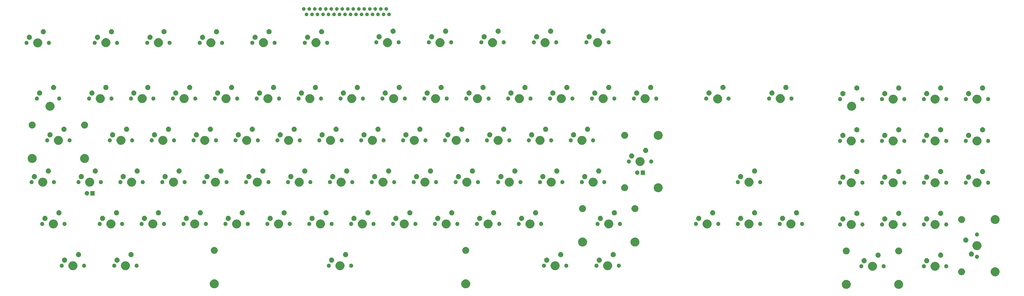
<source format=gbr>
G04 #@! TF.GenerationSoftware,KiCad,Pcbnew,(5.1.0-0)*
G04 #@! TF.CreationDate,2019-03-21T13:00:10+11:00*
G04 #@! TF.ProjectId,A1200KB,41313230-304b-4422-9e6b-696361645f70,rev?*
G04 #@! TF.SameCoordinates,Original*
G04 #@! TF.FileFunction,Soldermask,Bot*
G04 #@! TF.FilePolarity,Negative*
%FSLAX46Y46*%
G04 Gerber Fmt 4.6, Leading zero omitted, Abs format (unit mm)*
G04 Created by KiCad (PCBNEW (5.1.0-0)) date 2019-03-21 13:00:10*
%MOMM*%
%LPD*%
G04 APERTURE LIST*
%ADD10C,0.100000*%
G04 APERTURE END LIST*
D10*
G36*
X422980724Y-145240684D02*
G01*
X423198724Y-145330983D01*
X423352873Y-145394833D01*
X423687798Y-145618623D01*
X423972627Y-145903452D01*
X424196417Y-146238377D01*
X424196417Y-146238378D01*
X424350566Y-146610526D01*
X424429150Y-147005594D01*
X424429150Y-147408406D01*
X424350566Y-147803474D01*
X424301627Y-147921622D01*
X424196417Y-148175623D01*
X423972627Y-148510548D01*
X423687798Y-148795377D01*
X423352873Y-149019167D01*
X423198724Y-149083017D01*
X422980724Y-149173316D01*
X422585656Y-149251900D01*
X422182844Y-149251900D01*
X421787776Y-149173316D01*
X421569776Y-149083017D01*
X421415627Y-149019167D01*
X421080702Y-148795377D01*
X420795873Y-148510548D01*
X420572083Y-148175623D01*
X420466873Y-147921622D01*
X420417934Y-147803474D01*
X420339350Y-147408406D01*
X420339350Y-147005594D01*
X420417934Y-146610526D01*
X420572083Y-146238378D01*
X420572083Y-146238377D01*
X420795873Y-145903452D01*
X421080702Y-145618623D01*
X421415627Y-145394833D01*
X421569776Y-145330983D01*
X421787776Y-145240684D01*
X422182844Y-145162100D01*
X422585656Y-145162100D01*
X422980724Y-145240684D01*
X422980724Y-145240684D01*
G37*
G36*
X399168224Y-145240684D02*
G01*
X399386224Y-145330983D01*
X399540373Y-145394833D01*
X399875298Y-145618623D01*
X400160127Y-145903452D01*
X400383917Y-146238377D01*
X400383917Y-146238378D01*
X400538066Y-146610526D01*
X400616650Y-147005594D01*
X400616650Y-147408406D01*
X400538066Y-147803474D01*
X400489127Y-147921622D01*
X400383917Y-148175623D01*
X400160127Y-148510548D01*
X399875298Y-148795377D01*
X399540373Y-149019167D01*
X399386224Y-149083017D01*
X399168224Y-149173316D01*
X398773156Y-149251900D01*
X398370344Y-149251900D01*
X397975276Y-149173316D01*
X397757276Y-149083017D01*
X397603127Y-149019167D01*
X397268202Y-148795377D01*
X396983373Y-148510548D01*
X396759583Y-148175623D01*
X396654373Y-147921622D01*
X396605434Y-147803474D01*
X396526850Y-147408406D01*
X396526850Y-147005594D01*
X396605434Y-146610526D01*
X396759583Y-146238378D01*
X396759583Y-146238377D01*
X396983373Y-145903452D01*
X397268202Y-145618623D01*
X397603127Y-145394833D01*
X397757276Y-145330983D01*
X397975276Y-145240684D01*
X398370344Y-145162100D01*
X398773156Y-145162100D01*
X399168224Y-145240684D01*
X399168224Y-145240684D01*
G37*
G36*
X226162474Y-144986684D02*
G01*
X226380474Y-145076983D01*
X226534623Y-145140833D01*
X226869548Y-145364623D01*
X227154377Y-145649452D01*
X227378167Y-145984377D01*
X227378167Y-145984378D01*
X227532316Y-146356526D01*
X227610900Y-146751594D01*
X227610900Y-147154406D01*
X227532316Y-147549474D01*
X227442017Y-147767474D01*
X227378167Y-147921623D01*
X227154377Y-148256548D01*
X226869548Y-148541377D01*
X226534623Y-148765167D01*
X226461689Y-148795377D01*
X226162474Y-148919316D01*
X225767406Y-148997900D01*
X225364594Y-148997900D01*
X224969526Y-148919316D01*
X224670311Y-148795377D01*
X224597377Y-148765167D01*
X224262452Y-148541377D01*
X223977623Y-148256548D01*
X223753833Y-147921623D01*
X223689983Y-147767474D01*
X223599684Y-147549474D01*
X223521100Y-147154406D01*
X223521100Y-146751594D01*
X223599684Y-146356526D01*
X223753833Y-145984378D01*
X223753833Y-145984377D01*
X223977623Y-145649452D01*
X224262452Y-145364623D01*
X224597377Y-145140833D01*
X224751526Y-145076983D01*
X224969526Y-144986684D01*
X225364594Y-144908100D01*
X225767406Y-144908100D01*
X226162474Y-144986684D01*
X226162474Y-144986684D01*
G37*
G36*
X111862474Y-144986684D02*
G01*
X112080474Y-145076983D01*
X112234623Y-145140833D01*
X112569548Y-145364623D01*
X112854377Y-145649452D01*
X113078167Y-145984377D01*
X113078167Y-145984378D01*
X113232316Y-146356526D01*
X113310900Y-146751594D01*
X113310900Y-147154406D01*
X113232316Y-147549474D01*
X113142017Y-147767474D01*
X113078167Y-147921623D01*
X112854377Y-148256548D01*
X112569548Y-148541377D01*
X112234623Y-148765167D01*
X112161689Y-148795377D01*
X111862474Y-148919316D01*
X111467406Y-148997900D01*
X111064594Y-148997900D01*
X110669526Y-148919316D01*
X110370311Y-148795377D01*
X110297377Y-148765167D01*
X109962452Y-148541377D01*
X109677623Y-148256548D01*
X109453833Y-147921623D01*
X109389983Y-147767474D01*
X109299684Y-147549474D01*
X109221100Y-147154406D01*
X109221100Y-146751594D01*
X109299684Y-146356526D01*
X109453833Y-145984378D01*
X109453833Y-145984377D01*
X109677623Y-145649452D01*
X109962452Y-145364623D01*
X110297377Y-145140833D01*
X110451526Y-145076983D01*
X110669526Y-144986684D01*
X111064594Y-144908100D01*
X111467406Y-144908100D01*
X111862474Y-144986684D01*
X111862474Y-144986684D01*
G37*
G36*
X466827474Y-139493934D02*
G01*
X466959147Y-139548475D01*
X467199623Y-139648083D01*
X467534548Y-139871873D01*
X467819377Y-140156702D01*
X468043167Y-140491627D01*
X468043167Y-140491628D01*
X468197316Y-140863776D01*
X468275900Y-141258844D01*
X468275900Y-141661656D01*
X468197316Y-142056724D01*
X468135363Y-142206291D01*
X468043167Y-142428873D01*
X467819377Y-142763798D01*
X467534548Y-143048627D01*
X467199623Y-143272417D01*
X467045474Y-143336267D01*
X466827474Y-143426566D01*
X466432406Y-143505150D01*
X466029594Y-143505150D01*
X465634526Y-143426566D01*
X465416526Y-143336267D01*
X465262377Y-143272417D01*
X464927452Y-143048627D01*
X464642623Y-142763798D01*
X464418833Y-142428873D01*
X464326637Y-142206291D01*
X464264684Y-142056724D01*
X464186100Y-141661656D01*
X464186100Y-141258844D01*
X464264684Y-140863776D01*
X464418833Y-140491628D01*
X464418833Y-140491627D01*
X464642623Y-140156702D01*
X464927452Y-139871873D01*
X465262377Y-139648083D01*
X465502853Y-139548475D01*
X465634526Y-139493934D01*
X466029594Y-139415350D01*
X466432406Y-139415350D01*
X466827474Y-139493934D01*
X466827474Y-139493934D01*
G37*
G36*
X451298267Y-139915513D02*
G01*
X451450411Y-139945776D01*
X451569137Y-139994954D01*
X451737041Y-140064502D01*
X451737042Y-140064503D01*
X451995004Y-140236867D01*
X452214383Y-140456246D01*
X452270597Y-140540377D01*
X452386748Y-140714209D01*
X452505474Y-141000840D01*
X452566000Y-141305125D01*
X452566000Y-141615375D01*
X452505474Y-141919660D01*
X452386748Y-142206291D01*
X452386747Y-142206292D01*
X452214383Y-142464254D01*
X451995004Y-142683633D01*
X451875028Y-142763798D01*
X451737041Y-142855998D01*
X451569137Y-142925546D01*
X451450411Y-142974724D01*
X451298267Y-143004987D01*
X451146125Y-143035250D01*
X450835875Y-143035250D01*
X450683733Y-143004987D01*
X450531589Y-142974724D01*
X450412863Y-142925546D01*
X450244959Y-142855998D01*
X450106972Y-142763798D01*
X449986996Y-142683633D01*
X449767617Y-142464254D01*
X449595253Y-142206292D01*
X449595252Y-142206291D01*
X449476526Y-141919660D01*
X449416000Y-141615375D01*
X449416000Y-141305125D01*
X449476526Y-141000840D01*
X449595252Y-140714209D01*
X449711403Y-140540377D01*
X449767617Y-140456246D01*
X449986996Y-140236867D01*
X450244958Y-140064503D01*
X450244959Y-140064502D01*
X450412863Y-139994954D01*
X450531589Y-139945776D01*
X450683733Y-139915513D01*
X450835875Y-139885250D01*
X451146125Y-139885250D01*
X451298267Y-139915513D01*
X451298267Y-139915513D01*
G37*
G36*
X439522474Y-136985684D02*
G01*
X439729553Y-137071459D01*
X439894623Y-137139833D01*
X440229548Y-137363623D01*
X440514377Y-137648452D01*
X440738167Y-137983377D01*
X440770562Y-138061586D01*
X440892316Y-138355526D01*
X440970900Y-138750594D01*
X440970900Y-139153406D01*
X440892316Y-139548474D01*
X440841451Y-139671272D01*
X440738167Y-139920623D01*
X440514377Y-140255548D01*
X440229548Y-140540377D01*
X439894623Y-140764167D01*
X439740474Y-140828017D01*
X439522474Y-140918316D01*
X439127406Y-140996900D01*
X438724594Y-140996900D01*
X438329526Y-140918316D01*
X438111526Y-140828017D01*
X437957377Y-140764167D01*
X437622452Y-140540377D01*
X437337623Y-140255548D01*
X437113833Y-139920623D01*
X437010549Y-139671272D01*
X436959684Y-139548474D01*
X436881100Y-139153406D01*
X436881100Y-138750594D01*
X436959684Y-138355526D01*
X437081438Y-138061586D01*
X437113833Y-137983377D01*
X437337623Y-137648452D01*
X437622452Y-137363623D01*
X437957377Y-137139833D01*
X438122447Y-137071459D01*
X438329526Y-136985684D01*
X438724594Y-136907100D01*
X439127406Y-136907100D01*
X439522474Y-136985684D01*
X439522474Y-136985684D01*
G37*
G36*
X411074474Y-136985684D02*
G01*
X411281553Y-137071459D01*
X411446623Y-137139833D01*
X411781548Y-137363623D01*
X412066377Y-137648452D01*
X412290167Y-137983377D01*
X412322562Y-138061586D01*
X412444316Y-138355526D01*
X412522900Y-138750594D01*
X412522900Y-139153406D01*
X412444316Y-139548474D01*
X412393451Y-139671272D01*
X412290167Y-139920623D01*
X412066377Y-140255548D01*
X411781548Y-140540377D01*
X411446623Y-140764167D01*
X411292474Y-140828017D01*
X411074474Y-140918316D01*
X410679406Y-140996900D01*
X410276594Y-140996900D01*
X409881526Y-140918316D01*
X409663526Y-140828017D01*
X409509377Y-140764167D01*
X409174452Y-140540377D01*
X408889623Y-140255548D01*
X408665833Y-139920623D01*
X408562549Y-139671272D01*
X408511684Y-139548474D01*
X408433100Y-139153406D01*
X408433100Y-138750594D01*
X408511684Y-138355526D01*
X408633438Y-138061586D01*
X408665833Y-137983377D01*
X408889623Y-137648452D01*
X409174452Y-137363623D01*
X409509377Y-137139833D01*
X409674447Y-137071459D01*
X409881526Y-136985684D01*
X410276594Y-136907100D01*
X410679406Y-136907100D01*
X411074474Y-136985684D01*
X411074474Y-136985684D01*
G37*
G36*
X47600474Y-136731684D02*
G01*
X47818474Y-136821983D01*
X47972623Y-136885833D01*
X48307548Y-137109623D01*
X48592377Y-137394452D01*
X48816167Y-137729377D01*
X48848562Y-137807586D01*
X48970316Y-138101526D01*
X49048900Y-138496594D01*
X49048900Y-138899406D01*
X48970316Y-139294474D01*
X48919451Y-139417272D01*
X48816167Y-139666623D01*
X48592377Y-140001548D01*
X48307548Y-140286377D01*
X47972623Y-140510167D01*
X47899689Y-140540377D01*
X47600474Y-140664316D01*
X47205406Y-140742900D01*
X46802594Y-140742900D01*
X46407526Y-140664316D01*
X46108311Y-140540377D01*
X46035377Y-140510167D01*
X45700452Y-140286377D01*
X45415623Y-140001548D01*
X45191833Y-139666623D01*
X45088549Y-139417272D01*
X45037684Y-139294474D01*
X44959100Y-138899406D01*
X44959100Y-138496594D01*
X45037684Y-138101526D01*
X45159438Y-137807586D01*
X45191833Y-137729377D01*
X45415623Y-137394452D01*
X45700452Y-137109623D01*
X46035377Y-136885833D01*
X46189526Y-136821983D01*
X46407526Y-136731684D01*
X46802594Y-136653100D01*
X47205406Y-136653100D01*
X47600474Y-136731684D01*
X47600474Y-136731684D01*
G37*
G36*
X71476474Y-136731684D02*
G01*
X71694474Y-136821983D01*
X71848623Y-136885833D01*
X72183548Y-137109623D01*
X72468377Y-137394452D01*
X72692167Y-137729377D01*
X72724562Y-137807586D01*
X72846316Y-138101526D01*
X72924900Y-138496594D01*
X72924900Y-138899406D01*
X72846316Y-139294474D01*
X72795451Y-139417272D01*
X72692167Y-139666623D01*
X72468377Y-140001548D01*
X72183548Y-140286377D01*
X71848623Y-140510167D01*
X71775689Y-140540377D01*
X71476474Y-140664316D01*
X71081406Y-140742900D01*
X70678594Y-140742900D01*
X70283526Y-140664316D01*
X69984311Y-140540377D01*
X69911377Y-140510167D01*
X69576452Y-140286377D01*
X69291623Y-140001548D01*
X69067833Y-139666623D01*
X68964549Y-139417272D01*
X68913684Y-139294474D01*
X68835100Y-138899406D01*
X68835100Y-138496594D01*
X68913684Y-138101526D01*
X69035438Y-137807586D01*
X69067833Y-137729377D01*
X69291623Y-137394452D01*
X69576452Y-137109623D01*
X69911377Y-136885833D01*
X70065526Y-136821983D01*
X70283526Y-136731684D01*
X70678594Y-136653100D01*
X71081406Y-136653100D01*
X71476474Y-136731684D01*
X71476474Y-136731684D01*
G37*
G36*
X169012474Y-136731684D02*
G01*
X169230474Y-136821983D01*
X169384623Y-136885833D01*
X169719548Y-137109623D01*
X170004377Y-137394452D01*
X170228167Y-137729377D01*
X170260562Y-137807586D01*
X170382316Y-138101526D01*
X170460900Y-138496594D01*
X170460900Y-138899406D01*
X170382316Y-139294474D01*
X170331451Y-139417272D01*
X170228167Y-139666623D01*
X170004377Y-140001548D01*
X169719548Y-140286377D01*
X169384623Y-140510167D01*
X169311689Y-140540377D01*
X169012474Y-140664316D01*
X168617406Y-140742900D01*
X168214594Y-140742900D01*
X167819526Y-140664316D01*
X167520311Y-140540377D01*
X167447377Y-140510167D01*
X167112452Y-140286377D01*
X166827623Y-140001548D01*
X166603833Y-139666623D01*
X166500549Y-139417272D01*
X166449684Y-139294474D01*
X166371100Y-138899406D01*
X166371100Y-138496594D01*
X166449684Y-138101526D01*
X166571438Y-137807586D01*
X166603833Y-137729377D01*
X166827623Y-137394452D01*
X167112452Y-137109623D01*
X167447377Y-136885833D01*
X167601526Y-136821983D01*
X167819526Y-136731684D01*
X168214594Y-136653100D01*
X168617406Y-136653100D01*
X169012474Y-136731684D01*
X169012474Y-136731684D01*
G37*
G36*
X290678474Y-136731684D02*
G01*
X290896474Y-136821983D01*
X291050623Y-136885833D01*
X291385548Y-137109623D01*
X291670377Y-137394452D01*
X291894167Y-137729377D01*
X291926562Y-137807586D01*
X292048316Y-138101526D01*
X292126900Y-138496594D01*
X292126900Y-138899406D01*
X292048316Y-139294474D01*
X291997451Y-139417272D01*
X291894167Y-139666623D01*
X291670377Y-140001548D01*
X291385548Y-140286377D01*
X291050623Y-140510167D01*
X290977689Y-140540377D01*
X290678474Y-140664316D01*
X290283406Y-140742900D01*
X289880594Y-140742900D01*
X289485526Y-140664316D01*
X289186311Y-140540377D01*
X289113377Y-140510167D01*
X288778452Y-140286377D01*
X288493623Y-140001548D01*
X288269833Y-139666623D01*
X288166549Y-139417272D01*
X288115684Y-139294474D01*
X288037100Y-138899406D01*
X288037100Y-138496594D01*
X288115684Y-138101526D01*
X288237438Y-137807586D01*
X288269833Y-137729377D01*
X288493623Y-137394452D01*
X288778452Y-137109623D01*
X289113377Y-136885833D01*
X289267526Y-136821983D01*
X289485526Y-136731684D01*
X289880594Y-136653100D01*
X290283406Y-136653100D01*
X290678474Y-136731684D01*
X290678474Y-136731684D01*
G37*
G36*
X266802474Y-136731684D02*
G01*
X267020474Y-136821983D01*
X267174623Y-136885833D01*
X267509548Y-137109623D01*
X267794377Y-137394452D01*
X268018167Y-137729377D01*
X268050562Y-137807586D01*
X268172316Y-138101526D01*
X268250900Y-138496594D01*
X268250900Y-138899406D01*
X268172316Y-139294474D01*
X268121451Y-139417272D01*
X268018167Y-139666623D01*
X267794377Y-140001548D01*
X267509548Y-140286377D01*
X267174623Y-140510167D01*
X267101689Y-140540377D01*
X266802474Y-140664316D01*
X266407406Y-140742900D01*
X266004594Y-140742900D01*
X265609526Y-140664316D01*
X265310311Y-140540377D01*
X265237377Y-140510167D01*
X264902452Y-140286377D01*
X264617623Y-140001548D01*
X264393833Y-139666623D01*
X264290549Y-139417272D01*
X264239684Y-139294474D01*
X264161100Y-138899406D01*
X264161100Y-138496594D01*
X264239684Y-138101526D01*
X264361438Y-137807586D01*
X264393833Y-137729377D01*
X264617623Y-137394452D01*
X264902452Y-137109623D01*
X265237377Y-136885833D01*
X265391526Y-136821983D01*
X265609526Y-136731684D01*
X266004594Y-136653100D01*
X266407406Y-136653100D01*
X266802474Y-136731684D01*
X266802474Y-136731684D01*
G37*
G36*
X444276104Y-138061585D02*
G01*
X444444626Y-138131389D01*
X444596291Y-138232728D01*
X444725272Y-138361709D01*
X444826611Y-138513374D01*
X444896415Y-138681896D01*
X444932000Y-138860797D01*
X444932000Y-139043203D01*
X444896415Y-139222104D01*
X444826611Y-139390626D01*
X444725272Y-139542291D01*
X444596291Y-139671272D01*
X444444626Y-139772611D01*
X444276104Y-139842415D01*
X444097203Y-139878000D01*
X443914797Y-139878000D01*
X443735896Y-139842415D01*
X443567374Y-139772611D01*
X443415709Y-139671272D01*
X443286728Y-139542291D01*
X443185389Y-139390626D01*
X443115585Y-139222104D01*
X443080000Y-139043203D01*
X443080000Y-138860797D01*
X443115585Y-138681896D01*
X443185389Y-138513374D01*
X443286728Y-138361709D01*
X443415709Y-138232728D01*
X443567374Y-138131389D01*
X443735896Y-138061585D01*
X443914797Y-138026000D01*
X444097203Y-138026000D01*
X444276104Y-138061585D01*
X444276104Y-138061585D01*
G37*
G36*
X405668104Y-138061585D02*
G01*
X405836626Y-138131389D01*
X405988291Y-138232728D01*
X406117272Y-138361709D01*
X406218611Y-138513374D01*
X406288415Y-138681896D01*
X406324000Y-138860797D01*
X406324000Y-139043203D01*
X406288415Y-139222104D01*
X406218611Y-139390626D01*
X406117272Y-139542291D01*
X405988291Y-139671272D01*
X405836626Y-139772611D01*
X405668104Y-139842415D01*
X405489203Y-139878000D01*
X405306797Y-139878000D01*
X405127896Y-139842415D01*
X404959374Y-139772611D01*
X404807709Y-139671272D01*
X404678728Y-139542291D01*
X404577389Y-139390626D01*
X404507585Y-139222104D01*
X404472000Y-139043203D01*
X404472000Y-138860797D01*
X404507585Y-138681896D01*
X404577389Y-138513374D01*
X404678728Y-138361709D01*
X404807709Y-138232728D01*
X404959374Y-138131389D01*
X405127896Y-138061585D01*
X405306797Y-138026000D01*
X405489203Y-138026000D01*
X405668104Y-138061585D01*
X405668104Y-138061585D01*
G37*
G36*
X415828104Y-138061585D02*
G01*
X415996626Y-138131389D01*
X416148291Y-138232728D01*
X416277272Y-138361709D01*
X416378611Y-138513374D01*
X416448415Y-138681896D01*
X416484000Y-138860797D01*
X416484000Y-139043203D01*
X416448415Y-139222104D01*
X416378611Y-139390626D01*
X416277272Y-139542291D01*
X416148291Y-139671272D01*
X415996626Y-139772611D01*
X415828104Y-139842415D01*
X415649203Y-139878000D01*
X415466797Y-139878000D01*
X415287896Y-139842415D01*
X415119374Y-139772611D01*
X414967709Y-139671272D01*
X414838728Y-139542291D01*
X414737389Y-139390626D01*
X414667585Y-139222104D01*
X414632000Y-139043203D01*
X414632000Y-138860797D01*
X414667585Y-138681896D01*
X414737389Y-138513374D01*
X414838728Y-138361709D01*
X414967709Y-138232728D01*
X415119374Y-138131389D01*
X415287896Y-138061585D01*
X415466797Y-138026000D01*
X415649203Y-138026000D01*
X415828104Y-138061585D01*
X415828104Y-138061585D01*
G37*
G36*
X434116104Y-138061585D02*
G01*
X434284626Y-138131389D01*
X434436291Y-138232728D01*
X434565272Y-138361709D01*
X434666611Y-138513374D01*
X434736415Y-138681896D01*
X434772000Y-138860797D01*
X434772000Y-139043203D01*
X434736415Y-139222104D01*
X434666611Y-139390626D01*
X434565272Y-139542291D01*
X434436291Y-139671272D01*
X434284626Y-139772611D01*
X434116104Y-139842415D01*
X433937203Y-139878000D01*
X433754797Y-139878000D01*
X433575896Y-139842415D01*
X433407374Y-139772611D01*
X433255709Y-139671272D01*
X433126728Y-139542291D01*
X433025389Y-139390626D01*
X432955585Y-139222104D01*
X432920000Y-139043203D01*
X432920000Y-138860797D01*
X432955585Y-138681896D01*
X433025389Y-138513374D01*
X433126728Y-138361709D01*
X433255709Y-138232728D01*
X433407374Y-138131389D01*
X433575896Y-138061585D01*
X433754797Y-138026000D01*
X433937203Y-138026000D01*
X434116104Y-138061585D01*
X434116104Y-138061585D01*
G37*
G36*
X52354104Y-137807585D02*
G01*
X52522626Y-137877389D01*
X52674291Y-137978728D01*
X52803272Y-138107709D01*
X52904611Y-138259374D01*
X52974415Y-138427896D01*
X53010000Y-138606797D01*
X53010000Y-138789203D01*
X52974415Y-138968104D01*
X52904611Y-139136626D01*
X52803272Y-139288291D01*
X52674291Y-139417272D01*
X52522626Y-139518611D01*
X52354104Y-139588415D01*
X52175203Y-139624000D01*
X51992797Y-139624000D01*
X51813896Y-139588415D01*
X51645374Y-139518611D01*
X51493709Y-139417272D01*
X51364728Y-139288291D01*
X51263389Y-139136626D01*
X51193585Y-138968104D01*
X51158000Y-138789203D01*
X51158000Y-138606797D01*
X51193585Y-138427896D01*
X51263389Y-138259374D01*
X51364728Y-138107709D01*
X51493709Y-137978728D01*
X51645374Y-137877389D01*
X51813896Y-137807585D01*
X51992797Y-137772000D01*
X52175203Y-137772000D01*
X52354104Y-137807585D01*
X52354104Y-137807585D01*
G37*
G36*
X261396104Y-137807585D02*
G01*
X261564626Y-137877389D01*
X261716291Y-137978728D01*
X261845272Y-138107709D01*
X261946611Y-138259374D01*
X262016415Y-138427896D01*
X262052000Y-138606797D01*
X262052000Y-138789203D01*
X262016415Y-138968104D01*
X261946611Y-139136626D01*
X261845272Y-139288291D01*
X261716291Y-139417272D01*
X261564626Y-139518611D01*
X261396104Y-139588415D01*
X261217203Y-139624000D01*
X261034797Y-139624000D01*
X260855896Y-139588415D01*
X260687374Y-139518611D01*
X260535709Y-139417272D01*
X260406728Y-139288291D01*
X260305389Y-139136626D01*
X260235585Y-138968104D01*
X260200000Y-138789203D01*
X260200000Y-138606797D01*
X260235585Y-138427896D01*
X260305389Y-138259374D01*
X260406728Y-138107709D01*
X260535709Y-137978728D01*
X260687374Y-137877389D01*
X260855896Y-137807585D01*
X261034797Y-137772000D01*
X261217203Y-137772000D01*
X261396104Y-137807585D01*
X261396104Y-137807585D01*
G37*
G36*
X271556104Y-137807585D02*
G01*
X271724626Y-137877389D01*
X271876291Y-137978728D01*
X272005272Y-138107709D01*
X272106611Y-138259374D01*
X272176415Y-138427896D01*
X272212000Y-138606797D01*
X272212000Y-138789203D01*
X272176415Y-138968104D01*
X272106611Y-139136626D01*
X272005272Y-139288291D01*
X271876291Y-139417272D01*
X271724626Y-139518611D01*
X271556104Y-139588415D01*
X271377203Y-139624000D01*
X271194797Y-139624000D01*
X271015896Y-139588415D01*
X270847374Y-139518611D01*
X270695709Y-139417272D01*
X270566728Y-139288291D01*
X270465389Y-139136626D01*
X270395585Y-138968104D01*
X270360000Y-138789203D01*
X270360000Y-138606797D01*
X270395585Y-138427896D01*
X270465389Y-138259374D01*
X270566728Y-138107709D01*
X270695709Y-137978728D01*
X270847374Y-137877389D01*
X271015896Y-137807585D01*
X271194797Y-137772000D01*
X271377203Y-137772000D01*
X271556104Y-137807585D01*
X271556104Y-137807585D01*
G37*
G36*
X66070104Y-137807585D02*
G01*
X66238626Y-137877389D01*
X66390291Y-137978728D01*
X66519272Y-138107709D01*
X66620611Y-138259374D01*
X66690415Y-138427896D01*
X66726000Y-138606797D01*
X66726000Y-138789203D01*
X66690415Y-138968104D01*
X66620611Y-139136626D01*
X66519272Y-139288291D01*
X66390291Y-139417272D01*
X66238626Y-139518611D01*
X66070104Y-139588415D01*
X65891203Y-139624000D01*
X65708797Y-139624000D01*
X65529896Y-139588415D01*
X65361374Y-139518611D01*
X65209709Y-139417272D01*
X65080728Y-139288291D01*
X64979389Y-139136626D01*
X64909585Y-138968104D01*
X64874000Y-138789203D01*
X64874000Y-138606797D01*
X64909585Y-138427896D01*
X64979389Y-138259374D01*
X65080728Y-138107709D01*
X65209709Y-137978728D01*
X65361374Y-137877389D01*
X65529896Y-137807585D01*
X65708797Y-137772000D01*
X65891203Y-137772000D01*
X66070104Y-137807585D01*
X66070104Y-137807585D01*
G37*
G36*
X76230104Y-137807585D02*
G01*
X76398626Y-137877389D01*
X76550291Y-137978728D01*
X76679272Y-138107709D01*
X76780611Y-138259374D01*
X76850415Y-138427896D01*
X76886000Y-138606797D01*
X76886000Y-138789203D01*
X76850415Y-138968104D01*
X76780611Y-139136626D01*
X76679272Y-139288291D01*
X76550291Y-139417272D01*
X76398626Y-139518611D01*
X76230104Y-139588415D01*
X76051203Y-139624000D01*
X75868797Y-139624000D01*
X75689896Y-139588415D01*
X75521374Y-139518611D01*
X75369709Y-139417272D01*
X75240728Y-139288291D01*
X75139389Y-139136626D01*
X75069585Y-138968104D01*
X75034000Y-138789203D01*
X75034000Y-138606797D01*
X75069585Y-138427896D01*
X75139389Y-138259374D01*
X75240728Y-138107709D01*
X75369709Y-137978728D01*
X75521374Y-137877389D01*
X75689896Y-137807585D01*
X75868797Y-137772000D01*
X76051203Y-137772000D01*
X76230104Y-137807585D01*
X76230104Y-137807585D01*
G37*
G36*
X163606104Y-137807585D02*
G01*
X163774626Y-137877389D01*
X163926291Y-137978728D01*
X164055272Y-138107709D01*
X164156611Y-138259374D01*
X164226415Y-138427896D01*
X164262000Y-138606797D01*
X164262000Y-138789203D01*
X164226415Y-138968104D01*
X164156611Y-139136626D01*
X164055272Y-139288291D01*
X163926291Y-139417272D01*
X163774626Y-139518611D01*
X163606104Y-139588415D01*
X163427203Y-139624000D01*
X163244797Y-139624000D01*
X163065896Y-139588415D01*
X162897374Y-139518611D01*
X162745709Y-139417272D01*
X162616728Y-139288291D01*
X162515389Y-139136626D01*
X162445585Y-138968104D01*
X162410000Y-138789203D01*
X162410000Y-138606797D01*
X162445585Y-138427896D01*
X162515389Y-138259374D01*
X162616728Y-138107709D01*
X162745709Y-137978728D01*
X162897374Y-137877389D01*
X163065896Y-137807585D01*
X163244797Y-137772000D01*
X163427203Y-137772000D01*
X163606104Y-137807585D01*
X163606104Y-137807585D01*
G37*
G36*
X42194104Y-137807585D02*
G01*
X42362626Y-137877389D01*
X42514291Y-137978728D01*
X42643272Y-138107709D01*
X42744611Y-138259374D01*
X42814415Y-138427896D01*
X42850000Y-138606797D01*
X42850000Y-138789203D01*
X42814415Y-138968104D01*
X42744611Y-139136626D01*
X42643272Y-139288291D01*
X42514291Y-139417272D01*
X42362626Y-139518611D01*
X42194104Y-139588415D01*
X42015203Y-139624000D01*
X41832797Y-139624000D01*
X41653896Y-139588415D01*
X41485374Y-139518611D01*
X41333709Y-139417272D01*
X41204728Y-139288291D01*
X41103389Y-139136626D01*
X41033585Y-138968104D01*
X40998000Y-138789203D01*
X40998000Y-138606797D01*
X41033585Y-138427896D01*
X41103389Y-138259374D01*
X41204728Y-138107709D01*
X41333709Y-137978728D01*
X41485374Y-137877389D01*
X41653896Y-137807585D01*
X41832797Y-137772000D01*
X42015203Y-137772000D01*
X42194104Y-137807585D01*
X42194104Y-137807585D01*
G37*
G36*
X173766104Y-137807585D02*
G01*
X173934626Y-137877389D01*
X174086291Y-137978728D01*
X174215272Y-138107709D01*
X174316611Y-138259374D01*
X174386415Y-138427896D01*
X174422000Y-138606797D01*
X174422000Y-138789203D01*
X174386415Y-138968104D01*
X174316611Y-139136626D01*
X174215272Y-139288291D01*
X174086291Y-139417272D01*
X173934626Y-139518611D01*
X173766104Y-139588415D01*
X173587203Y-139624000D01*
X173404797Y-139624000D01*
X173225896Y-139588415D01*
X173057374Y-139518611D01*
X172905709Y-139417272D01*
X172776728Y-139288291D01*
X172675389Y-139136626D01*
X172605585Y-138968104D01*
X172570000Y-138789203D01*
X172570000Y-138606797D01*
X172605585Y-138427896D01*
X172675389Y-138259374D01*
X172776728Y-138107709D01*
X172905709Y-137978728D01*
X173057374Y-137877389D01*
X173225896Y-137807585D01*
X173404797Y-137772000D01*
X173587203Y-137772000D01*
X173766104Y-137807585D01*
X173766104Y-137807585D01*
G37*
G36*
X285272104Y-137807585D02*
G01*
X285440626Y-137877389D01*
X285592291Y-137978728D01*
X285721272Y-138107709D01*
X285822611Y-138259374D01*
X285892415Y-138427896D01*
X285928000Y-138606797D01*
X285928000Y-138789203D01*
X285892415Y-138968104D01*
X285822611Y-139136626D01*
X285721272Y-139288291D01*
X285592291Y-139417272D01*
X285440626Y-139518611D01*
X285272104Y-139588415D01*
X285093203Y-139624000D01*
X284910797Y-139624000D01*
X284731896Y-139588415D01*
X284563374Y-139518611D01*
X284411709Y-139417272D01*
X284282728Y-139288291D01*
X284181389Y-139136626D01*
X284111585Y-138968104D01*
X284076000Y-138789203D01*
X284076000Y-138606797D01*
X284111585Y-138427896D01*
X284181389Y-138259374D01*
X284282728Y-138107709D01*
X284411709Y-137978728D01*
X284563374Y-137877389D01*
X284731896Y-137807585D01*
X284910797Y-137772000D01*
X285093203Y-137772000D01*
X285272104Y-137807585D01*
X285272104Y-137807585D01*
G37*
G36*
X295432104Y-137807585D02*
G01*
X295600626Y-137877389D01*
X295752291Y-137978728D01*
X295881272Y-138107709D01*
X295982611Y-138259374D01*
X296052415Y-138427896D01*
X296088000Y-138606797D01*
X296088000Y-138789203D01*
X296052415Y-138968104D01*
X295982611Y-139136626D01*
X295881272Y-139288291D01*
X295752291Y-139417272D01*
X295600626Y-139518611D01*
X295432104Y-139588415D01*
X295253203Y-139624000D01*
X295070797Y-139624000D01*
X294891896Y-139588415D01*
X294723374Y-139518611D01*
X294571709Y-139417272D01*
X294442728Y-139288291D01*
X294341389Y-139136626D01*
X294271585Y-138968104D01*
X294236000Y-138789203D01*
X294236000Y-138606797D01*
X294271585Y-138427896D01*
X294341389Y-138259374D01*
X294442728Y-138107709D01*
X294571709Y-137978728D01*
X294723374Y-137877389D01*
X294891896Y-137807585D01*
X295070797Y-137772000D01*
X295253203Y-137772000D01*
X295432104Y-137807585D01*
X295432104Y-137807585D01*
G37*
G36*
X406826755Y-135244539D02*
G01*
X407011027Y-135281193D01*
X407225045Y-135369842D01*
X407225046Y-135369843D01*
X407417654Y-135498539D01*
X407581461Y-135662346D01*
X407667258Y-135790751D01*
X407710158Y-135854955D01*
X407798807Y-136068973D01*
X407844000Y-136296174D01*
X407844000Y-136527826D01*
X407798807Y-136755027D01*
X407710158Y-136969045D01*
X407710157Y-136969046D01*
X407581461Y-137161654D01*
X407417654Y-137325461D01*
X407404874Y-137334000D01*
X407225045Y-137454158D01*
X407011027Y-137542807D01*
X406859560Y-137572936D01*
X406783827Y-137588000D01*
X406552173Y-137588000D01*
X406476440Y-137572936D01*
X406324973Y-137542807D01*
X406110955Y-137454158D01*
X405931126Y-137334000D01*
X405918346Y-137325461D01*
X405754539Y-137161654D01*
X405625843Y-136969046D01*
X405625842Y-136969045D01*
X405537193Y-136755027D01*
X405492000Y-136527826D01*
X405492000Y-136296174D01*
X405537193Y-136068973D01*
X405625842Y-135854955D01*
X405668742Y-135790751D01*
X405754539Y-135662346D01*
X405918346Y-135498539D01*
X406110954Y-135369843D01*
X406110955Y-135369842D01*
X406324973Y-135281193D01*
X406509245Y-135244539D01*
X406552173Y-135236000D01*
X406783827Y-135236000D01*
X406826755Y-135244539D01*
X406826755Y-135244539D01*
G37*
G36*
X435274755Y-135244539D02*
G01*
X435459027Y-135281193D01*
X435673045Y-135369842D01*
X435673046Y-135369843D01*
X435865654Y-135498539D01*
X436029461Y-135662346D01*
X436115258Y-135790751D01*
X436158158Y-135854955D01*
X436246807Y-136068973D01*
X436292000Y-136296174D01*
X436292000Y-136527826D01*
X436246807Y-136755027D01*
X436158158Y-136969045D01*
X436158157Y-136969046D01*
X436029461Y-137161654D01*
X435865654Y-137325461D01*
X435852874Y-137334000D01*
X435673045Y-137454158D01*
X435459027Y-137542807D01*
X435307560Y-137572936D01*
X435231827Y-137588000D01*
X435000173Y-137588000D01*
X434924440Y-137572936D01*
X434772973Y-137542807D01*
X434558955Y-137454158D01*
X434379126Y-137334000D01*
X434366346Y-137325461D01*
X434202539Y-137161654D01*
X434073843Y-136969046D01*
X434073842Y-136969045D01*
X433985193Y-136755027D01*
X433940000Y-136527826D01*
X433940000Y-136296174D01*
X433985193Y-136068973D01*
X434073842Y-135854955D01*
X434116742Y-135790751D01*
X434202539Y-135662346D01*
X434366346Y-135498539D01*
X434558954Y-135369843D01*
X434558955Y-135369842D01*
X434772973Y-135281193D01*
X434957245Y-135244539D01*
X435000173Y-135236000D01*
X435231827Y-135236000D01*
X435274755Y-135244539D01*
X435274755Y-135244539D01*
G37*
G36*
X262587560Y-134997064D02*
G01*
X262739027Y-135027193D01*
X262953045Y-135115842D01*
X262953046Y-135115843D01*
X263145654Y-135244539D01*
X263309461Y-135408346D01*
X263340374Y-135454611D01*
X263438158Y-135600955D01*
X263526807Y-135814973D01*
X263572000Y-136042174D01*
X263572000Y-136273826D01*
X263526807Y-136501027D01*
X263438158Y-136715045D01*
X263438157Y-136715046D01*
X263309461Y-136907654D01*
X263145654Y-137071461D01*
X263017249Y-137157258D01*
X262953045Y-137200158D01*
X262739027Y-137288807D01*
X262587560Y-137318936D01*
X262511827Y-137334000D01*
X262280173Y-137334000D01*
X262204440Y-137318936D01*
X262052973Y-137288807D01*
X261838955Y-137200158D01*
X261774751Y-137157258D01*
X261646346Y-137071461D01*
X261482539Y-136907654D01*
X261353843Y-136715046D01*
X261353842Y-136715045D01*
X261265193Y-136501027D01*
X261220000Y-136273826D01*
X261220000Y-136042174D01*
X261265193Y-135814973D01*
X261353842Y-135600955D01*
X261451626Y-135454611D01*
X261482539Y-135408346D01*
X261646346Y-135244539D01*
X261838954Y-135115843D01*
X261838955Y-135115842D01*
X262052973Y-135027193D01*
X262204440Y-134997064D01*
X262280173Y-134982000D01*
X262511827Y-134982000D01*
X262587560Y-134997064D01*
X262587560Y-134997064D01*
G37*
G36*
X286463560Y-134997064D02*
G01*
X286615027Y-135027193D01*
X286829045Y-135115842D01*
X286829046Y-135115843D01*
X287021654Y-135244539D01*
X287185461Y-135408346D01*
X287216374Y-135454611D01*
X287314158Y-135600955D01*
X287402807Y-135814973D01*
X287448000Y-136042174D01*
X287448000Y-136273826D01*
X287402807Y-136501027D01*
X287314158Y-136715045D01*
X287314157Y-136715046D01*
X287185461Y-136907654D01*
X287021654Y-137071461D01*
X286893249Y-137157258D01*
X286829045Y-137200158D01*
X286615027Y-137288807D01*
X286463560Y-137318936D01*
X286387827Y-137334000D01*
X286156173Y-137334000D01*
X286080440Y-137318936D01*
X285928973Y-137288807D01*
X285714955Y-137200158D01*
X285650751Y-137157258D01*
X285522346Y-137071461D01*
X285358539Y-136907654D01*
X285229843Y-136715046D01*
X285229842Y-136715045D01*
X285141193Y-136501027D01*
X285096000Y-136273826D01*
X285096000Y-136042174D01*
X285141193Y-135814973D01*
X285229842Y-135600955D01*
X285327626Y-135454611D01*
X285358539Y-135408346D01*
X285522346Y-135244539D01*
X285714954Y-135115843D01*
X285714955Y-135115842D01*
X285928973Y-135027193D01*
X286080440Y-134997064D01*
X286156173Y-134982000D01*
X286387827Y-134982000D01*
X286463560Y-134997064D01*
X286463560Y-134997064D01*
G37*
G36*
X164797560Y-134997064D02*
G01*
X164949027Y-135027193D01*
X165163045Y-135115842D01*
X165163046Y-135115843D01*
X165355654Y-135244539D01*
X165519461Y-135408346D01*
X165550374Y-135454611D01*
X165648158Y-135600955D01*
X165736807Y-135814973D01*
X165782000Y-136042174D01*
X165782000Y-136273826D01*
X165736807Y-136501027D01*
X165648158Y-136715045D01*
X165648157Y-136715046D01*
X165519461Y-136907654D01*
X165355654Y-137071461D01*
X165227249Y-137157258D01*
X165163045Y-137200158D01*
X164949027Y-137288807D01*
X164797560Y-137318936D01*
X164721827Y-137334000D01*
X164490173Y-137334000D01*
X164414440Y-137318936D01*
X164262973Y-137288807D01*
X164048955Y-137200158D01*
X163984751Y-137157258D01*
X163856346Y-137071461D01*
X163692539Y-136907654D01*
X163563843Y-136715046D01*
X163563842Y-136715045D01*
X163475193Y-136501027D01*
X163430000Y-136273826D01*
X163430000Y-136042174D01*
X163475193Y-135814973D01*
X163563842Y-135600955D01*
X163661626Y-135454611D01*
X163692539Y-135408346D01*
X163856346Y-135244539D01*
X164048954Y-135115843D01*
X164048955Y-135115842D01*
X164262973Y-135027193D01*
X164414440Y-134997064D01*
X164490173Y-134982000D01*
X164721827Y-134982000D01*
X164797560Y-134997064D01*
X164797560Y-134997064D01*
G37*
G36*
X67261560Y-134997064D02*
G01*
X67413027Y-135027193D01*
X67627045Y-135115842D01*
X67627046Y-135115843D01*
X67819654Y-135244539D01*
X67983461Y-135408346D01*
X68014374Y-135454611D01*
X68112158Y-135600955D01*
X68200807Y-135814973D01*
X68246000Y-136042174D01*
X68246000Y-136273826D01*
X68200807Y-136501027D01*
X68112158Y-136715045D01*
X68112157Y-136715046D01*
X67983461Y-136907654D01*
X67819654Y-137071461D01*
X67691249Y-137157258D01*
X67627045Y-137200158D01*
X67413027Y-137288807D01*
X67261560Y-137318936D01*
X67185827Y-137334000D01*
X66954173Y-137334000D01*
X66878440Y-137318936D01*
X66726973Y-137288807D01*
X66512955Y-137200158D01*
X66448751Y-137157258D01*
X66320346Y-137071461D01*
X66156539Y-136907654D01*
X66027843Y-136715046D01*
X66027842Y-136715045D01*
X65939193Y-136501027D01*
X65894000Y-136273826D01*
X65894000Y-136042174D01*
X65939193Y-135814973D01*
X66027842Y-135600955D01*
X66125626Y-135454611D01*
X66156539Y-135408346D01*
X66320346Y-135244539D01*
X66512954Y-135115843D01*
X66512955Y-135115842D01*
X66726973Y-135027193D01*
X66878440Y-134997064D01*
X66954173Y-134982000D01*
X67185827Y-134982000D01*
X67261560Y-134997064D01*
X67261560Y-134997064D01*
G37*
G36*
X43385560Y-134997064D02*
G01*
X43537027Y-135027193D01*
X43751045Y-135115842D01*
X43751046Y-135115843D01*
X43943654Y-135244539D01*
X44107461Y-135408346D01*
X44138374Y-135454611D01*
X44236158Y-135600955D01*
X44324807Y-135814973D01*
X44370000Y-136042174D01*
X44370000Y-136273826D01*
X44324807Y-136501027D01*
X44236158Y-136715045D01*
X44236157Y-136715046D01*
X44107461Y-136907654D01*
X43943654Y-137071461D01*
X43815249Y-137157258D01*
X43751045Y-137200158D01*
X43537027Y-137288807D01*
X43385560Y-137318936D01*
X43309827Y-137334000D01*
X43078173Y-137334000D01*
X43002440Y-137318936D01*
X42850973Y-137288807D01*
X42636955Y-137200158D01*
X42572751Y-137157258D01*
X42444346Y-137071461D01*
X42280539Y-136907654D01*
X42151843Y-136715046D01*
X42151842Y-136715045D01*
X42063193Y-136501027D01*
X42018000Y-136273826D01*
X42018000Y-136042174D01*
X42063193Y-135814973D01*
X42151842Y-135600955D01*
X42249626Y-135454611D01*
X42280539Y-135408346D01*
X42444346Y-135244539D01*
X42636954Y-135115843D01*
X42636955Y-135115842D01*
X42850973Y-135027193D01*
X43002440Y-134997064D01*
X43078173Y-134982000D01*
X43309827Y-134982000D01*
X43385560Y-134997064D01*
X43385560Y-134997064D01*
G37*
G36*
X458246104Y-133743585D02*
G01*
X458414626Y-133813389D01*
X458566291Y-133914728D01*
X458695272Y-134043709D01*
X458796611Y-134195374D01*
X458866415Y-134363896D01*
X458902000Y-134542797D01*
X458902000Y-134725203D01*
X458866415Y-134904104D01*
X458796611Y-135072626D01*
X458695272Y-135224291D01*
X458566291Y-135353272D01*
X458414626Y-135454611D01*
X458246104Y-135524415D01*
X458067203Y-135560000D01*
X457884797Y-135560000D01*
X457705896Y-135524415D01*
X457537374Y-135454611D01*
X457385709Y-135353272D01*
X457256728Y-135224291D01*
X457155389Y-135072626D01*
X457085585Y-134904104D01*
X457050000Y-134725203D01*
X457050000Y-134542797D01*
X457085585Y-134363896D01*
X457155389Y-134195374D01*
X457256728Y-134043709D01*
X457385709Y-133914728D01*
X457537374Y-133813389D01*
X457705896Y-133743585D01*
X457884797Y-133708000D01*
X458067203Y-133708000D01*
X458246104Y-133743585D01*
X458246104Y-133743585D01*
G37*
G36*
X413176755Y-132704539D02*
G01*
X413361027Y-132741193D01*
X413575045Y-132829842D01*
X413575046Y-132829843D01*
X413767654Y-132958539D01*
X413931461Y-133122346D01*
X414001705Y-133227474D01*
X414060158Y-133314955D01*
X414148807Y-133528973D01*
X414194000Y-133756174D01*
X414194000Y-133987826D01*
X414148807Y-134215027D01*
X414060158Y-134429045D01*
X414060157Y-134429046D01*
X413931461Y-134621654D01*
X413767654Y-134785461D01*
X413754874Y-134794000D01*
X413575045Y-134914158D01*
X413361027Y-135002807D01*
X413238430Y-135027193D01*
X413133827Y-135048000D01*
X412902173Y-135048000D01*
X412797570Y-135027193D01*
X412674973Y-135002807D01*
X412460955Y-134914158D01*
X412281126Y-134794000D01*
X412268346Y-134785461D01*
X412104539Y-134621654D01*
X411975843Y-134429046D01*
X411975842Y-134429045D01*
X411887193Y-134215027D01*
X411842000Y-133987826D01*
X411842000Y-133756174D01*
X411887193Y-133528973D01*
X411975842Y-133314955D01*
X412034295Y-133227474D01*
X412104539Y-133122346D01*
X412268346Y-132958539D01*
X412460954Y-132829843D01*
X412460955Y-132829842D01*
X412674973Y-132741193D01*
X412859245Y-132704539D01*
X412902173Y-132696000D01*
X413133827Y-132696000D01*
X413176755Y-132704539D01*
X413176755Y-132704539D01*
G37*
G36*
X441624755Y-132704539D02*
G01*
X441809027Y-132741193D01*
X442023045Y-132829842D01*
X442023046Y-132829843D01*
X442215654Y-132958539D01*
X442379461Y-133122346D01*
X442449705Y-133227474D01*
X442508158Y-133314955D01*
X442596807Y-133528973D01*
X442642000Y-133756174D01*
X442642000Y-133987826D01*
X442596807Y-134215027D01*
X442508158Y-134429045D01*
X442508157Y-134429046D01*
X442379461Y-134621654D01*
X442215654Y-134785461D01*
X442202874Y-134794000D01*
X442023045Y-134914158D01*
X441809027Y-135002807D01*
X441686430Y-135027193D01*
X441581827Y-135048000D01*
X441350173Y-135048000D01*
X441245570Y-135027193D01*
X441122973Y-135002807D01*
X440908955Y-134914158D01*
X440729126Y-134794000D01*
X440716346Y-134785461D01*
X440552539Y-134621654D01*
X440423843Y-134429046D01*
X440423842Y-134429045D01*
X440335193Y-134215027D01*
X440290000Y-133987826D01*
X440290000Y-133756174D01*
X440335193Y-133528973D01*
X440423842Y-133314955D01*
X440482295Y-133227474D01*
X440552539Y-133122346D01*
X440716346Y-132958539D01*
X440908954Y-132829843D01*
X440908955Y-132829842D01*
X441122973Y-132741193D01*
X441307245Y-132704539D01*
X441350173Y-132696000D01*
X441581827Y-132696000D01*
X441624755Y-132704539D01*
X441624755Y-132704539D01*
G37*
G36*
X49702755Y-132450539D02*
G01*
X49887027Y-132487193D01*
X50101045Y-132575842D01*
X50101046Y-132575843D01*
X50293654Y-132704539D01*
X50457461Y-132868346D01*
X50543258Y-132996751D01*
X50586158Y-133060955D01*
X50674807Y-133274973D01*
X50720000Y-133502174D01*
X50720000Y-133733826D01*
X50674807Y-133961027D01*
X50586158Y-134175045D01*
X50572574Y-134195375D01*
X50457461Y-134367654D01*
X50293654Y-134531461D01*
X50280874Y-134540000D01*
X50101045Y-134660158D01*
X49887027Y-134748807D01*
X49735560Y-134778936D01*
X49659827Y-134794000D01*
X49428173Y-134794000D01*
X49352440Y-134778936D01*
X49200973Y-134748807D01*
X48986955Y-134660158D01*
X48807126Y-134540000D01*
X48794346Y-134531461D01*
X48630539Y-134367654D01*
X48515426Y-134195375D01*
X48501842Y-134175045D01*
X48413193Y-133961027D01*
X48368000Y-133733826D01*
X48368000Y-133502174D01*
X48413193Y-133274973D01*
X48501842Y-133060955D01*
X48544742Y-132996751D01*
X48630539Y-132868346D01*
X48794346Y-132704539D01*
X48986954Y-132575843D01*
X48986955Y-132575842D01*
X49200973Y-132487193D01*
X49385245Y-132450539D01*
X49428173Y-132442000D01*
X49659827Y-132442000D01*
X49702755Y-132450539D01*
X49702755Y-132450539D01*
G37*
G36*
X268904755Y-132450539D02*
G01*
X269089027Y-132487193D01*
X269303045Y-132575842D01*
X269303046Y-132575843D01*
X269495654Y-132704539D01*
X269659461Y-132868346D01*
X269745258Y-132996751D01*
X269788158Y-133060955D01*
X269876807Y-133274973D01*
X269922000Y-133502174D01*
X269922000Y-133733826D01*
X269876807Y-133961027D01*
X269788158Y-134175045D01*
X269774574Y-134195375D01*
X269659461Y-134367654D01*
X269495654Y-134531461D01*
X269482874Y-134540000D01*
X269303045Y-134660158D01*
X269089027Y-134748807D01*
X268937560Y-134778936D01*
X268861827Y-134794000D01*
X268630173Y-134794000D01*
X268554440Y-134778936D01*
X268402973Y-134748807D01*
X268188955Y-134660158D01*
X268009126Y-134540000D01*
X267996346Y-134531461D01*
X267832539Y-134367654D01*
X267717426Y-134195375D01*
X267703842Y-134175045D01*
X267615193Y-133961027D01*
X267570000Y-133733826D01*
X267570000Y-133502174D01*
X267615193Y-133274973D01*
X267703842Y-133060955D01*
X267746742Y-132996751D01*
X267832539Y-132868346D01*
X267996346Y-132704539D01*
X268188954Y-132575843D01*
X268188955Y-132575842D01*
X268402973Y-132487193D01*
X268587245Y-132450539D01*
X268630173Y-132442000D01*
X268861827Y-132442000D01*
X268904755Y-132450539D01*
X268904755Y-132450539D01*
G37*
G36*
X292780755Y-132450539D02*
G01*
X292965027Y-132487193D01*
X293179045Y-132575842D01*
X293179046Y-132575843D01*
X293371654Y-132704539D01*
X293535461Y-132868346D01*
X293621258Y-132996751D01*
X293664158Y-133060955D01*
X293752807Y-133274973D01*
X293798000Y-133502174D01*
X293798000Y-133733826D01*
X293752807Y-133961027D01*
X293664158Y-134175045D01*
X293650574Y-134195375D01*
X293535461Y-134367654D01*
X293371654Y-134531461D01*
X293358874Y-134540000D01*
X293179045Y-134660158D01*
X292965027Y-134748807D01*
X292813560Y-134778936D01*
X292737827Y-134794000D01*
X292506173Y-134794000D01*
X292430440Y-134778936D01*
X292278973Y-134748807D01*
X292064955Y-134660158D01*
X291885126Y-134540000D01*
X291872346Y-134531461D01*
X291708539Y-134367654D01*
X291593426Y-134195375D01*
X291579842Y-134175045D01*
X291491193Y-133961027D01*
X291446000Y-133733826D01*
X291446000Y-133502174D01*
X291491193Y-133274973D01*
X291579842Y-133060955D01*
X291622742Y-132996751D01*
X291708539Y-132868346D01*
X291872346Y-132704539D01*
X292064954Y-132575843D01*
X292064955Y-132575842D01*
X292278973Y-132487193D01*
X292463245Y-132450539D01*
X292506173Y-132442000D01*
X292737827Y-132442000D01*
X292780755Y-132450539D01*
X292780755Y-132450539D01*
G37*
G36*
X73578755Y-132450539D02*
G01*
X73763027Y-132487193D01*
X73977045Y-132575842D01*
X73977046Y-132575843D01*
X74169654Y-132704539D01*
X74333461Y-132868346D01*
X74419258Y-132996751D01*
X74462158Y-133060955D01*
X74550807Y-133274973D01*
X74596000Y-133502174D01*
X74596000Y-133733826D01*
X74550807Y-133961027D01*
X74462158Y-134175045D01*
X74448574Y-134195375D01*
X74333461Y-134367654D01*
X74169654Y-134531461D01*
X74156874Y-134540000D01*
X73977045Y-134660158D01*
X73763027Y-134748807D01*
X73611560Y-134778936D01*
X73535827Y-134794000D01*
X73304173Y-134794000D01*
X73228440Y-134778936D01*
X73076973Y-134748807D01*
X72862955Y-134660158D01*
X72683126Y-134540000D01*
X72670346Y-134531461D01*
X72506539Y-134367654D01*
X72391426Y-134195375D01*
X72377842Y-134175045D01*
X72289193Y-133961027D01*
X72244000Y-133733826D01*
X72244000Y-133502174D01*
X72289193Y-133274973D01*
X72377842Y-133060955D01*
X72420742Y-132996751D01*
X72506539Y-132868346D01*
X72670346Y-132704539D01*
X72862954Y-132575843D01*
X72862955Y-132575842D01*
X73076973Y-132487193D01*
X73261245Y-132450539D01*
X73304173Y-132442000D01*
X73535827Y-132442000D01*
X73578755Y-132450539D01*
X73578755Y-132450539D01*
G37*
G36*
X171114755Y-132450539D02*
G01*
X171299027Y-132487193D01*
X171513045Y-132575842D01*
X171513046Y-132575843D01*
X171705654Y-132704539D01*
X171869461Y-132868346D01*
X171955258Y-132996751D01*
X171998158Y-133060955D01*
X172086807Y-133274973D01*
X172132000Y-133502174D01*
X172132000Y-133733826D01*
X172086807Y-133961027D01*
X171998158Y-134175045D01*
X171984574Y-134195375D01*
X171869461Y-134367654D01*
X171705654Y-134531461D01*
X171692874Y-134540000D01*
X171513045Y-134660158D01*
X171299027Y-134748807D01*
X171147560Y-134778936D01*
X171071827Y-134794000D01*
X170840173Y-134794000D01*
X170764440Y-134778936D01*
X170612973Y-134748807D01*
X170398955Y-134660158D01*
X170219126Y-134540000D01*
X170206346Y-134531461D01*
X170042539Y-134367654D01*
X169927426Y-134195375D01*
X169913842Y-134175045D01*
X169825193Y-133961027D01*
X169780000Y-133733826D01*
X169780000Y-133502174D01*
X169825193Y-133274973D01*
X169913842Y-133060955D01*
X169956742Y-132996751D01*
X170042539Y-132868346D01*
X170206346Y-132704539D01*
X170398954Y-132575843D01*
X170398955Y-132575842D01*
X170612973Y-132487193D01*
X170797245Y-132450539D01*
X170840173Y-132442000D01*
X171071827Y-132442000D01*
X171114755Y-132450539D01*
X171114755Y-132450539D01*
G37*
G36*
X455627560Y-132203064D02*
G01*
X455779027Y-132233193D01*
X455993045Y-132321842D01*
X455993046Y-132321843D01*
X456185654Y-132450539D01*
X456349461Y-132614346D01*
X456434217Y-132741193D01*
X456478158Y-132806955D01*
X456566807Y-133020973D01*
X456612000Y-133248174D01*
X456612000Y-133479826D01*
X456566807Y-133707027D01*
X456478158Y-133921045D01*
X456478157Y-133921046D01*
X456349461Y-134113654D01*
X456185654Y-134277461D01*
X456057249Y-134363258D01*
X455993045Y-134406158D01*
X455779027Y-134494807D01*
X455627560Y-134524936D01*
X455551827Y-134540000D01*
X455320173Y-134540000D01*
X455244440Y-134524936D01*
X455092973Y-134494807D01*
X454878955Y-134406158D01*
X454814751Y-134363258D01*
X454686346Y-134277461D01*
X454522539Y-134113654D01*
X454393843Y-133921046D01*
X454393842Y-133921045D01*
X454305193Y-133707027D01*
X454260000Y-133479826D01*
X454260000Y-133248174D01*
X454305193Y-133020973D01*
X454393842Y-132806955D01*
X454437783Y-132741193D01*
X454522539Y-132614346D01*
X454686346Y-132450539D01*
X454878954Y-132321843D01*
X454878955Y-132321842D01*
X455092973Y-132233193D01*
X455244440Y-132203064D01*
X455320173Y-132188000D01*
X455551827Y-132188000D01*
X455627560Y-132203064D01*
X455627560Y-132203064D01*
G37*
G36*
X399031161Y-130452526D02*
G01*
X399120706Y-130489617D01*
X399317791Y-130571252D01*
X399317792Y-130571253D01*
X399575754Y-130743617D01*
X399795133Y-130962996D01*
X399910303Y-131135361D01*
X399967498Y-131220959D01*
X399981014Y-131253590D01*
X400086224Y-131507589D01*
X400104387Y-131598900D01*
X400146750Y-131811875D01*
X400146750Y-132122125D01*
X400133647Y-132188000D01*
X400086224Y-132426411D01*
X400061047Y-132487193D01*
X399967498Y-132713041D01*
X399964850Y-132717004D01*
X399795133Y-132971004D01*
X399575754Y-133190383D01*
X399429659Y-133288000D01*
X399317791Y-133362748D01*
X399149887Y-133432296D01*
X399031161Y-133481474D01*
X398927099Y-133502173D01*
X398726875Y-133542000D01*
X398416625Y-133542000D01*
X398216401Y-133502173D01*
X398112339Y-133481474D01*
X397993613Y-133432296D01*
X397825709Y-133362748D01*
X397713841Y-133288000D01*
X397567746Y-133190383D01*
X397348367Y-132971004D01*
X397178650Y-132717004D01*
X397176002Y-132713041D01*
X397082453Y-132487193D01*
X397057276Y-132426411D01*
X397009853Y-132188000D01*
X396996750Y-132122125D01*
X396996750Y-131811875D01*
X397039113Y-131598900D01*
X397057276Y-131507589D01*
X397162486Y-131253590D01*
X397176002Y-131220959D01*
X397233197Y-131135361D01*
X397348367Y-130962996D01*
X397567746Y-130743617D01*
X397825708Y-130571253D01*
X397825709Y-130571252D01*
X398022794Y-130489617D01*
X398112339Y-130452526D01*
X398416625Y-130392000D01*
X398726875Y-130392000D01*
X399031161Y-130452526D01*
X399031161Y-130452526D01*
G37*
G36*
X422843661Y-130452526D02*
G01*
X422933206Y-130489617D01*
X423130291Y-130571252D01*
X423130292Y-130571253D01*
X423388254Y-130743617D01*
X423607633Y-130962996D01*
X423722803Y-131135361D01*
X423779998Y-131220959D01*
X423793514Y-131253590D01*
X423898724Y-131507589D01*
X423916887Y-131598900D01*
X423959250Y-131811875D01*
X423959250Y-132122125D01*
X423946147Y-132188000D01*
X423898724Y-132426411D01*
X423873547Y-132487193D01*
X423779998Y-132713041D01*
X423777350Y-132717004D01*
X423607633Y-132971004D01*
X423388254Y-133190383D01*
X423242159Y-133288000D01*
X423130291Y-133362748D01*
X422962387Y-133432296D01*
X422843661Y-133481474D01*
X422739599Y-133502173D01*
X422539375Y-133542000D01*
X422229125Y-133542000D01*
X422028901Y-133502173D01*
X421924839Y-133481474D01*
X421806113Y-133432296D01*
X421638209Y-133362748D01*
X421526341Y-133288000D01*
X421380246Y-133190383D01*
X421160867Y-132971004D01*
X420991150Y-132717004D01*
X420988502Y-132713041D01*
X420894953Y-132487193D01*
X420869776Y-132426411D01*
X420822353Y-132188000D01*
X420809250Y-132122125D01*
X420809250Y-131811875D01*
X420851613Y-131598900D01*
X420869776Y-131507589D01*
X420974986Y-131253590D01*
X420988502Y-131220959D01*
X421045697Y-131135361D01*
X421160867Y-130962996D01*
X421380246Y-130743617D01*
X421638208Y-130571253D01*
X421638209Y-130571252D01*
X421835294Y-130489617D01*
X421924839Y-130452526D01*
X422076983Y-130422263D01*
X422229125Y-130392000D01*
X422539375Y-130392000D01*
X422843661Y-130452526D01*
X422843661Y-130452526D01*
G37*
G36*
X225783841Y-130150475D02*
G01*
X226025411Y-130198526D01*
X226144137Y-130247704D01*
X226312041Y-130317252D01*
X226312042Y-130317253D01*
X226570004Y-130489617D01*
X226789383Y-130708996D01*
X226888641Y-130857547D01*
X226961748Y-130966959D01*
X227031296Y-131134863D01*
X227066958Y-131220958D01*
X227080474Y-131253590D01*
X227130998Y-131507589D01*
X227141000Y-131557876D01*
X227141000Y-131868124D01*
X227080474Y-132172411D01*
X227055297Y-132233193D01*
X226961748Y-132459041D01*
X226961747Y-132459042D01*
X226789383Y-132717004D01*
X226570004Y-132936383D01*
X226397639Y-133051553D01*
X226312041Y-133108748D01*
X226144137Y-133178296D01*
X226025411Y-133227474D01*
X225921349Y-133248173D01*
X225721125Y-133288000D01*
X225410875Y-133288000D01*
X225210651Y-133248173D01*
X225106589Y-133227474D01*
X224987863Y-133178296D01*
X224819959Y-133108748D01*
X224734361Y-133051553D01*
X224561996Y-132936383D01*
X224342617Y-132717004D01*
X224170253Y-132459042D01*
X224170252Y-132459041D01*
X224076703Y-132233193D01*
X224051526Y-132172411D01*
X223991000Y-131868124D01*
X223991000Y-131557876D01*
X224001003Y-131507589D01*
X224051526Y-131253590D01*
X224065043Y-131220958D01*
X224100704Y-131134863D01*
X224170252Y-130966959D01*
X224243359Y-130857547D01*
X224342617Y-130708996D01*
X224561996Y-130489617D01*
X224819958Y-130317253D01*
X224819959Y-130317252D01*
X224987863Y-130247704D01*
X225106589Y-130198526D01*
X225348159Y-130150475D01*
X225410875Y-130138000D01*
X225721125Y-130138000D01*
X225783841Y-130150475D01*
X225783841Y-130150475D01*
G37*
G36*
X111483841Y-130150475D02*
G01*
X111725411Y-130198526D01*
X111844137Y-130247704D01*
X112012041Y-130317252D01*
X112012042Y-130317253D01*
X112270004Y-130489617D01*
X112489383Y-130708996D01*
X112588641Y-130857547D01*
X112661748Y-130966959D01*
X112731296Y-131134863D01*
X112766958Y-131220958D01*
X112780474Y-131253590D01*
X112830998Y-131507589D01*
X112841000Y-131557876D01*
X112841000Y-131868124D01*
X112780474Y-132172411D01*
X112755297Y-132233193D01*
X112661748Y-132459041D01*
X112661747Y-132459042D01*
X112489383Y-132717004D01*
X112270004Y-132936383D01*
X112097639Y-133051553D01*
X112012041Y-133108748D01*
X111844137Y-133178296D01*
X111725411Y-133227474D01*
X111621349Y-133248173D01*
X111421125Y-133288000D01*
X111110875Y-133288000D01*
X110910651Y-133248173D01*
X110806589Y-133227474D01*
X110687863Y-133178296D01*
X110519959Y-133108748D01*
X110434361Y-133051553D01*
X110261996Y-132936383D01*
X110042617Y-132717004D01*
X109870253Y-132459042D01*
X109870252Y-132459041D01*
X109776703Y-132233193D01*
X109751526Y-132172411D01*
X109691000Y-131868124D01*
X109691000Y-131557876D01*
X109701003Y-131507589D01*
X109751526Y-131253590D01*
X109765043Y-131220958D01*
X109800704Y-131134863D01*
X109870252Y-130966959D01*
X109943359Y-130857547D01*
X110042617Y-130708996D01*
X110261996Y-130489617D01*
X110519958Y-130317253D01*
X110519959Y-130317252D01*
X110687863Y-130247704D01*
X110806589Y-130198526D01*
X111048159Y-130150475D01*
X111110875Y-130138000D01*
X111421125Y-130138000D01*
X111483841Y-130150475D01*
X111483841Y-130150475D01*
G37*
G36*
X458572474Y-127587684D02*
G01*
X458790474Y-127677983D01*
X458944623Y-127741833D01*
X459279548Y-127965623D01*
X459564377Y-128250452D01*
X459788167Y-128585377D01*
X459788167Y-128585378D01*
X459942316Y-128957526D01*
X460020900Y-129352594D01*
X460020900Y-129755406D01*
X459942316Y-130150474D01*
X459922412Y-130198526D01*
X459788167Y-130522623D01*
X459564377Y-130857548D01*
X459279548Y-131142377D01*
X458944623Y-131366167D01*
X458790474Y-131430017D01*
X458572474Y-131520316D01*
X458177406Y-131598900D01*
X457774594Y-131598900D01*
X457379526Y-131520316D01*
X457161526Y-131430017D01*
X457007377Y-131366167D01*
X456672452Y-131142377D01*
X456387623Y-130857548D01*
X456163833Y-130522623D01*
X456029588Y-130198526D01*
X456009684Y-130150474D01*
X455931100Y-129755406D01*
X455931100Y-129352594D01*
X456009684Y-128957526D01*
X456163833Y-128585378D01*
X456163833Y-128585377D01*
X456387623Y-128250452D01*
X456672452Y-127965623D01*
X457007377Y-127741833D01*
X457161526Y-127677983D01*
X457379526Y-127587684D01*
X457774594Y-127509100D01*
X458177406Y-127509100D01*
X458572474Y-127587684D01*
X458572474Y-127587684D01*
G37*
G36*
X279280224Y-125936684D02*
G01*
X279498224Y-126026983D01*
X279652373Y-126090833D01*
X279987298Y-126314623D01*
X280272127Y-126599452D01*
X280495917Y-126934377D01*
X280495917Y-126934378D01*
X280650066Y-127306526D01*
X280728650Y-127701594D01*
X280728650Y-128104406D01*
X280650066Y-128499474D01*
X280614483Y-128585378D01*
X280495917Y-128871623D01*
X280272127Y-129206548D01*
X279987298Y-129491377D01*
X279652373Y-129715167D01*
X279555229Y-129755405D01*
X279280224Y-129869316D01*
X278885156Y-129947900D01*
X278482344Y-129947900D01*
X278087276Y-129869316D01*
X277812271Y-129755405D01*
X277715127Y-129715167D01*
X277380202Y-129491377D01*
X277095373Y-129206548D01*
X276871583Y-128871623D01*
X276753017Y-128585378D01*
X276717434Y-128499474D01*
X276638850Y-128104406D01*
X276638850Y-127701594D01*
X276717434Y-127306526D01*
X276871583Y-126934378D01*
X276871583Y-126934377D01*
X277095373Y-126599452D01*
X277380202Y-126314623D01*
X277715127Y-126090833D01*
X277869276Y-126026983D01*
X278087276Y-125936684D01*
X278482344Y-125858100D01*
X278885156Y-125858100D01*
X279280224Y-125936684D01*
X279280224Y-125936684D01*
G37*
G36*
X303092724Y-125936684D02*
G01*
X303310724Y-126026983D01*
X303464873Y-126090833D01*
X303799798Y-126314623D01*
X304084627Y-126599452D01*
X304308417Y-126934377D01*
X304308417Y-126934378D01*
X304462566Y-127306526D01*
X304541150Y-127701594D01*
X304541150Y-128104406D01*
X304462566Y-128499474D01*
X304426983Y-128585378D01*
X304308417Y-128871623D01*
X304084627Y-129206548D01*
X303799798Y-129491377D01*
X303464873Y-129715167D01*
X303367729Y-129755405D01*
X303092724Y-129869316D01*
X302697656Y-129947900D01*
X302294844Y-129947900D01*
X301899776Y-129869316D01*
X301624771Y-129755405D01*
X301527627Y-129715167D01*
X301192702Y-129491377D01*
X300907873Y-129206548D01*
X300684083Y-128871623D01*
X300565517Y-128585378D01*
X300529934Y-128499474D01*
X300451350Y-128104406D01*
X300451350Y-127701594D01*
X300529934Y-127306526D01*
X300684083Y-126934378D01*
X300684083Y-126934377D01*
X300907873Y-126599452D01*
X301192702Y-126314623D01*
X301527627Y-126090833D01*
X301681776Y-126026983D01*
X301899776Y-125936684D01*
X302294844Y-125858100D01*
X302697656Y-125858100D01*
X303092724Y-125936684D01*
X303092724Y-125936684D01*
G37*
G36*
X453087560Y-125853064D02*
G01*
X453239027Y-125883193D01*
X453453045Y-125971842D01*
X453453046Y-125971843D01*
X453645654Y-126100539D01*
X453809461Y-126264346D01*
X453895258Y-126392751D01*
X453938158Y-126456955D01*
X454026807Y-126670973D01*
X454072000Y-126898174D01*
X454072000Y-127129826D01*
X454026807Y-127357027D01*
X453938158Y-127571045D01*
X453938157Y-127571046D01*
X453809461Y-127763654D01*
X453645654Y-127927461D01*
X453588540Y-127965623D01*
X453453045Y-128056158D01*
X453239027Y-128144807D01*
X453087560Y-128174936D01*
X453011827Y-128190000D01*
X452780173Y-128190000D01*
X452704440Y-128174936D01*
X452552973Y-128144807D01*
X452338955Y-128056158D01*
X452203460Y-127965623D01*
X452146346Y-127927461D01*
X451982539Y-127763654D01*
X451853843Y-127571046D01*
X451853842Y-127571045D01*
X451765193Y-127357027D01*
X451720000Y-127129826D01*
X451720000Y-126898174D01*
X451765193Y-126670973D01*
X451853842Y-126456955D01*
X451896742Y-126392751D01*
X451982539Y-126264346D01*
X452146346Y-126100539D01*
X452338954Y-125971843D01*
X452338955Y-125971842D01*
X452552973Y-125883193D01*
X452704440Y-125853064D01*
X452780173Y-125838000D01*
X453011827Y-125838000D01*
X453087560Y-125853064D01*
X453087560Y-125853064D01*
G37*
G36*
X458246104Y-123583585D02*
G01*
X458414626Y-123653389D01*
X458566291Y-123754728D01*
X458695272Y-123883709D01*
X458796611Y-124035374D01*
X458866415Y-124203896D01*
X458902000Y-124382797D01*
X458902000Y-124565203D01*
X458866415Y-124744104D01*
X458796611Y-124912626D01*
X458695272Y-125064291D01*
X458566291Y-125193272D01*
X458414626Y-125294611D01*
X458246104Y-125364415D01*
X458067203Y-125400000D01*
X457884797Y-125400000D01*
X457705896Y-125364415D01*
X457537374Y-125294611D01*
X457385709Y-125193272D01*
X457256728Y-125064291D01*
X457155389Y-124912626D01*
X457085585Y-124744104D01*
X457050000Y-124565203D01*
X457050000Y-124382797D01*
X457085585Y-124203896D01*
X457155389Y-124035374D01*
X457256728Y-123883709D01*
X457385709Y-123754728D01*
X457537374Y-123653389D01*
X457705896Y-123583585D01*
X457884797Y-123548000D01*
X458067203Y-123548000D01*
X458246104Y-123583585D01*
X458246104Y-123583585D01*
G37*
G36*
X401422474Y-117935684D02*
G01*
X401629553Y-118021459D01*
X401794623Y-118089833D01*
X402129548Y-118313623D01*
X402414377Y-118598452D01*
X402638167Y-118933377D01*
X402670562Y-119011586D01*
X402792316Y-119305526D01*
X402870900Y-119700594D01*
X402870900Y-120103406D01*
X402792316Y-120498474D01*
X402741451Y-120621272D01*
X402638167Y-120870623D01*
X402414377Y-121205548D01*
X402129548Y-121490377D01*
X401794623Y-121714167D01*
X401640474Y-121778017D01*
X401422474Y-121868316D01*
X401027406Y-121946900D01*
X400624594Y-121946900D01*
X400229526Y-121868316D01*
X400011526Y-121778017D01*
X399857377Y-121714167D01*
X399522452Y-121490377D01*
X399237623Y-121205548D01*
X399013833Y-120870623D01*
X398910549Y-120621272D01*
X398859684Y-120498474D01*
X398781100Y-120103406D01*
X398781100Y-119700594D01*
X398859684Y-119305526D01*
X398981438Y-119011586D01*
X399013833Y-118933377D01*
X399237623Y-118598452D01*
X399522452Y-118313623D01*
X399857377Y-118089833D01*
X400022447Y-118021459D01*
X400229526Y-117935684D01*
X400624594Y-117857100D01*
X401027406Y-117857100D01*
X401422474Y-117935684D01*
X401422474Y-117935684D01*
G37*
G36*
X420472474Y-117935684D02*
G01*
X420679553Y-118021459D01*
X420844623Y-118089833D01*
X421179548Y-118313623D01*
X421464377Y-118598452D01*
X421688167Y-118933377D01*
X421720562Y-119011586D01*
X421842316Y-119305526D01*
X421920900Y-119700594D01*
X421920900Y-120103406D01*
X421842316Y-120498474D01*
X421791451Y-120621272D01*
X421688167Y-120870623D01*
X421464377Y-121205548D01*
X421179548Y-121490377D01*
X420844623Y-121714167D01*
X420690474Y-121778017D01*
X420472474Y-121868316D01*
X420077406Y-121946900D01*
X419674594Y-121946900D01*
X419279526Y-121868316D01*
X419061526Y-121778017D01*
X418907377Y-121714167D01*
X418572452Y-121490377D01*
X418287623Y-121205548D01*
X418063833Y-120870623D01*
X417960549Y-120621272D01*
X417909684Y-120498474D01*
X417831100Y-120103406D01*
X417831100Y-119700594D01*
X417909684Y-119305526D01*
X418031438Y-119011586D01*
X418063833Y-118933377D01*
X418287623Y-118598452D01*
X418572452Y-118313623D01*
X418907377Y-118089833D01*
X419072447Y-118021459D01*
X419279526Y-117935684D01*
X419674594Y-117857100D01*
X420077406Y-117857100D01*
X420472474Y-117935684D01*
X420472474Y-117935684D01*
G37*
G36*
X439522474Y-117935684D02*
G01*
X439729553Y-118021459D01*
X439894623Y-118089833D01*
X440229548Y-118313623D01*
X440514377Y-118598452D01*
X440738167Y-118933377D01*
X440770562Y-119011586D01*
X440892316Y-119305526D01*
X440970900Y-119700594D01*
X440970900Y-120103406D01*
X440892316Y-120498474D01*
X440841451Y-120621272D01*
X440738167Y-120870623D01*
X440514377Y-121205548D01*
X440229548Y-121490377D01*
X439894623Y-121714167D01*
X439740474Y-121778017D01*
X439522474Y-121868316D01*
X439127406Y-121946900D01*
X438724594Y-121946900D01*
X438329526Y-121868316D01*
X438111526Y-121778017D01*
X437957377Y-121714167D01*
X437622452Y-121490377D01*
X437337623Y-121205548D01*
X437113833Y-120870623D01*
X437010549Y-120621272D01*
X436959684Y-120498474D01*
X436881100Y-120103406D01*
X436881100Y-119700594D01*
X436959684Y-119305526D01*
X437081438Y-119011586D01*
X437113833Y-118933377D01*
X437337623Y-118598452D01*
X437622452Y-118313623D01*
X437957377Y-118089833D01*
X438122447Y-118021459D01*
X438329526Y-117935684D01*
X438724594Y-117857100D01*
X439127406Y-117857100D01*
X439522474Y-117935684D01*
X439522474Y-117935684D01*
G37*
G36*
X373990474Y-117681684D02*
G01*
X374208474Y-117771983D01*
X374362623Y-117835833D01*
X374697548Y-118059623D01*
X374982377Y-118344452D01*
X375206167Y-118679377D01*
X375238562Y-118757586D01*
X375360316Y-119051526D01*
X375438900Y-119446594D01*
X375438900Y-119849406D01*
X375360316Y-120244474D01*
X375309451Y-120367272D01*
X375206167Y-120616623D01*
X374982377Y-120951548D01*
X374697548Y-121236377D01*
X374362623Y-121460167D01*
X374289689Y-121490377D01*
X373990474Y-121614316D01*
X373595406Y-121692900D01*
X373192594Y-121692900D01*
X372797526Y-121614316D01*
X372498311Y-121490377D01*
X372425377Y-121460167D01*
X372090452Y-121236377D01*
X371805623Y-120951548D01*
X371581833Y-120616623D01*
X371478549Y-120367272D01*
X371427684Y-120244474D01*
X371349100Y-119849406D01*
X371349100Y-119446594D01*
X371427684Y-119051526D01*
X371549438Y-118757586D01*
X371581833Y-118679377D01*
X371805623Y-118344452D01*
X372090452Y-118059623D01*
X372425377Y-117835833D01*
X372579526Y-117771983D01*
X372797526Y-117681684D01*
X373192594Y-117603100D01*
X373595406Y-117603100D01*
X373990474Y-117681684D01*
X373990474Y-117681684D01*
G37*
G36*
X160122474Y-117681684D02*
G01*
X160340474Y-117771983D01*
X160494623Y-117835833D01*
X160829548Y-118059623D01*
X161114377Y-118344452D01*
X161338167Y-118679377D01*
X161370562Y-118757586D01*
X161492316Y-119051526D01*
X161570900Y-119446594D01*
X161570900Y-119849406D01*
X161492316Y-120244474D01*
X161441451Y-120367272D01*
X161338167Y-120616623D01*
X161114377Y-120951548D01*
X160829548Y-121236377D01*
X160494623Y-121460167D01*
X160421689Y-121490377D01*
X160122474Y-121614316D01*
X159727406Y-121692900D01*
X159324594Y-121692900D01*
X158929526Y-121614316D01*
X158630311Y-121490377D01*
X158557377Y-121460167D01*
X158222452Y-121236377D01*
X157937623Y-120951548D01*
X157713833Y-120616623D01*
X157610549Y-120367272D01*
X157559684Y-120244474D01*
X157481100Y-119849406D01*
X157481100Y-119446594D01*
X157559684Y-119051526D01*
X157681438Y-118757586D01*
X157713833Y-118679377D01*
X157937623Y-118344452D01*
X158222452Y-118059623D01*
X158557377Y-117835833D01*
X158711526Y-117771983D01*
X158929526Y-117681684D01*
X159324594Y-117603100D01*
X159727406Y-117603100D01*
X160122474Y-117681684D01*
X160122474Y-117681684D01*
G37*
G36*
X354940474Y-117681684D02*
G01*
X355158474Y-117771983D01*
X355312623Y-117835833D01*
X355647548Y-118059623D01*
X355932377Y-118344452D01*
X356156167Y-118679377D01*
X356188562Y-118757586D01*
X356310316Y-119051526D01*
X356388900Y-119446594D01*
X356388900Y-119849406D01*
X356310316Y-120244474D01*
X356259451Y-120367272D01*
X356156167Y-120616623D01*
X355932377Y-120951548D01*
X355647548Y-121236377D01*
X355312623Y-121460167D01*
X355239689Y-121490377D01*
X354940474Y-121614316D01*
X354545406Y-121692900D01*
X354142594Y-121692900D01*
X353747526Y-121614316D01*
X353448311Y-121490377D01*
X353375377Y-121460167D01*
X353040452Y-121236377D01*
X352755623Y-120951548D01*
X352531833Y-120616623D01*
X352428549Y-120367272D01*
X352377684Y-120244474D01*
X352299100Y-119849406D01*
X352299100Y-119446594D01*
X352377684Y-119051526D01*
X352499438Y-118757586D01*
X352531833Y-118679377D01*
X352755623Y-118344452D01*
X353040452Y-118059623D01*
X353375377Y-117835833D01*
X353529526Y-117771983D01*
X353747526Y-117681684D01*
X354142594Y-117603100D01*
X354545406Y-117603100D01*
X354940474Y-117681684D01*
X354940474Y-117681684D01*
G37*
G36*
X335890474Y-117681684D02*
G01*
X336108474Y-117771983D01*
X336262623Y-117835833D01*
X336597548Y-118059623D01*
X336882377Y-118344452D01*
X337106167Y-118679377D01*
X337138562Y-118757586D01*
X337260316Y-119051526D01*
X337338900Y-119446594D01*
X337338900Y-119849406D01*
X337260316Y-120244474D01*
X337209451Y-120367272D01*
X337106167Y-120616623D01*
X336882377Y-120951548D01*
X336597548Y-121236377D01*
X336262623Y-121460167D01*
X336189689Y-121490377D01*
X335890474Y-121614316D01*
X335495406Y-121692900D01*
X335092594Y-121692900D01*
X334697526Y-121614316D01*
X334398311Y-121490377D01*
X334325377Y-121460167D01*
X333990452Y-121236377D01*
X333705623Y-120951548D01*
X333481833Y-120616623D01*
X333378549Y-120367272D01*
X333327684Y-120244474D01*
X333249100Y-119849406D01*
X333249100Y-119446594D01*
X333327684Y-119051526D01*
X333449438Y-118757586D01*
X333481833Y-118679377D01*
X333705623Y-118344452D01*
X333990452Y-118059623D01*
X334325377Y-117835833D01*
X334479526Y-117771983D01*
X334697526Y-117681684D01*
X335092594Y-117603100D01*
X335495406Y-117603100D01*
X335890474Y-117681684D01*
X335890474Y-117681684D01*
G37*
G36*
X291186474Y-117681684D02*
G01*
X291404474Y-117771983D01*
X291558623Y-117835833D01*
X291893548Y-118059623D01*
X292178377Y-118344452D01*
X292402167Y-118679377D01*
X292434562Y-118757586D01*
X292556316Y-119051526D01*
X292634900Y-119446594D01*
X292634900Y-119849406D01*
X292556316Y-120244474D01*
X292505451Y-120367272D01*
X292402167Y-120616623D01*
X292178377Y-120951548D01*
X291893548Y-121236377D01*
X291558623Y-121460167D01*
X291485689Y-121490377D01*
X291186474Y-121614316D01*
X290791406Y-121692900D01*
X290388594Y-121692900D01*
X289993526Y-121614316D01*
X289694311Y-121490377D01*
X289621377Y-121460167D01*
X289286452Y-121236377D01*
X289001623Y-120951548D01*
X288777833Y-120616623D01*
X288674549Y-120367272D01*
X288623684Y-120244474D01*
X288545100Y-119849406D01*
X288545100Y-119446594D01*
X288623684Y-119051526D01*
X288745438Y-118757586D01*
X288777833Y-118679377D01*
X289001623Y-118344452D01*
X289286452Y-118059623D01*
X289621377Y-117835833D01*
X289775526Y-117771983D01*
X289993526Y-117681684D01*
X290388594Y-117603100D01*
X290791406Y-117603100D01*
X291186474Y-117681684D01*
X291186474Y-117681684D01*
G37*
G36*
X255372474Y-117681684D02*
G01*
X255590474Y-117771983D01*
X255744623Y-117835833D01*
X256079548Y-118059623D01*
X256364377Y-118344452D01*
X256588167Y-118679377D01*
X256620562Y-118757586D01*
X256742316Y-119051526D01*
X256820900Y-119446594D01*
X256820900Y-119849406D01*
X256742316Y-120244474D01*
X256691451Y-120367272D01*
X256588167Y-120616623D01*
X256364377Y-120951548D01*
X256079548Y-121236377D01*
X255744623Y-121460167D01*
X255671689Y-121490377D01*
X255372474Y-121614316D01*
X254977406Y-121692900D01*
X254574594Y-121692900D01*
X254179526Y-121614316D01*
X253880311Y-121490377D01*
X253807377Y-121460167D01*
X253472452Y-121236377D01*
X253187623Y-120951548D01*
X252963833Y-120616623D01*
X252860549Y-120367272D01*
X252809684Y-120244474D01*
X252731100Y-119849406D01*
X252731100Y-119446594D01*
X252809684Y-119051526D01*
X252931438Y-118757586D01*
X252963833Y-118679377D01*
X253187623Y-118344452D01*
X253472452Y-118059623D01*
X253807377Y-117835833D01*
X253961526Y-117771983D01*
X254179526Y-117681684D01*
X254574594Y-117603100D01*
X254977406Y-117603100D01*
X255372474Y-117681684D01*
X255372474Y-117681684D01*
G37*
G36*
X236322474Y-117681684D02*
G01*
X236540474Y-117771983D01*
X236694623Y-117835833D01*
X237029548Y-118059623D01*
X237314377Y-118344452D01*
X237538167Y-118679377D01*
X237570562Y-118757586D01*
X237692316Y-119051526D01*
X237770900Y-119446594D01*
X237770900Y-119849406D01*
X237692316Y-120244474D01*
X237641451Y-120367272D01*
X237538167Y-120616623D01*
X237314377Y-120951548D01*
X237029548Y-121236377D01*
X236694623Y-121460167D01*
X236621689Y-121490377D01*
X236322474Y-121614316D01*
X235927406Y-121692900D01*
X235524594Y-121692900D01*
X235129526Y-121614316D01*
X234830311Y-121490377D01*
X234757377Y-121460167D01*
X234422452Y-121236377D01*
X234137623Y-120951548D01*
X233913833Y-120616623D01*
X233810549Y-120367272D01*
X233759684Y-120244474D01*
X233681100Y-119849406D01*
X233681100Y-119446594D01*
X233759684Y-119051526D01*
X233881438Y-118757586D01*
X233913833Y-118679377D01*
X234137623Y-118344452D01*
X234422452Y-118059623D01*
X234757377Y-117835833D01*
X234911526Y-117771983D01*
X235129526Y-117681684D01*
X235524594Y-117603100D01*
X235927406Y-117603100D01*
X236322474Y-117681684D01*
X236322474Y-117681684D01*
G37*
G36*
X217272474Y-117681684D02*
G01*
X217490474Y-117771983D01*
X217644623Y-117835833D01*
X217979548Y-118059623D01*
X218264377Y-118344452D01*
X218488167Y-118679377D01*
X218520562Y-118757586D01*
X218642316Y-119051526D01*
X218720900Y-119446594D01*
X218720900Y-119849406D01*
X218642316Y-120244474D01*
X218591451Y-120367272D01*
X218488167Y-120616623D01*
X218264377Y-120951548D01*
X217979548Y-121236377D01*
X217644623Y-121460167D01*
X217571689Y-121490377D01*
X217272474Y-121614316D01*
X216877406Y-121692900D01*
X216474594Y-121692900D01*
X216079526Y-121614316D01*
X215780311Y-121490377D01*
X215707377Y-121460167D01*
X215372452Y-121236377D01*
X215087623Y-120951548D01*
X214863833Y-120616623D01*
X214760549Y-120367272D01*
X214709684Y-120244474D01*
X214631100Y-119849406D01*
X214631100Y-119446594D01*
X214709684Y-119051526D01*
X214831438Y-118757586D01*
X214863833Y-118679377D01*
X215087623Y-118344452D01*
X215372452Y-118059623D01*
X215707377Y-117835833D01*
X215861526Y-117771983D01*
X216079526Y-117681684D01*
X216474594Y-117603100D01*
X216877406Y-117603100D01*
X217272474Y-117681684D01*
X217272474Y-117681684D01*
G37*
G36*
X198222474Y-117681684D02*
G01*
X198440474Y-117771983D01*
X198594623Y-117835833D01*
X198929548Y-118059623D01*
X199214377Y-118344452D01*
X199438167Y-118679377D01*
X199470562Y-118757586D01*
X199592316Y-119051526D01*
X199670900Y-119446594D01*
X199670900Y-119849406D01*
X199592316Y-120244474D01*
X199541451Y-120367272D01*
X199438167Y-120616623D01*
X199214377Y-120951548D01*
X198929548Y-121236377D01*
X198594623Y-121460167D01*
X198521689Y-121490377D01*
X198222474Y-121614316D01*
X197827406Y-121692900D01*
X197424594Y-121692900D01*
X197029526Y-121614316D01*
X196730311Y-121490377D01*
X196657377Y-121460167D01*
X196322452Y-121236377D01*
X196037623Y-120951548D01*
X195813833Y-120616623D01*
X195710549Y-120367272D01*
X195659684Y-120244474D01*
X195581100Y-119849406D01*
X195581100Y-119446594D01*
X195659684Y-119051526D01*
X195781438Y-118757586D01*
X195813833Y-118679377D01*
X196037623Y-118344452D01*
X196322452Y-118059623D01*
X196657377Y-117835833D01*
X196811526Y-117771983D01*
X197029526Y-117681684D01*
X197424594Y-117603100D01*
X197827406Y-117603100D01*
X198222474Y-117681684D01*
X198222474Y-117681684D01*
G37*
G36*
X179172474Y-117681684D02*
G01*
X179390474Y-117771983D01*
X179544623Y-117835833D01*
X179879548Y-118059623D01*
X180164377Y-118344452D01*
X180388167Y-118679377D01*
X180420562Y-118757586D01*
X180542316Y-119051526D01*
X180620900Y-119446594D01*
X180620900Y-119849406D01*
X180542316Y-120244474D01*
X180491451Y-120367272D01*
X180388167Y-120616623D01*
X180164377Y-120951548D01*
X179879548Y-121236377D01*
X179544623Y-121460167D01*
X179471689Y-121490377D01*
X179172474Y-121614316D01*
X178777406Y-121692900D01*
X178374594Y-121692900D01*
X177979526Y-121614316D01*
X177680311Y-121490377D01*
X177607377Y-121460167D01*
X177272452Y-121236377D01*
X176987623Y-120951548D01*
X176763833Y-120616623D01*
X176660549Y-120367272D01*
X176609684Y-120244474D01*
X176531100Y-119849406D01*
X176531100Y-119446594D01*
X176609684Y-119051526D01*
X176731438Y-118757586D01*
X176763833Y-118679377D01*
X176987623Y-118344452D01*
X177272452Y-118059623D01*
X177607377Y-117835833D01*
X177761526Y-117771983D01*
X177979526Y-117681684D01*
X178374594Y-117603100D01*
X178777406Y-117603100D01*
X179172474Y-117681684D01*
X179172474Y-117681684D01*
G37*
G36*
X38710474Y-117681684D02*
G01*
X38928474Y-117771983D01*
X39082623Y-117835833D01*
X39417548Y-118059623D01*
X39702377Y-118344452D01*
X39926167Y-118679377D01*
X39958562Y-118757586D01*
X40080316Y-119051526D01*
X40158900Y-119446594D01*
X40158900Y-119849406D01*
X40080316Y-120244474D01*
X40029451Y-120367272D01*
X39926167Y-120616623D01*
X39702377Y-120951548D01*
X39417548Y-121236377D01*
X39082623Y-121460167D01*
X39009689Y-121490377D01*
X38710474Y-121614316D01*
X38315406Y-121692900D01*
X37912594Y-121692900D01*
X37517526Y-121614316D01*
X37218311Y-121490377D01*
X37145377Y-121460167D01*
X36810452Y-121236377D01*
X36525623Y-120951548D01*
X36301833Y-120616623D01*
X36198549Y-120367272D01*
X36147684Y-120244474D01*
X36069100Y-119849406D01*
X36069100Y-119446594D01*
X36147684Y-119051526D01*
X36269438Y-118757586D01*
X36301833Y-118679377D01*
X36525623Y-118344452D01*
X36810452Y-118059623D01*
X37145377Y-117835833D01*
X37299526Y-117771983D01*
X37517526Y-117681684D01*
X37912594Y-117603100D01*
X38315406Y-117603100D01*
X38710474Y-117681684D01*
X38710474Y-117681684D01*
G37*
G36*
X64872474Y-117681684D02*
G01*
X65090474Y-117771983D01*
X65244623Y-117835833D01*
X65579548Y-118059623D01*
X65864377Y-118344452D01*
X66088167Y-118679377D01*
X66120562Y-118757586D01*
X66242316Y-119051526D01*
X66320900Y-119446594D01*
X66320900Y-119849406D01*
X66242316Y-120244474D01*
X66191451Y-120367272D01*
X66088167Y-120616623D01*
X65864377Y-120951548D01*
X65579548Y-121236377D01*
X65244623Y-121460167D01*
X65171689Y-121490377D01*
X64872474Y-121614316D01*
X64477406Y-121692900D01*
X64074594Y-121692900D01*
X63679526Y-121614316D01*
X63380311Y-121490377D01*
X63307377Y-121460167D01*
X62972452Y-121236377D01*
X62687623Y-120951548D01*
X62463833Y-120616623D01*
X62360549Y-120367272D01*
X62309684Y-120244474D01*
X62231100Y-119849406D01*
X62231100Y-119446594D01*
X62309684Y-119051526D01*
X62431438Y-118757586D01*
X62463833Y-118679377D01*
X62687623Y-118344452D01*
X62972452Y-118059623D01*
X63307377Y-117835833D01*
X63461526Y-117771983D01*
X63679526Y-117681684D01*
X64074594Y-117603100D01*
X64477406Y-117603100D01*
X64872474Y-117681684D01*
X64872474Y-117681684D01*
G37*
G36*
X83922474Y-117681684D02*
G01*
X84140474Y-117771983D01*
X84294623Y-117835833D01*
X84629548Y-118059623D01*
X84914377Y-118344452D01*
X85138167Y-118679377D01*
X85170562Y-118757586D01*
X85292316Y-119051526D01*
X85370900Y-119446594D01*
X85370900Y-119849406D01*
X85292316Y-120244474D01*
X85241451Y-120367272D01*
X85138167Y-120616623D01*
X84914377Y-120951548D01*
X84629548Y-121236377D01*
X84294623Y-121460167D01*
X84221689Y-121490377D01*
X83922474Y-121614316D01*
X83527406Y-121692900D01*
X83124594Y-121692900D01*
X82729526Y-121614316D01*
X82430311Y-121490377D01*
X82357377Y-121460167D01*
X82022452Y-121236377D01*
X81737623Y-120951548D01*
X81513833Y-120616623D01*
X81410549Y-120367272D01*
X81359684Y-120244474D01*
X81281100Y-119849406D01*
X81281100Y-119446594D01*
X81359684Y-119051526D01*
X81481438Y-118757586D01*
X81513833Y-118679377D01*
X81737623Y-118344452D01*
X82022452Y-118059623D01*
X82357377Y-117835833D01*
X82511526Y-117771983D01*
X82729526Y-117681684D01*
X83124594Y-117603100D01*
X83527406Y-117603100D01*
X83922474Y-117681684D01*
X83922474Y-117681684D01*
G37*
G36*
X102972474Y-117681684D02*
G01*
X103190474Y-117771983D01*
X103344623Y-117835833D01*
X103679548Y-118059623D01*
X103964377Y-118344452D01*
X104188167Y-118679377D01*
X104220562Y-118757586D01*
X104342316Y-119051526D01*
X104420900Y-119446594D01*
X104420900Y-119849406D01*
X104342316Y-120244474D01*
X104291451Y-120367272D01*
X104188167Y-120616623D01*
X103964377Y-120951548D01*
X103679548Y-121236377D01*
X103344623Y-121460167D01*
X103271689Y-121490377D01*
X102972474Y-121614316D01*
X102577406Y-121692900D01*
X102174594Y-121692900D01*
X101779526Y-121614316D01*
X101480311Y-121490377D01*
X101407377Y-121460167D01*
X101072452Y-121236377D01*
X100787623Y-120951548D01*
X100563833Y-120616623D01*
X100460549Y-120367272D01*
X100409684Y-120244474D01*
X100331100Y-119849406D01*
X100331100Y-119446594D01*
X100409684Y-119051526D01*
X100531438Y-118757586D01*
X100563833Y-118679377D01*
X100787623Y-118344452D01*
X101072452Y-118059623D01*
X101407377Y-117835833D01*
X101561526Y-117771983D01*
X101779526Y-117681684D01*
X102174594Y-117603100D01*
X102577406Y-117603100D01*
X102972474Y-117681684D01*
X102972474Y-117681684D01*
G37*
G36*
X122022474Y-117681684D02*
G01*
X122240474Y-117771983D01*
X122394623Y-117835833D01*
X122729548Y-118059623D01*
X123014377Y-118344452D01*
X123238167Y-118679377D01*
X123270562Y-118757586D01*
X123392316Y-119051526D01*
X123470900Y-119446594D01*
X123470900Y-119849406D01*
X123392316Y-120244474D01*
X123341451Y-120367272D01*
X123238167Y-120616623D01*
X123014377Y-120951548D01*
X122729548Y-121236377D01*
X122394623Y-121460167D01*
X122321689Y-121490377D01*
X122022474Y-121614316D01*
X121627406Y-121692900D01*
X121224594Y-121692900D01*
X120829526Y-121614316D01*
X120530311Y-121490377D01*
X120457377Y-121460167D01*
X120122452Y-121236377D01*
X119837623Y-120951548D01*
X119613833Y-120616623D01*
X119510549Y-120367272D01*
X119459684Y-120244474D01*
X119381100Y-119849406D01*
X119381100Y-119446594D01*
X119459684Y-119051526D01*
X119581438Y-118757586D01*
X119613833Y-118679377D01*
X119837623Y-118344452D01*
X120122452Y-118059623D01*
X120457377Y-117835833D01*
X120611526Y-117771983D01*
X120829526Y-117681684D01*
X121224594Y-117603100D01*
X121627406Y-117603100D01*
X122022474Y-117681684D01*
X122022474Y-117681684D01*
G37*
G36*
X141072474Y-117681684D02*
G01*
X141290474Y-117771983D01*
X141444623Y-117835833D01*
X141779548Y-118059623D01*
X142064377Y-118344452D01*
X142288167Y-118679377D01*
X142320562Y-118757586D01*
X142442316Y-119051526D01*
X142520900Y-119446594D01*
X142520900Y-119849406D01*
X142442316Y-120244474D01*
X142391451Y-120367272D01*
X142288167Y-120616623D01*
X142064377Y-120951548D01*
X141779548Y-121236377D01*
X141444623Y-121460167D01*
X141371689Y-121490377D01*
X141072474Y-121614316D01*
X140677406Y-121692900D01*
X140274594Y-121692900D01*
X139879526Y-121614316D01*
X139580311Y-121490377D01*
X139507377Y-121460167D01*
X139172452Y-121236377D01*
X138887623Y-120951548D01*
X138663833Y-120616623D01*
X138560549Y-120367272D01*
X138509684Y-120244474D01*
X138431100Y-119849406D01*
X138431100Y-119446594D01*
X138509684Y-119051526D01*
X138631438Y-118757586D01*
X138663833Y-118679377D01*
X138887623Y-118344452D01*
X139172452Y-118059623D01*
X139507377Y-117835833D01*
X139661526Y-117771983D01*
X139879526Y-117681684D01*
X140274594Y-117603100D01*
X140677406Y-117603100D01*
X141072474Y-117681684D01*
X141072474Y-117681684D01*
G37*
G36*
X396016104Y-119011585D02*
G01*
X396184626Y-119081389D01*
X396336291Y-119182728D01*
X396465272Y-119311709D01*
X396566611Y-119463374D01*
X396636415Y-119631896D01*
X396672000Y-119810797D01*
X396672000Y-119993203D01*
X396636415Y-120172104D01*
X396566611Y-120340626D01*
X396465272Y-120492291D01*
X396336291Y-120621272D01*
X396184626Y-120722611D01*
X396016104Y-120792415D01*
X395837203Y-120828000D01*
X395654797Y-120828000D01*
X395475896Y-120792415D01*
X395307374Y-120722611D01*
X395155709Y-120621272D01*
X395026728Y-120492291D01*
X394925389Y-120340626D01*
X394855585Y-120172104D01*
X394820000Y-119993203D01*
X394820000Y-119810797D01*
X394855585Y-119631896D01*
X394925389Y-119463374D01*
X395026728Y-119311709D01*
X395155709Y-119182728D01*
X395307374Y-119081389D01*
X395475896Y-119011585D01*
X395654797Y-118976000D01*
X395837203Y-118976000D01*
X396016104Y-119011585D01*
X396016104Y-119011585D01*
G37*
G36*
X406176104Y-119011585D02*
G01*
X406344626Y-119081389D01*
X406496291Y-119182728D01*
X406625272Y-119311709D01*
X406726611Y-119463374D01*
X406796415Y-119631896D01*
X406832000Y-119810797D01*
X406832000Y-119993203D01*
X406796415Y-120172104D01*
X406726611Y-120340626D01*
X406625272Y-120492291D01*
X406496291Y-120621272D01*
X406344626Y-120722611D01*
X406176104Y-120792415D01*
X405997203Y-120828000D01*
X405814797Y-120828000D01*
X405635896Y-120792415D01*
X405467374Y-120722611D01*
X405315709Y-120621272D01*
X405186728Y-120492291D01*
X405085389Y-120340626D01*
X405015585Y-120172104D01*
X404980000Y-119993203D01*
X404980000Y-119810797D01*
X405015585Y-119631896D01*
X405085389Y-119463374D01*
X405186728Y-119311709D01*
X405315709Y-119182728D01*
X405467374Y-119081389D01*
X405635896Y-119011585D01*
X405814797Y-118976000D01*
X405997203Y-118976000D01*
X406176104Y-119011585D01*
X406176104Y-119011585D01*
G37*
G36*
X434116104Y-119011585D02*
G01*
X434284626Y-119081389D01*
X434436291Y-119182728D01*
X434565272Y-119311709D01*
X434666611Y-119463374D01*
X434736415Y-119631896D01*
X434772000Y-119810797D01*
X434772000Y-119993203D01*
X434736415Y-120172104D01*
X434666611Y-120340626D01*
X434565272Y-120492291D01*
X434436291Y-120621272D01*
X434284626Y-120722611D01*
X434116104Y-120792415D01*
X433937203Y-120828000D01*
X433754797Y-120828000D01*
X433575896Y-120792415D01*
X433407374Y-120722611D01*
X433255709Y-120621272D01*
X433126728Y-120492291D01*
X433025389Y-120340626D01*
X432955585Y-120172104D01*
X432920000Y-119993203D01*
X432920000Y-119810797D01*
X432955585Y-119631896D01*
X433025389Y-119463374D01*
X433126728Y-119311709D01*
X433255709Y-119182728D01*
X433407374Y-119081389D01*
X433575896Y-119011585D01*
X433754797Y-118976000D01*
X433937203Y-118976000D01*
X434116104Y-119011585D01*
X434116104Y-119011585D01*
G37*
G36*
X444276104Y-119011585D02*
G01*
X444444626Y-119081389D01*
X444596291Y-119182728D01*
X444725272Y-119311709D01*
X444826611Y-119463374D01*
X444896415Y-119631896D01*
X444932000Y-119810797D01*
X444932000Y-119993203D01*
X444896415Y-120172104D01*
X444826611Y-120340626D01*
X444725272Y-120492291D01*
X444596291Y-120621272D01*
X444444626Y-120722611D01*
X444276104Y-120792415D01*
X444097203Y-120828000D01*
X443914797Y-120828000D01*
X443735896Y-120792415D01*
X443567374Y-120722611D01*
X443415709Y-120621272D01*
X443286728Y-120492291D01*
X443185389Y-120340626D01*
X443115585Y-120172104D01*
X443080000Y-119993203D01*
X443080000Y-119810797D01*
X443115585Y-119631896D01*
X443185389Y-119463374D01*
X443286728Y-119311709D01*
X443415709Y-119182728D01*
X443567374Y-119081389D01*
X443735896Y-119011585D01*
X443914797Y-118976000D01*
X444097203Y-118976000D01*
X444276104Y-119011585D01*
X444276104Y-119011585D01*
G37*
G36*
X425226104Y-119011585D02*
G01*
X425394626Y-119081389D01*
X425546291Y-119182728D01*
X425675272Y-119311709D01*
X425776611Y-119463374D01*
X425846415Y-119631896D01*
X425882000Y-119810797D01*
X425882000Y-119993203D01*
X425846415Y-120172104D01*
X425776611Y-120340626D01*
X425675272Y-120492291D01*
X425546291Y-120621272D01*
X425394626Y-120722611D01*
X425226104Y-120792415D01*
X425047203Y-120828000D01*
X424864797Y-120828000D01*
X424685896Y-120792415D01*
X424517374Y-120722611D01*
X424365709Y-120621272D01*
X424236728Y-120492291D01*
X424135389Y-120340626D01*
X424065585Y-120172104D01*
X424030000Y-119993203D01*
X424030000Y-119810797D01*
X424065585Y-119631896D01*
X424135389Y-119463374D01*
X424236728Y-119311709D01*
X424365709Y-119182728D01*
X424517374Y-119081389D01*
X424685896Y-119011585D01*
X424864797Y-118976000D01*
X425047203Y-118976000D01*
X425226104Y-119011585D01*
X425226104Y-119011585D01*
G37*
G36*
X415066104Y-119011585D02*
G01*
X415234626Y-119081389D01*
X415386291Y-119182728D01*
X415515272Y-119311709D01*
X415616611Y-119463374D01*
X415686415Y-119631896D01*
X415722000Y-119810797D01*
X415722000Y-119993203D01*
X415686415Y-120172104D01*
X415616611Y-120340626D01*
X415515272Y-120492291D01*
X415386291Y-120621272D01*
X415234626Y-120722611D01*
X415066104Y-120792415D01*
X414887203Y-120828000D01*
X414704797Y-120828000D01*
X414525896Y-120792415D01*
X414357374Y-120722611D01*
X414205709Y-120621272D01*
X414076728Y-120492291D01*
X413975389Y-120340626D01*
X413905585Y-120172104D01*
X413870000Y-119993203D01*
X413870000Y-119810797D01*
X413905585Y-119631896D01*
X413975389Y-119463374D01*
X414076728Y-119311709D01*
X414205709Y-119182728D01*
X414357374Y-119081389D01*
X414525896Y-119011585D01*
X414704797Y-118976000D01*
X414887203Y-118976000D01*
X415066104Y-119011585D01*
X415066104Y-119011585D01*
G37*
G36*
X249966104Y-118757585D02*
G01*
X250134626Y-118827389D01*
X250286291Y-118928728D01*
X250415272Y-119057709D01*
X250516611Y-119209374D01*
X250586415Y-119377896D01*
X250622000Y-119556797D01*
X250622000Y-119739203D01*
X250586415Y-119918104D01*
X250516611Y-120086626D01*
X250415272Y-120238291D01*
X250286291Y-120367272D01*
X250134626Y-120468611D01*
X249966104Y-120538415D01*
X249787203Y-120574000D01*
X249604797Y-120574000D01*
X249425896Y-120538415D01*
X249257374Y-120468611D01*
X249105709Y-120367272D01*
X248976728Y-120238291D01*
X248875389Y-120086626D01*
X248805585Y-119918104D01*
X248770000Y-119739203D01*
X248770000Y-119556797D01*
X248805585Y-119377896D01*
X248875389Y-119209374D01*
X248976728Y-119057709D01*
X249105709Y-118928728D01*
X249257374Y-118827389D01*
X249425896Y-118757585D01*
X249604797Y-118722000D01*
X249787203Y-118722000D01*
X249966104Y-118757585D01*
X249966104Y-118757585D01*
G37*
G36*
X260126104Y-118757585D02*
G01*
X260294626Y-118827389D01*
X260446291Y-118928728D01*
X260575272Y-119057709D01*
X260676611Y-119209374D01*
X260746415Y-119377896D01*
X260782000Y-119556797D01*
X260782000Y-119739203D01*
X260746415Y-119918104D01*
X260676611Y-120086626D01*
X260575272Y-120238291D01*
X260446291Y-120367272D01*
X260294626Y-120468611D01*
X260126104Y-120538415D01*
X259947203Y-120574000D01*
X259764797Y-120574000D01*
X259585896Y-120538415D01*
X259417374Y-120468611D01*
X259265709Y-120367272D01*
X259136728Y-120238291D01*
X259035389Y-120086626D01*
X258965585Y-119918104D01*
X258930000Y-119739203D01*
X258930000Y-119556797D01*
X258965585Y-119377896D01*
X259035389Y-119209374D01*
X259136728Y-119057709D01*
X259265709Y-118928728D01*
X259417374Y-118827389D01*
X259585896Y-118757585D01*
X259764797Y-118722000D01*
X259947203Y-118722000D01*
X260126104Y-118757585D01*
X260126104Y-118757585D01*
G37*
G36*
X211866104Y-118757585D02*
G01*
X212034626Y-118827389D01*
X212186291Y-118928728D01*
X212315272Y-119057709D01*
X212416611Y-119209374D01*
X212486415Y-119377896D01*
X212522000Y-119556797D01*
X212522000Y-119739203D01*
X212486415Y-119918104D01*
X212416611Y-120086626D01*
X212315272Y-120238291D01*
X212186291Y-120367272D01*
X212034626Y-120468611D01*
X211866104Y-120538415D01*
X211687203Y-120574000D01*
X211504797Y-120574000D01*
X211325896Y-120538415D01*
X211157374Y-120468611D01*
X211005709Y-120367272D01*
X210876728Y-120238291D01*
X210775389Y-120086626D01*
X210705585Y-119918104D01*
X210670000Y-119739203D01*
X210670000Y-119556797D01*
X210705585Y-119377896D01*
X210775389Y-119209374D01*
X210876728Y-119057709D01*
X211005709Y-118928728D01*
X211157374Y-118827389D01*
X211325896Y-118757585D01*
X211504797Y-118722000D01*
X211687203Y-118722000D01*
X211866104Y-118757585D01*
X211866104Y-118757585D01*
G37*
G36*
X222026104Y-118757585D02*
G01*
X222194626Y-118827389D01*
X222346291Y-118928728D01*
X222475272Y-119057709D01*
X222576611Y-119209374D01*
X222646415Y-119377896D01*
X222682000Y-119556797D01*
X222682000Y-119739203D01*
X222646415Y-119918104D01*
X222576611Y-120086626D01*
X222475272Y-120238291D01*
X222346291Y-120367272D01*
X222194626Y-120468611D01*
X222026104Y-120538415D01*
X221847203Y-120574000D01*
X221664797Y-120574000D01*
X221485896Y-120538415D01*
X221317374Y-120468611D01*
X221165709Y-120367272D01*
X221036728Y-120238291D01*
X220935389Y-120086626D01*
X220865585Y-119918104D01*
X220830000Y-119739203D01*
X220830000Y-119556797D01*
X220865585Y-119377896D01*
X220935389Y-119209374D01*
X221036728Y-119057709D01*
X221165709Y-118928728D01*
X221317374Y-118827389D01*
X221485896Y-118757585D01*
X221664797Y-118722000D01*
X221847203Y-118722000D01*
X222026104Y-118757585D01*
X222026104Y-118757585D01*
G37*
G36*
X295940104Y-118757585D02*
G01*
X296108626Y-118827389D01*
X296260291Y-118928728D01*
X296389272Y-119057709D01*
X296490611Y-119209374D01*
X296560415Y-119377896D01*
X296596000Y-119556797D01*
X296596000Y-119739203D01*
X296560415Y-119918104D01*
X296490611Y-120086626D01*
X296389272Y-120238291D01*
X296260291Y-120367272D01*
X296108626Y-120468611D01*
X295940104Y-120538415D01*
X295761203Y-120574000D01*
X295578797Y-120574000D01*
X295399896Y-120538415D01*
X295231374Y-120468611D01*
X295079709Y-120367272D01*
X294950728Y-120238291D01*
X294849389Y-120086626D01*
X294779585Y-119918104D01*
X294744000Y-119739203D01*
X294744000Y-119556797D01*
X294779585Y-119377896D01*
X294849389Y-119209374D01*
X294950728Y-119057709D01*
X295079709Y-118928728D01*
X295231374Y-118827389D01*
X295399896Y-118757585D01*
X295578797Y-118722000D01*
X295761203Y-118722000D01*
X295940104Y-118757585D01*
X295940104Y-118757585D01*
G37*
G36*
X285780104Y-118757585D02*
G01*
X285948626Y-118827389D01*
X286100291Y-118928728D01*
X286229272Y-119057709D01*
X286330611Y-119209374D01*
X286400415Y-119377896D01*
X286436000Y-119556797D01*
X286436000Y-119739203D01*
X286400415Y-119918104D01*
X286330611Y-120086626D01*
X286229272Y-120238291D01*
X286100291Y-120367272D01*
X285948626Y-120468611D01*
X285780104Y-120538415D01*
X285601203Y-120574000D01*
X285418797Y-120574000D01*
X285239896Y-120538415D01*
X285071374Y-120468611D01*
X284919709Y-120367272D01*
X284790728Y-120238291D01*
X284689389Y-120086626D01*
X284619585Y-119918104D01*
X284584000Y-119739203D01*
X284584000Y-119556797D01*
X284619585Y-119377896D01*
X284689389Y-119209374D01*
X284790728Y-119057709D01*
X284919709Y-118928728D01*
X285071374Y-118827389D01*
X285239896Y-118757585D01*
X285418797Y-118722000D01*
X285601203Y-118722000D01*
X285780104Y-118757585D01*
X285780104Y-118757585D01*
G37*
G36*
X241076104Y-118757585D02*
G01*
X241244626Y-118827389D01*
X241396291Y-118928728D01*
X241525272Y-119057709D01*
X241626611Y-119209374D01*
X241696415Y-119377896D01*
X241732000Y-119556797D01*
X241732000Y-119739203D01*
X241696415Y-119918104D01*
X241626611Y-120086626D01*
X241525272Y-120238291D01*
X241396291Y-120367272D01*
X241244626Y-120468611D01*
X241076104Y-120538415D01*
X240897203Y-120574000D01*
X240714797Y-120574000D01*
X240535896Y-120538415D01*
X240367374Y-120468611D01*
X240215709Y-120367272D01*
X240086728Y-120238291D01*
X239985389Y-120086626D01*
X239915585Y-119918104D01*
X239880000Y-119739203D01*
X239880000Y-119556797D01*
X239915585Y-119377896D01*
X239985389Y-119209374D01*
X240086728Y-119057709D01*
X240215709Y-118928728D01*
X240367374Y-118827389D01*
X240535896Y-118757585D01*
X240714797Y-118722000D01*
X240897203Y-118722000D01*
X241076104Y-118757585D01*
X241076104Y-118757585D01*
G37*
G36*
X230916104Y-118757585D02*
G01*
X231084626Y-118827389D01*
X231236291Y-118928728D01*
X231365272Y-119057709D01*
X231466611Y-119209374D01*
X231536415Y-119377896D01*
X231572000Y-119556797D01*
X231572000Y-119739203D01*
X231536415Y-119918104D01*
X231466611Y-120086626D01*
X231365272Y-120238291D01*
X231236291Y-120367272D01*
X231084626Y-120468611D01*
X230916104Y-120538415D01*
X230737203Y-120574000D01*
X230554797Y-120574000D01*
X230375896Y-120538415D01*
X230207374Y-120468611D01*
X230055709Y-120367272D01*
X229926728Y-120238291D01*
X229825389Y-120086626D01*
X229755585Y-119918104D01*
X229720000Y-119739203D01*
X229720000Y-119556797D01*
X229755585Y-119377896D01*
X229825389Y-119209374D01*
X229926728Y-119057709D01*
X230055709Y-118928728D01*
X230207374Y-118827389D01*
X230375896Y-118757585D01*
X230554797Y-118722000D01*
X230737203Y-118722000D01*
X230916104Y-118757585D01*
X230916104Y-118757585D01*
G37*
G36*
X330484104Y-118757585D02*
G01*
X330652626Y-118827389D01*
X330804291Y-118928728D01*
X330933272Y-119057709D01*
X331034611Y-119209374D01*
X331104415Y-119377896D01*
X331140000Y-119556797D01*
X331140000Y-119739203D01*
X331104415Y-119918104D01*
X331034611Y-120086626D01*
X330933272Y-120238291D01*
X330804291Y-120367272D01*
X330652626Y-120468611D01*
X330484104Y-120538415D01*
X330305203Y-120574000D01*
X330122797Y-120574000D01*
X329943896Y-120538415D01*
X329775374Y-120468611D01*
X329623709Y-120367272D01*
X329494728Y-120238291D01*
X329393389Y-120086626D01*
X329323585Y-119918104D01*
X329288000Y-119739203D01*
X329288000Y-119556797D01*
X329323585Y-119377896D01*
X329393389Y-119209374D01*
X329494728Y-119057709D01*
X329623709Y-118928728D01*
X329775374Y-118827389D01*
X329943896Y-118757585D01*
X330122797Y-118722000D01*
X330305203Y-118722000D01*
X330484104Y-118757585D01*
X330484104Y-118757585D01*
G37*
G36*
X340644104Y-118757585D02*
G01*
X340812626Y-118827389D01*
X340964291Y-118928728D01*
X341093272Y-119057709D01*
X341194611Y-119209374D01*
X341264415Y-119377896D01*
X341300000Y-119556797D01*
X341300000Y-119739203D01*
X341264415Y-119918104D01*
X341194611Y-120086626D01*
X341093272Y-120238291D01*
X340964291Y-120367272D01*
X340812626Y-120468611D01*
X340644104Y-120538415D01*
X340465203Y-120574000D01*
X340282797Y-120574000D01*
X340103896Y-120538415D01*
X339935374Y-120468611D01*
X339783709Y-120367272D01*
X339654728Y-120238291D01*
X339553389Y-120086626D01*
X339483585Y-119918104D01*
X339448000Y-119739203D01*
X339448000Y-119556797D01*
X339483585Y-119377896D01*
X339553389Y-119209374D01*
X339654728Y-119057709D01*
X339783709Y-118928728D01*
X339935374Y-118827389D01*
X340103896Y-118757585D01*
X340282797Y-118722000D01*
X340465203Y-118722000D01*
X340644104Y-118757585D01*
X340644104Y-118757585D01*
G37*
G36*
X202976104Y-118757585D02*
G01*
X203144626Y-118827389D01*
X203296291Y-118928728D01*
X203425272Y-119057709D01*
X203526611Y-119209374D01*
X203596415Y-119377896D01*
X203632000Y-119556797D01*
X203632000Y-119739203D01*
X203596415Y-119918104D01*
X203526611Y-120086626D01*
X203425272Y-120238291D01*
X203296291Y-120367272D01*
X203144626Y-120468611D01*
X202976104Y-120538415D01*
X202797203Y-120574000D01*
X202614797Y-120574000D01*
X202435896Y-120538415D01*
X202267374Y-120468611D01*
X202115709Y-120367272D01*
X201986728Y-120238291D01*
X201885389Y-120086626D01*
X201815585Y-119918104D01*
X201780000Y-119739203D01*
X201780000Y-119556797D01*
X201815585Y-119377896D01*
X201885389Y-119209374D01*
X201986728Y-119057709D01*
X202115709Y-118928728D01*
X202267374Y-118827389D01*
X202435896Y-118757585D01*
X202614797Y-118722000D01*
X202797203Y-118722000D01*
X202976104Y-118757585D01*
X202976104Y-118757585D01*
G37*
G36*
X349534104Y-118757585D02*
G01*
X349702626Y-118827389D01*
X349854291Y-118928728D01*
X349983272Y-119057709D01*
X350084611Y-119209374D01*
X350154415Y-119377896D01*
X350190000Y-119556797D01*
X350190000Y-119739203D01*
X350154415Y-119918104D01*
X350084611Y-120086626D01*
X349983272Y-120238291D01*
X349854291Y-120367272D01*
X349702626Y-120468611D01*
X349534104Y-120538415D01*
X349355203Y-120574000D01*
X349172797Y-120574000D01*
X348993896Y-120538415D01*
X348825374Y-120468611D01*
X348673709Y-120367272D01*
X348544728Y-120238291D01*
X348443389Y-120086626D01*
X348373585Y-119918104D01*
X348338000Y-119739203D01*
X348338000Y-119556797D01*
X348373585Y-119377896D01*
X348443389Y-119209374D01*
X348544728Y-119057709D01*
X348673709Y-118928728D01*
X348825374Y-118827389D01*
X348993896Y-118757585D01*
X349172797Y-118722000D01*
X349355203Y-118722000D01*
X349534104Y-118757585D01*
X349534104Y-118757585D01*
G37*
G36*
X359694104Y-118757585D02*
G01*
X359862626Y-118827389D01*
X360014291Y-118928728D01*
X360143272Y-119057709D01*
X360244611Y-119209374D01*
X360314415Y-119377896D01*
X360350000Y-119556797D01*
X360350000Y-119739203D01*
X360314415Y-119918104D01*
X360244611Y-120086626D01*
X360143272Y-120238291D01*
X360014291Y-120367272D01*
X359862626Y-120468611D01*
X359694104Y-120538415D01*
X359515203Y-120574000D01*
X359332797Y-120574000D01*
X359153896Y-120538415D01*
X358985374Y-120468611D01*
X358833709Y-120367272D01*
X358704728Y-120238291D01*
X358603389Y-120086626D01*
X358533585Y-119918104D01*
X358498000Y-119739203D01*
X358498000Y-119556797D01*
X358533585Y-119377896D01*
X358603389Y-119209374D01*
X358704728Y-119057709D01*
X358833709Y-118928728D01*
X358985374Y-118827389D01*
X359153896Y-118757585D01*
X359332797Y-118722000D01*
X359515203Y-118722000D01*
X359694104Y-118757585D01*
X359694104Y-118757585D01*
G37*
G36*
X378744104Y-118757585D02*
G01*
X378912626Y-118827389D01*
X379064291Y-118928728D01*
X379193272Y-119057709D01*
X379294611Y-119209374D01*
X379364415Y-119377896D01*
X379400000Y-119556797D01*
X379400000Y-119739203D01*
X379364415Y-119918104D01*
X379294611Y-120086626D01*
X379193272Y-120238291D01*
X379064291Y-120367272D01*
X378912626Y-120468611D01*
X378744104Y-120538415D01*
X378565203Y-120574000D01*
X378382797Y-120574000D01*
X378203896Y-120538415D01*
X378035374Y-120468611D01*
X377883709Y-120367272D01*
X377754728Y-120238291D01*
X377653389Y-120086626D01*
X377583585Y-119918104D01*
X377548000Y-119739203D01*
X377548000Y-119556797D01*
X377583585Y-119377896D01*
X377653389Y-119209374D01*
X377754728Y-119057709D01*
X377883709Y-118928728D01*
X378035374Y-118827389D01*
X378203896Y-118757585D01*
X378382797Y-118722000D01*
X378565203Y-118722000D01*
X378744104Y-118757585D01*
X378744104Y-118757585D01*
G37*
G36*
X368584104Y-118757585D02*
G01*
X368752626Y-118827389D01*
X368904291Y-118928728D01*
X369033272Y-119057709D01*
X369134611Y-119209374D01*
X369204415Y-119377896D01*
X369240000Y-119556797D01*
X369240000Y-119739203D01*
X369204415Y-119918104D01*
X369134611Y-120086626D01*
X369033272Y-120238291D01*
X368904291Y-120367272D01*
X368752626Y-120468611D01*
X368584104Y-120538415D01*
X368405203Y-120574000D01*
X368222797Y-120574000D01*
X368043896Y-120538415D01*
X367875374Y-120468611D01*
X367723709Y-120367272D01*
X367594728Y-120238291D01*
X367493389Y-120086626D01*
X367423585Y-119918104D01*
X367388000Y-119739203D01*
X367388000Y-119556797D01*
X367423585Y-119377896D01*
X367493389Y-119209374D01*
X367594728Y-119057709D01*
X367723709Y-118928728D01*
X367875374Y-118827389D01*
X368043896Y-118757585D01*
X368222797Y-118722000D01*
X368405203Y-118722000D01*
X368584104Y-118757585D01*
X368584104Y-118757585D01*
G37*
G36*
X192816104Y-118757585D02*
G01*
X192984626Y-118827389D01*
X193136291Y-118928728D01*
X193265272Y-119057709D01*
X193366611Y-119209374D01*
X193436415Y-119377896D01*
X193472000Y-119556797D01*
X193472000Y-119739203D01*
X193436415Y-119918104D01*
X193366611Y-120086626D01*
X193265272Y-120238291D01*
X193136291Y-120367272D01*
X192984626Y-120468611D01*
X192816104Y-120538415D01*
X192637203Y-120574000D01*
X192454797Y-120574000D01*
X192275896Y-120538415D01*
X192107374Y-120468611D01*
X191955709Y-120367272D01*
X191826728Y-120238291D01*
X191725389Y-120086626D01*
X191655585Y-119918104D01*
X191620000Y-119739203D01*
X191620000Y-119556797D01*
X191655585Y-119377896D01*
X191725389Y-119209374D01*
X191826728Y-119057709D01*
X191955709Y-118928728D01*
X192107374Y-118827389D01*
X192275896Y-118757585D01*
X192454797Y-118722000D01*
X192637203Y-118722000D01*
X192816104Y-118757585D01*
X192816104Y-118757585D01*
G37*
G36*
X173766104Y-118757585D02*
G01*
X173934626Y-118827389D01*
X174086291Y-118928728D01*
X174215272Y-119057709D01*
X174316611Y-119209374D01*
X174386415Y-119377896D01*
X174422000Y-119556797D01*
X174422000Y-119739203D01*
X174386415Y-119918104D01*
X174316611Y-120086626D01*
X174215272Y-120238291D01*
X174086291Y-120367272D01*
X173934626Y-120468611D01*
X173766104Y-120538415D01*
X173587203Y-120574000D01*
X173404797Y-120574000D01*
X173225896Y-120538415D01*
X173057374Y-120468611D01*
X172905709Y-120367272D01*
X172776728Y-120238291D01*
X172675389Y-120086626D01*
X172605585Y-119918104D01*
X172570000Y-119739203D01*
X172570000Y-119556797D01*
X172605585Y-119377896D01*
X172675389Y-119209374D01*
X172776728Y-119057709D01*
X172905709Y-118928728D01*
X173057374Y-118827389D01*
X173225896Y-118757585D01*
X173404797Y-118722000D01*
X173587203Y-118722000D01*
X173766104Y-118757585D01*
X173766104Y-118757585D01*
G37*
G36*
X183926104Y-118757585D02*
G01*
X184094626Y-118827389D01*
X184246291Y-118928728D01*
X184375272Y-119057709D01*
X184476611Y-119209374D01*
X184546415Y-119377896D01*
X184582000Y-119556797D01*
X184582000Y-119739203D01*
X184546415Y-119918104D01*
X184476611Y-120086626D01*
X184375272Y-120238291D01*
X184246291Y-120367272D01*
X184094626Y-120468611D01*
X183926104Y-120538415D01*
X183747203Y-120574000D01*
X183564797Y-120574000D01*
X183385896Y-120538415D01*
X183217374Y-120468611D01*
X183065709Y-120367272D01*
X182936728Y-120238291D01*
X182835389Y-120086626D01*
X182765585Y-119918104D01*
X182730000Y-119739203D01*
X182730000Y-119556797D01*
X182765585Y-119377896D01*
X182835389Y-119209374D01*
X182936728Y-119057709D01*
X183065709Y-118928728D01*
X183217374Y-118827389D01*
X183385896Y-118757585D01*
X183564797Y-118722000D01*
X183747203Y-118722000D01*
X183926104Y-118757585D01*
X183926104Y-118757585D01*
G37*
G36*
X164876104Y-118757585D02*
G01*
X165044626Y-118827389D01*
X165196291Y-118928728D01*
X165325272Y-119057709D01*
X165426611Y-119209374D01*
X165496415Y-119377896D01*
X165532000Y-119556797D01*
X165532000Y-119739203D01*
X165496415Y-119918104D01*
X165426611Y-120086626D01*
X165325272Y-120238291D01*
X165196291Y-120367272D01*
X165044626Y-120468611D01*
X164876104Y-120538415D01*
X164697203Y-120574000D01*
X164514797Y-120574000D01*
X164335896Y-120538415D01*
X164167374Y-120468611D01*
X164015709Y-120367272D01*
X163886728Y-120238291D01*
X163785389Y-120086626D01*
X163715585Y-119918104D01*
X163680000Y-119739203D01*
X163680000Y-119556797D01*
X163715585Y-119377896D01*
X163785389Y-119209374D01*
X163886728Y-119057709D01*
X164015709Y-118928728D01*
X164167374Y-118827389D01*
X164335896Y-118757585D01*
X164514797Y-118722000D01*
X164697203Y-118722000D01*
X164876104Y-118757585D01*
X164876104Y-118757585D01*
G37*
G36*
X154716104Y-118757585D02*
G01*
X154884626Y-118827389D01*
X155036291Y-118928728D01*
X155165272Y-119057709D01*
X155266611Y-119209374D01*
X155336415Y-119377896D01*
X155372000Y-119556797D01*
X155372000Y-119739203D01*
X155336415Y-119918104D01*
X155266611Y-120086626D01*
X155165272Y-120238291D01*
X155036291Y-120367272D01*
X154884626Y-120468611D01*
X154716104Y-120538415D01*
X154537203Y-120574000D01*
X154354797Y-120574000D01*
X154175896Y-120538415D01*
X154007374Y-120468611D01*
X153855709Y-120367272D01*
X153726728Y-120238291D01*
X153625389Y-120086626D01*
X153555585Y-119918104D01*
X153520000Y-119739203D01*
X153520000Y-119556797D01*
X153555585Y-119377896D01*
X153625389Y-119209374D01*
X153726728Y-119057709D01*
X153855709Y-118928728D01*
X154007374Y-118827389D01*
X154175896Y-118757585D01*
X154354797Y-118722000D01*
X154537203Y-118722000D01*
X154716104Y-118757585D01*
X154716104Y-118757585D01*
G37*
G36*
X135666104Y-118757585D02*
G01*
X135834626Y-118827389D01*
X135986291Y-118928728D01*
X136115272Y-119057709D01*
X136216611Y-119209374D01*
X136286415Y-119377896D01*
X136322000Y-119556797D01*
X136322000Y-119739203D01*
X136286415Y-119918104D01*
X136216611Y-120086626D01*
X136115272Y-120238291D01*
X135986291Y-120367272D01*
X135834626Y-120468611D01*
X135666104Y-120538415D01*
X135487203Y-120574000D01*
X135304797Y-120574000D01*
X135125896Y-120538415D01*
X134957374Y-120468611D01*
X134805709Y-120367272D01*
X134676728Y-120238291D01*
X134575389Y-120086626D01*
X134505585Y-119918104D01*
X134470000Y-119739203D01*
X134470000Y-119556797D01*
X134505585Y-119377896D01*
X134575389Y-119209374D01*
X134676728Y-119057709D01*
X134805709Y-118928728D01*
X134957374Y-118827389D01*
X135125896Y-118757585D01*
X135304797Y-118722000D01*
X135487203Y-118722000D01*
X135666104Y-118757585D01*
X135666104Y-118757585D01*
G37*
G36*
X145826104Y-118757585D02*
G01*
X145994626Y-118827389D01*
X146146291Y-118928728D01*
X146275272Y-119057709D01*
X146376611Y-119209374D01*
X146446415Y-119377896D01*
X146482000Y-119556797D01*
X146482000Y-119739203D01*
X146446415Y-119918104D01*
X146376611Y-120086626D01*
X146275272Y-120238291D01*
X146146291Y-120367272D01*
X145994626Y-120468611D01*
X145826104Y-120538415D01*
X145647203Y-120574000D01*
X145464797Y-120574000D01*
X145285896Y-120538415D01*
X145117374Y-120468611D01*
X144965709Y-120367272D01*
X144836728Y-120238291D01*
X144735389Y-120086626D01*
X144665585Y-119918104D01*
X144630000Y-119739203D01*
X144630000Y-119556797D01*
X144665585Y-119377896D01*
X144735389Y-119209374D01*
X144836728Y-119057709D01*
X144965709Y-118928728D01*
X145117374Y-118827389D01*
X145285896Y-118757585D01*
X145464797Y-118722000D01*
X145647203Y-118722000D01*
X145826104Y-118757585D01*
X145826104Y-118757585D01*
G37*
G36*
X126776104Y-118757585D02*
G01*
X126944626Y-118827389D01*
X127096291Y-118928728D01*
X127225272Y-119057709D01*
X127326611Y-119209374D01*
X127396415Y-119377896D01*
X127432000Y-119556797D01*
X127432000Y-119739203D01*
X127396415Y-119918104D01*
X127326611Y-120086626D01*
X127225272Y-120238291D01*
X127096291Y-120367272D01*
X126944626Y-120468611D01*
X126776104Y-120538415D01*
X126597203Y-120574000D01*
X126414797Y-120574000D01*
X126235896Y-120538415D01*
X126067374Y-120468611D01*
X125915709Y-120367272D01*
X125786728Y-120238291D01*
X125685389Y-120086626D01*
X125615585Y-119918104D01*
X125580000Y-119739203D01*
X125580000Y-119556797D01*
X125615585Y-119377896D01*
X125685389Y-119209374D01*
X125786728Y-119057709D01*
X125915709Y-118928728D01*
X126067374Y-118827389D01*
X126235896Y-118757585D01*
X126414797Y-118722000D01*
X126597203Y-118722000D01*
X126776104Y-118757585D01*
X126776104Y-118757585D01*
G37*
G36*
X116616104Y-118757585D02*
G01*
X116784626Y-118827389D01*
X116936291Y-118928728D01*
X117065272Y-119057709D01*
X117166611Y-119209374D01*
X117236415Y-119377896D01*
X117272000Y-119556797D01*
X117272000Y-119739203D01*
X117236415Y-119918104D01*
X117166611Y-120086626D01*
X117065272Y-120238291D01*
X116936291Y-120367272D01*
X116784626Y-120468611D01*
X116616104Y-120538415D01*
X116437203Y-120574000D01*
X116254797Y-120574000D01*
X116075896Y-120538415D01*
X115907374Y-120468611D01*
X115755709Y-120367272D01*
X115626728Y-120238291D01*
X115525389Y-120086626D01*
X115455585Y-119918104D01*
X115420000Y-119739203D01*
X115420000Y-119556797D01*
X115455585Y-119377896D01*
X115525389Y-119209374D01*
X115626728Y-119057709D01*
X115755709Y-118928728D01*
X115907374Y-118827389D01*
X116075896Y-118757585D01*
X116254797Y-118722000D01*
X116437203Y-118722000D01*
X116616104Y-118757585D01*
X116616104Y-118757585D01*
G37*
G36*
X97566104Y-118757585D02*
G01*
X97734626Y-118827389D01*
X97886291Y-118928728D01*
X98015272Y-119057709D01*
X98116611Y-119209374D01*
X98186415Y-119377896D01*
X98222000Y-119556797D01*
X98222000Y-119739203D01*
X98186415Y-119918104D01*
X98116611Y-120086626D01*
X98015272Y-120238291D01*
X97886291Y-120367272D01*
X97734626Y-120468611D01*
X97566104Y-120538415D01*
X97387203Y-120574000D01*
X97204797Y-120574000D01*
X97025896Y-120538415D01*
X96857374Y-120468611D01*
X96705709Y-120367272D01*
X96576728Y-120238291D01*
X96475389Y-120086626D01*
X96405585Y-119918104D01*
X96370000Y-119739203D01*
X96370000Y-119556797D01*
X96405585Y-119377896D01*
X96475389Y-119209374D01*
X96576728Y-119057709D01*
X96705709Y-118928728D01*
X96857374Y-118827389D01*
X97025896Y-118757585D01*
X97204797Y-118722000D01*
X97387203Y-118722000D01*
X97566104Y-118757585D01*
X97566104Y-118757585D01*
G37*
G36*
X107726104Y-118757585D02*
G01*
X107894626Y-118827389D01*
X108046291Y-118928728D01*
X108175272Y-119057709D01*
X108276611Y-119209374D01*
X108346415Y-119377896D01*
X108382000Y-119556797D01*
X108382000Y-119739203D01*
X108346415Y-119918104D01*
X108276611Y-120086626D01*
X108175272Y-120238291D01*
X108046291Y-120367272D01*
X107894626Y-120468611D01*
X107726104Y-120538415D01*
X107547203Y-120574000D01*
X107364797Y-120574000D01*
X107185896Y-120538415D01*
X107017374Y-120468611D01*
X106865709Y-120367272D01*
X106736728Y-120238291D01*
X106635389Y-120086626D01*
X106565585Y-119918104D01*
X106530000Y-119739203D01*
X106530000Y-119556797D01*
X106565585Y-119377896D01*
X106635389Y-119209374D01*
X106736728Y-119057709D01*
X106865709Y-118928728D01*
X107017374Y-118827389D01*
X107185896Y-118757585D01*
X107364797Y-118722000D01*
X107547203Y-118722000D01*
X107726104Y-118757585D01*
X107726104Y-118757585D01*
G37*
G36*
X78516104Y-118757585D02*
G01*
X78684626Y-118827389D01*
X78836291Y-118928728D01*
X78965272Y-119057709D01*
X79066611Y-119209374D01*
X79136415Y-119377896D01*
X79172000Y-119556797D01*
X79172000Y-119739203D01*
X79136415Y-119918104D01*
X79066611Y-120086626D01*
X78965272Y-120238291D01*
X78836291Y-120367272D01*
X78684626Y-120468611D01*
X78516104Y-120538415D01*
X78337203Y-120574000D01*
X78154797Y-120574000D01*
X77975896Y-120538415D01*
X77807374Y-120468611D01*
X77655709Y-120367272D01*
X77526728Y-120238291D01*
X77425389Y-120086626D01*
X77355585Y-119918104D01*
X77320000Y-119739203D01*
X77320000Y-119556797D01*
X77355585Y-119377896D01*
X77425389Y-119209374D01*
X77526728Y-119057709D01*
X77655709Y-118928728D01*
X77807374Y-118827389D01*
X77975896Y-118757585D01*
X78154797Y-118722000D01*
X78337203Y-118722000D01*
X78516104Y-118757585D01*
X78516104Y-118757585D01*
G37*
G36*
X33304104Y-118757585D02*
G01*
X33472626Y-118827389D01*
X33624291Y-118928728D01*
X33753272Y-119057709D01*
X33854611Y-119209374D01*
X33924415Y-119377896D01*
X33960000Y-119556797D01*
X33960000Y-119739203D01*
X33924415Y-119918104D01*
X33854611Y-120086626D01*
X33753272Y-120238291D01*
X33624291Y-120367272D01*
X33472626Y-120468611D01*
X33304104Y-120538415D01*
X33125203Y-120574000D01*
X32942797Y-120574000D01*
X32763896Y-120538415D01*
X32595374Y-120468611D01*
X32443709Y-120367272D01*
X32314728Y-120238291D01*
X32213389Y-120086626D01*
X32143585Y-119918104D01*
X32108000Y-119739203D01*
X32108000Y-119556797D01*
X32143585Y-119377896D01*
X32213389Y-119209374D01*
X32314728Y-119057709D01*
X32443709Y-118928728D01*
X32595374Y-118827389D01*
X32763896Y-118757585D01*
X32942797Y-118722000D01*
X33125203Y-118722000D01*
X33304104Y-118757585D01*
X33304104Y-118757585D01*
G37*
G36*
X88676104Y-118757585D02*
G01*
X88844626Y-118827389D01*
X88996291Y-118928728D01*
X89125272Y-119057709D01*
X89226611Y-119209374D01*
X89296415Y-119377896D01*
X89332000Y-119556797D01*
X89332000Y-119739203D01*
X89296415Y-119918104D01*
X89226611Y-120086626D01*
X89125272Y-120238291D01*
X88996291Y-120367272D01*
X88844626Y-120468611D01*
X88676104Y-120538415D01*
X88497203Y-120574000D01*
X88314797Y-120574000D01*
X88135896Y-120538415D01*
X87967374Y-120468611D01*
X87815709Y-120367272D01*
X87686728Y-120238291D01*
X87585389Y-120086626D01*
X87515585Y-119918104D01*
X87480000Y-119739203D01*
X87480000Y-119556797D01*
X87515585Y-119377896D01*
X87585389Y-119209374D01*
X87686728Y-119057709D01*
X87815709Y-118928728D01*
X87967374Y-118827389D01*
X88135896Y-118757585D01*
X88314797Y-118722000D01*
X88497203Y-118722000D01*
X88676104Y-118757585D01*
X88676104Y-118757585D01*
G37*
G36*
X43464104Y-118757585D02*
G01*
X43632626Y-118827389D01*
X43784291Y-118928728D01*
X43913272Y-119057709D01*
X44014611Y-119209374D01*
X44084415Y-119377896D01*
X44120000Y-119556797D01*
X44120000Y-119739203D01*
X44084415Y-119918104D01*
X44014611Y-120086626D01*
X43913272Y-120238291D01*
X43784291Y-120367272D01*
X43632626Y-120468611D01*
X43464104Y-120538415D01*
X43285203Y-120574000D01*
X43102797Y-120574000D01*
X42923896Y-120538415D01*
X42755374Y-120468611D01*
X42603709Y-120367272D01*
X42474728Y-120238291D01*
X42373389Y-120086626D01*
X42303585Y-119918104D01*
X42268000Y-119739203D01*
X42268000Y-119556797D01*
X42303585Y-119377896D01*
X42373389Y-119209374D01*
X42474728Y-119057709D01*
X42603709Y-118928728D01*
X42755374Y-118827389D01*
X42923896Y-118757585D01*
X43102797Y-118722000D01*
X43285203Y-118722000D01*
X43464104Y-118757585D01*
X43464104Y-118757585D01*
G37*
G36*
X69626104Y-118757585D02*
G01*
X69794626Y-118827389D01*
X69946291Y-118928728D01*
X70075272Y-119057709D01*
X70176611Y-119209374D01*
X70246415Y-119377896D01*
X70282000Y-119556797D01*
X70282000Y-119739203D01*
X70246415Y-119918104D01*
X70176611Y-120086626D01*
X70075272Y-120238291D01*
X69946291Y-120367272D01*
X69794626Y-120468611D01*
X69626104Y-120538415D01*
X69447203Y-120574000D01*
X69264797Y-120574000D01*
X69085896Y-120538415D01*
X68917374Y-120468611D01*
X68765709Y-120367272D01*
X68636728Y-120238291D01*
X68535389Y-120086626D01*
X68465585Y-119918104D01*
X68430000Y-119739203D01*
X68430000Y-119556797D01*
X68465585Y-119377896D01*
X68535389Y-119209374D01*
X68636728Y-119057709D01*
X68765709Y-118928728D01*
X68917374Y-118827389D01*
X69085896Y-118757585D01*
X69264797Y-118722000D01*
X69447203Y-118722000D01*
X69626104Y-118757585D01*
X69626104Y-118757585D01*
G37*
G36*
X59466104Y-118757585D02*
G01*
X59634626Y-118827389D01*
X59786291Y-118928728D01*
X59915272Y-119057709D01*
X60016611Y-119209374D01*
X60086415Y-119377896D01*
X60122000Y-119556797D01*
X60122000Y-119739203D01*
X60086415Y-119918104D01*
X60016611Y-120086626D01*
X59915272Y-120238291D01*
X59786291Y-120367272D01*
X59634626Y-120468611D01*
X59466104Y-120538415D01*
X59287203Y-120574000D01*
X59104797Y-120574000D01*
X58925896Y-120538415D01*
X58757374Y-120468611D01*
X58605709Y-120367272D01*
X58476728Y-120238291D01*
X58375389Y-120086626D01*
X58305585Y-119918104D01*
X58270000Y-119739203D01*
X58270000Y-119556797D01*
X58305585Y-119377896D01*
X58375389Y-119209374D01*
X58476728Y-119057709D01*
X58605709Y-118928728D01*
X58757374Y-118827389D01*
X58925896Y-118757585D01*
X59104797Y-118722000D01*
X59287203Y-118722000D01*
X59466104Y-118757585D01*
X59466104Y-118757585D01*
G37*
G36*
X466827474Y-115681434D02*
G01*
X466978521Y-115744000D01*
X467199623Y-115835583D01*
X467534548Y-116059373D01*
X467819377Y-116344202D01*
X468043167Y-116679127D01*
X468043167Y-116679128D01*
X468197316Y-117051276D01*
X468275900Y-117446344D01*
X468275900Y-117849156D01*
X468197316Y-118244224D01*
X468135363Y-118393791D01*
X468043167Y-118616373D01*
X467819377Y-118951298D01*
X467534548Y-119236127D01*
X467199623Y-119459917D01*
X467045474Y-119523767D01*
X466827474Y-119614066D01*
X466432406Y-119692650D01*
X466029594Y-119692650D01*
X465634526Y-119614066D01*
X465416526Y-119523767D01*
X465262377Y-119459917D01*
X464927452Y-119236127D01*
X464642623Y-118951298D01*
X464418833Y-118616373D01*
X464326637Y-118393791D01*
X464264684Y-118244224D01*
X464186100Y-117849156D01*
X464186100Y-117446344D01*
X464264684Y-117051276D01*
X464418833Y-116679128D01*
X464418833Y-116679127D01*
X464642623Y-116344202D01*
X464927452Y-116059373D01*
X465262377Y-115835583D01*
X465483479Y-115744000D01*
X465634526Y-115681434D01*
X466029594Y-115602850D01*
X466432406Y-115602850D01*
X466827474Y-115681434D01*
X466827474Y-115681434D01*
G37*
G36*
X451298267Y-116103013D02*
G01*
X451450411Y-116133276D01*
X451569137Y-116182454D01*
X451737041Y-116252002D01*
X451737042Y-116252003D01*
X451995004Y-116424367D01*
X452214383Y-116643746D01*
X452238024Y-116679128D01*
X452386748Y-116901709D01*
X452505474Y-117188340D01*
X452566000Y-117492625D01*
X452566000Y-117802875D01*
X452505474Y-118107160D01*
X452386748Y-118393791D01*
X452379821Y-118404158D01*
X452214383Y-118651754D01*
X451995004Y-118871133D01*
X451875028Y-118951298D01*
X451737041Y-119043498D01*
X451569137Y-119113046D01*
X451450411Y-119162224D01*
X451146125Y-119222750D01*
X450835875Y-119222750D01*
X450531589Y-119162224D01*
X450412863Y-119113046D01*
X450244959Y-119043498D01*
X450106972Y-118951298D01*
X449986996Y-118871133D01*
X449767617Y-118651754D01*
X449602179Y-118404158D01*
X449595252Y-118393791D01*
X449476526Y-118107160D01*
X449416000Y-117802875D01*
X449416000Y-117492625D01*
X449476526Y-117188340D01*
X449595252Y-116901709D01*
X449743976Y-116679128D01*
X449767617Y-116643746D01*
X449986996Y-116424367D01*
X450244958Y-116252003D01*
X450244959Y-116252002D01*
X450412863Y-116182454D01*
X450531589Y-116133276D01*
X450683733Y-116103013D01*
X450835875Y-116072750D01*
X451146125Y-116072750D01*
X451298267Y-116103013D01*
X451298267Y-116103013D01*
G37*
G36*
X435274755Y-116194539D02*
G01*
X435459027Y-116231193D01*
X435673045Y-116319842D01*
X435730667Y-116358344D01*
X435865654Y-116448539D01*
X436029461Y-116612346D01*
X436050442Y-116643747D01*
X436158158Y-116804955D01*
X436246807Y-117018973D01*
X436292000Y-117246174D01*
X436292000Y-117477826D01*
X436246807Y-117705027D01*
X436158158Y-117919045D01*
X436158157Y-117919046D01*
X436029461Y-118111654D01*
X435865654Y-118275461D01*
X435852874Y-118284000D01*
X435673045Y-118404158D01*
X435459027Y-118492807D01*
X435307560Y-118522936D01*
X435231827Y-118538000D01*
X435000173Y-118538000D01*
X434924440Y-118522936D01*
X434772973Y-118492807D01*
X434558955Y-118404158D01*
X434379126Y-118284000D01*
X434366346Y-118275461D01*
X434202539Y-118111654D01*
X434073843Y-117919046D01*
X434073842Y-117919045D01*
X433985193Y-117705027D01*
X433940000Y-117477826D01*
X433940000Y-117246174D01*
X433985193Y-117018973D01*
X434073842Y-116804955D01*
X434181558Y-116643747D01*
X434202539Y-116612346D01*
X434366346Y-116448539D01*
X434501333Y-116358344D01*
X434558955Y-116319842D01*
X434772973Y-116231193D01*
X434957245Y-116194539D01*
X435000173Y-116186000D01*
X435231827Y-116186000D01*
X435274755Y-116194539D01*
X435274755Y-116194539D01*
G37*
G36*
X416224755Y-116194539D02*
G01*
X416409027Y-116231193D01*
X416623045Y-116319842D01*
X416680667Y-116358344D01*
X416815654Y-116448539D01*
X416979461Y-116612346D01*
X417000442Y-116643747D01*
X417108158Y-116804955D01*
X417196807Y-117018973D01*
X417242000Y-117246174D01*
X417242000Y-117477826D01*
X417196807Y-117705027D01*
X417108158Y-117919045D01*
X417108157Y-117919046D01*
X416979461Y-118111654D01*
X416815654Y-118275461D01*
X416802874Y-118284000D01*
X416623045Y-118404158D01*
X416409027Y-118492807D01*
X416257560Y-118522936D01*
X416181827Y-118538000D01*
X415950173Y-118538000D01*
X415874440Y-118522936D01*
X415722973Y-118492807D01*
X415508955Y-118404158D01*
X415329126Y-118284000D01*
X415316346Y-118275461D01*
X415152539Y-118111654D01*
X415023843Y-117919046D01*
X415023842Y-117919045D01*
X414935193Y-117705027D01*
X414890000Y-117477826D01*
X414890000Y-117246174D01*
X414935193Y-117018973D01*
X415023842Y-116804955D01*
X415131558Y-116643747D01*
X415152539Y-116612346D01*
X415316346Y-116448539D01*
X415451333Y-116358344D01*
X415508955Y-116319842D01*
X415722973Y-116231193D01*
X415907245Y-116194539D01*
X415950173Y-116186000D01*
X416181827Y-116186000D01*
X416224755Y-116194539D01*
X416224755Y-116194539D01*
G37*
G36*
X397174755Y-116194539D02*
G01*
X397359027Y-116231193D01*
X397573045Y-116319842D01*
X397630667Y-116358344D01*
X397765654Y-116448539D01*
X397929461Y-116612346D01*
X397950442Y-116643747D01*
X398058158Y-116804955D01*
X398146807Y-117018973D01*
X398192000Y-117246174D01*
X398192000Y-117477826D01*
X398146807Y-117705027D01*
X398058158Y-117919045D01*
X398058157Y-117919046D01*
X397929461Y-118111654D01*
X397765654Y-118275461D01*
X397752874Y-118284000D01*
X397573045Y-118404158D01*
X397359027Y-118492807D01*
X397207560Y-118522936D01*
X397131827Y-118538000D01*
X396900173Y-118538000D01*
X396824440Y-118522936D01*
X396672973Y-118492807D01*
X396458955Y-118404158D01*
X396279126Y-118284000D01*
X396266346Y-118275461D01*
X396102539Y-118111654D01*
X395973843Y-117919046D01*
X395973842Y-117919045D01*
X395885193Y-117705027D01*
X395840000Y-117477826D01*
X395840000Y-117246174D01*
X395885193Y-117018973D01*
X395973842Y-116804955D01*
X396081558Y-116643747D01*
X396102539Y-116612346D01*
X396266346Y-116448539D01*
X396401333Y-116358344D01*
X396458955Y-116319842D01*
X396672973Y-116231193D01*
X396857245Y-116194539D01*
X396900173Y-116186000D01*
X397131827Y-116186000D01*
X397174755Y-116194539D01*
X397174755Y-116194539D01*
G37*
G36*
X331675560Y-115947064D02*
G01*
X331827027Y-115977193D01*
X332041045Y-116065842D01*
X332105249Y-116108742D01*
X332233654Y-116194539D01*
X332397461Y-116358346D01*
X332457726Y-116448539D01*
X332526158Y-116550955D01*
X332614807Y-116764973D01*
X332660000Y-116992174D01*
X332660000Y-117223826D01*
X332614807Y-117451027D01*
X332526158Y-117665045D01*
X332526157Y-117665046D01*
X332397461Y-117857654D01*
X332233654Y-118021461D01*
X332105396Y-118107160D01*
X332041045Y-118150158D01*
X331827027Y-118238807D01*
X331675560Y-118268936D01*
X331599827Y-118284000D01*
X331368173Y-118284000D01*
X331292440Y-118268936D01*
X331140973Y-118238807D01*
X330926955Y-118150158D01*
X330862604Y-118107160D01*
X330734346Y-118021461D01*
X330570539Y-117857654D01*
X330441843Y-117665046D01*
X330441842Y-117665045D01*
X330353193Y-117451027D01*
X330308000Y-117223826D01*
X330308000Y-116992174D01*
X330353193Y-116764973D01*
X330441842Y-116550955D01*
X330510274Y-116448539D01*
X330570539Y-116358346D01*
X330734346Y-116194539D01*
X330862751Y-116108742D01*
X330926955Y-116065842D01*
X331140973Y-115977193D01*
X331292440Y-115947064D01*
X331368173Y-115932000D01*
X331599827Y-115932000D01*
X331675560Y-115947064D01*
X331675560Y-115947064D01*
G37*
G36*
X79707560Y-115947064D02*
G01*
X79859027Y-115977193D01*
X80073045Y-116065842D01*
X80137249Y-116108742D01*
X80265654Y-116194539D01*
X80429461Y-116358346D01*
X80489726Y-116448539D01*
X80558158Y-116550955D01*
X80646807Y-116764973D01*
X80692000Y-116992174D01*
X80692000Y-117223826D01*
X80646807Y-117451027D01*
X80558158Y-117665045D01*
X80558157Y-117665046D01*
X80429461Y-117857654D01*
X80265654Y-118021461D01*
X80137396Y-118107160D01*
X80073045Y-118150158D01*
X79859027Y-118238807D01*
X79707560Y-118268936D01*
X79631827Y-118284000D01*
X79400173Y-118284000D01*
X79324440Y-118268936D01*
X79172973Y-118238807D01*
X78958955Y-118150158D01*
X78894604Y-118107160D01*
X78766346Y-118021461D01*
X78602539Y-117857654D01*
X78473843Y-117665046D01*
X78473842Y-117665045D01*
X78385193Y-117451027D01*
X78340000Y-117223826D01*
X78340000Y-116992174D01*
X78385193Y-116764973D01*
X78473842Y-116550955D01*
X78542274Y-116448539D01*
X78602539Y-116358346D01*
X78766346Y-116194539D01*
X78894751Y-116108742D01*
X78958955Y-116065842D01*
X79172973Y-115977193D01*
X79324440Y-115947064D01*
X79400173Y-115932000D01*
X79631827Y-115932000D01*
X79707560Y-115947064D01*
X79707560Y-115947064D01*
G37*
G36*
X286971560Y-115947064D02*
G01*
X287123027Y-115977193D01*
X287337045Y-116065842D01*
X287401249Y-116108742D01*
X287529654Y-116194539D01*
X287693461Y-116358346D01*
X287753726Y-116448539D01*
X287822158Y-116550955D01*
X287910807Y-116764973D01*
X287956000Y-116992174D01*
X287956000Y-117223826D01*
X287910807Y-117451027D01*
X287822158Y-117665045D01*
X287822157Y-117665046D01*
X287693461Y-117857654D01*
X287529654Y-118021461D01*
X287401396Y-118107160D01*
X287337045Y-118150158D01*
X287123027Y-118238807D01*
X286971560Y-118268936D01*
X286895827Y-118284000D01*
X286664173Y-118284000D01*
X286588440Y-118268936D01*
X286436973Y-118238807D01*
X286222955Y-118150158D01*
X286158604Y-118107160D01*
X286030346Y-118021461D01*
X285866539Y-117857654D01*
X285737843Y-117665046D01*
X285737842Y-117665045D01*
X285649193Y-117451027D01*
X285604000Y-117223826D01*
X285604000Y-116992174D01*
X285649193Y-116764973D01*
X285737842Y-116550955D01*
X285806274Y-116448539D01*
X285866539Y-116358346D01*
X286030346Y-116194539D01*
X286158751Y-116108742D01*
X286222955Y-116065842D01*
X286436973Y-115977193D01*
X286588440Y-115947064D01*
X286664173Y-115932000D01*
X286895827Y-115932000D01*
X286971560Y-115947064D01*
X286971560Y-115947064D01*
G37*
G36*
X350725560Y-115947064D02*
G01*
X350877027Y-115977193D01*
X351091045Y-116065842D01*
X351155249Y-116108742D01*
X351283654Y-116194539D01*
X351447461Y-116358346D01*
X351507726Y-116448539D01*
X351576158Y-116550955D01*
X351664807Y-116764973D01*
X351710000Y-116992174D01*
X351710000Y-117223826D01*
X351664807Y-117451027D01*
X351576158Y-117665045D01*
X351576157Y-117665046D01*
X351447461Y-117857654D01*
X351283654Y-118021461D01*
X351155396Y-118107160D01*
X351091045Y-118150158D01*
X350877027Y-118238807D01*
X350725560Y-118268936D01*
X350649827Y-118284000D01*
X350418173Y-118284000D01*
X350342440Y-118268936D01*
X350190973Y-118238807D01*
X349976955Y-118150158D01*
X349912604Y-118107160D01*
X349784346Y-118021461D01*
X349620539Y-117857654D01*
X349491843Y-117665046D01*
X349491842Y-117665045D01*
X349403193Y-117451027D01*
X349358000Y-117223826D01*
X349358000Y-116992174D01*
X349403193Y-116764973D01*
X349491842Y-116550955D01*
X349560274Y-116448539D01*
X349620539Y-116358346D01*
X349784346Y-116194539D01*
X349912751Y-116108742D01*
X349976955Y-116065842D01*
X350190973Y-115977193D01*
X350342440Y-115947064D01*
X350418173Y-115932000D01*
X350649827Y-115932000D01*
X350725560Y-115947064D01*
X350725560Y-115947064D01*
G37*
G36*
X251157560Y-115947064D02*
G01*
X251309027Y-115977193D01*
X251523045Y-116065842D01*
X251587249Y-116108742D01*
X251715654Y-116194539D01*
X251879461Y-116358346D01*
X251939726Y-116448539D01*
X252008158Y-116550955D01*
X252096807Y-116764973D01*
X252142000Y-116992174D01*
X252142000Y-117223826D01*
X252096807Y-117451027D01*
X252008158Y-117665045D01*
X252008157Y-117665046D01*
X251879461Y-117857654D01*
X251715654Y-118021461D01*
X251587396Y-118107160D01*
X251523045Y-118150158D01*
X251309027Y-118238807D01*
X251157560Y-118268936D01*
X251081827Y-118284000D01*
X250850173Y-118284000D01*
X250774440Y-118268936D01*
X250622973Y-118238807D01*
X250408955Y-118150158D01*
X250344604Y-118107160D01*
X250216346Y-118021461D01*
X250052539Y-117857654D01*
X249923843Y-117665046D01*
X249923842Y-117665045D01*
X249835193Y-117451027D01*
X249790000Y-117223826D01*
X249790000Y-116992174D01*
X249835193Y-116764973D01*
X249923842Y-116550955D01*
X249992274Y-116448539D01*
X250052539Y-116358346D01*
X250216346Y-116194539D01*
X250344751Y-116108742D01*
X250408955Y-116065842D01*
X250622973Y-115977193D01*
X250774440Y-115947064D01*
X250850173Y-115932000D01*
X251081827Y-115932000D01*
X251157560Y-115947064D01*
X251157560Y-115947064D01*
G37*
G36*
X232107560Y-115947064D02*
G01*
X232259027Y-115977193D01*
X232473045Y-116065842D01*
X232537249Y-116108742D01*
X232665654Y-116194539D01*
X232829461Y-116358346D01*
X232889726Y-116448539D01*
X232958158Y-116550955D01*
X233046807Y-116764973D01*
X233092000Y-116992174D01*
X233092000Y-117223826D01*
X233046807Y-117451027D01*
X232958158Y-117665045D01*
X232958157Y-117665046D01*
X232829461Y-117857654D01*
X232665654Y-118021461D01*
X232537396Y-118107160D01*
X232473045Y-118150158D01*
X232259027Y-118238807D01*
X232107560Y-118268936D01*
X232031827Y-118284000D01*
X231800173Y-118284000D01*
X231724440Y-118268936D01*
X231572973Y-118238807D01*
X231358955Y-118150158D01*
X231294604Y-118107160D01*
X231166346Y-118021461D01*
X231002539Y-117857654D01*
X230873843Y-117665046D01*
X230873842Y-117665045D01*
X230785193Y-117451027D01*
X230740000Y-117223826D01*
X230740000Y-116992174D01*
X230785193Y-116764973D01*
X230873842Y-116550955D01*
X230942274Y-116448539D01*
X231002539Y-116358346D01*
X231166346Y-116194539D01*
X231294751Y-116108742D01*
X231358955Y-116065842D01*
X231572973Y-115977193D01*
X231724440Y-115947064D01*
X231800173Y-115932000D01*
X232031827Y-115932000D01*
X232107560Y-115947064D01*
X232107560Y-115947064D01*
G37*
G36*
X213057560Y-115947064D02*
G01*
X213209027Y-115977193D01*
X213423045Y-116065842D01*
X213487249Y-116108742D01*
X213615654Y-116194539D01*
X213779461Y-116358346D01*
X213839726Y-116448539D01*
X213908158Y-116550955D01*
X213996807Y-116764973D01*
X214042000Y-116992174D01*
X214042000Y-117223826D01*
X213996807Y-117451027D01*
X213908158Y-117665045D01*
X213908157Y-117665046D01*
X213779461Y-117857654D01*
X213615654Y-118021461D01*
X213487396Y-118107160D01*
X213423045Y-118150158D01*
X213209027Y-118238807D01*
X213057560Y-118268936D01*
X212981827Y-118284000D01*
X212750173Y-118284000D01*
X212674440Y-118268936D01*
X212522973Y-118238807D01*
X212308955Y-118150158D01*
X212244604Y-118107160D01*
X212116346Y-118021461D01*
X211952539Y-117857654D01*
X211823843Y-117665046D01*
X211823842Y-117665045D01*
X211735193Y-117451027D01*
X211690000Y-117223826D01*
X211690000Y-116992174D01*
X211735193Y-116764973D01*
X211823842Y-116550955D01*
X211892274Y-116448539D01*
X211952539Y-116358346D01*
X212116346Y-116194539D01*
X212244751Y-116108742D01*
X212308955Y-116065842D01*
X212522973Y-115977193D01*
X212674440Y-115947064D01*
X212750173Y-115932000D01*
X212981827Y-115932000D01*
X213057560Y-115947064D01*
X213057560Y-115947064D01*
G37*
G36*
X194007560Y-115947064D02*
G01*
X194159027Y-115977193D01*
X194373045Y-116065842D01*
X194437249Y-116108742D01*
X194565654Y-116194539D01*
X194729461Y-116358346D01*
X194789726Y-116448539D01*
X194858158Y-116550955D01*
X194946807Y-116764973D01*
X194992000Y-116992174D01*
X194992000Y-117223826D01*
X194946807Y-117451027D01*
X194858158Y-117665045D01*
X194858157Y-117665046D01*
X194729461Y-117857654D01*
X194565654Y-118021461D01*
X194437396Y-118107160D01*
X194373045Y-118150158D01*
X194159027Y-118238807D01*
X194007560Y-118268936D01*
X193931827Y-118284000D01*
X193700173Y-118284000D01*
X193624440Y-118268936D01*
X193472973Y-118238807D01*
X193258955Y-118150158D01*
X193194604Y-118107160D01*
X193066346Y-118021461D01*
X192902539Y-117857654D01*
X192773843Y-117665046D01*
X192773842Y-117665045D01*
X192685193Y-117451027D01*
X192640000Y-117223826D01*
X192640000Y-116992174D01*
X192685193Y-116764973D01*
X192773842Y-116550955D01*
X192842274Y-116448539D01*
X192902539Y-116358346D01*
X193066346Y-116194539D01*
X193194751Y-116108742D01*
X193258955Y-116065842D01*
X193472973Y-115977193D01*
X193624440Y-115947064D01*
X193700173Y-115932000D01*
X193931827Y-115932000D01*
X194007560Y-115947064D01*
X194007560Y-115947064D01*
G37*
G36*
X34495560Y-115947064D02*
G01*
X34647027Y-115977193D01*
X34861045Y-116065842D01*
X34925249Y-116108742D01*
X35053654Y-116194539D01*
X35217461Y-116358346D01*
X35277726Y-116448539D01*
X35346158Y-116550955D01*
X35434807Y-116764973D01*
X35480000Y-116992174D01*
X35480000Y-117223826D01*
X35434807Y-117451027D01*
X35346158Y-117665045D01*
X35346157Y-117665046D01*
X35217461Y-117857654D01*
X35053654Y-118021461D01*
X34925396Y-118107160D01*
X34861045Y-118150158D01*
X34647027Y-118238807D01*
X34495560Y-118268936D01*
X34419827Y-118284000D01*
X34188173Y-118284000D01*
X34112440Y-118268936D01*
X33960973Y-118238807D01*
X33746955Y-118150158D01*
X33682604Y-118107160D01*
X33554346Y-118021461D01*
X33390539Y-117857654D01*
X33261843Y-117665046D01*
X33261842Y-117665045D01*
X33173193Y-117451027D01*
X33128000Y-117223826D01*
X33128000Y-116992174D01*
X33173193Y-116764973D01*
X33261842Y-116550955D01*
X33330274Y-116448539D01*
X33390539Y-116358346D01*
X33554346Y-116194539D01*
X33682751Y-116108742D01*
X33746955Y-116065842D01*
X33960973Y-115977193D01*
X34112440Y-115947064D01*
X34188173Y-115932000D01*
X34419827Y-115932000D01*
X34495560Y-115947064D01*
X34495560Y-115947064D01*
G37*
G36*
X174957560Y-115947064D02*
G01*
X175109027Y-115977193D01*
X175323045Y-116065842D01*
X175387249Y-116108742D01*
X175515654Y-116194539D01*
X175679461Y-116358346D01*
X175739726Y-116448539D01*
X175808158Y-116550955D01*
X175896807Y-116764973D01*
X175942000Y-116992174D01*
X175942000Y-117223826D01*
X175896807Y-117451027D01*
X175808158Y-117665045D01*
X175808157Y-117665046D01*
X175679461Y-117857654D01*
X175515654Y-118021461D01*
X175387396Y-118107160D01*
X175323045Y-118150158D01*
X175109027Y-118238807D01*
X174957560Y-118268936D01*
X174881827Y-118284000D01*
X174650173Y-118284000D01*
X174574440Y-118268936D01*
X174422973Y-118238807D01*
X174208955Y-118150158D01*
X174144604Y-118107160D01*
X174016346Y-118021461D01*
X173852539Y-117857654D01*
X173723843Y-117665046D01*
X173723842Y-117665045D01*
X173635193Y-117451027D01*
X173590000Y-117223826D01*
X173590000Y-116992174D01*
X173635193Y-116764973D01*
X173723842Y-116550955D01*
X173792274Y-116448539D01*
X173852539Y-116358346D01*
X174016346Y-116194539D01*
X174144751Y-116108742D01*
X174208955Y-116065842D01*
X174422973Y-115977193D01*
X174574440Y-115947064D01*
X174650173Y-115932000D01*
X174881827Y-115932000D01*
X174957560Y-115947064D01*
X174957560Y-115947064D01*
G37*
G36*
X155907560Y-115947064D02*
G01*
X156059027Y-115977193D01*
X156273045Y-116065842D01*
X156337249Y-116108742D01*
X156465654Y-116194539D01*
X156629461Y-116358346D01*
X156689726Y-116448539D01*
X156758158Y-116550955D01*
X156846807Y-116764973D01*
X156892000Y-116992174D01*
X156892000Y-117223826D01*
X156846807Y-117451027D01*
X156758158Y-117665045D01*
X156758157Y-117665046D01*
X156629461Y-117857654D01*
X156465654Y-118021461D01*
X156337396Y-118107160D01*
X156273045Y-118150158D01*
X156059027Y-118238807D01*
X155907560Y-118268936D01*
X155831827Y-118284000D01*
X155600173Y-118284000D01*
X155524440Y-118268936D01*
X155372973Y-118238807D01*
X155158955Y-118150158D01*
X155094604Y-118107160D01*
X154966346Y-118021461D01*
X154802539Y-117857654D01*
X154673843Y-117665046D01*
X154673842Y-117665045D01*
X154585193Y-117451027D01*
X154540000Y-117223826D01*
X154540000Y-116992174D01*
X154585193Y-116764973D01*
X154673842Y-116550955D01*
X154742274Y-116448539D01*
X154802539Y-116358346D01*
X154966346Y-116194539D01*
X155094751Y-116108742D01*
X155158955Y-116065842D01*
X155372973Y-115977193D01*
X155524440Y-115947064D01*
X155600173Y-115932000D01*
X155831827Y-115932000D01*
X155907560Y-115947064D01*
X155907560Y-115947064D01*
G37*
G36*
X60657560Y-115947064D02*
G01*
X60809027Y-115977193D01*
X61023045Y-116065842D01*
X61087249Y-116108742D01*
X61215654Y-116194539D01*
X61379461Y-116358346D01*
X61439726Y-116448539D01*
X61508158Y-116550955D01*
X61596807Y-116764973D01*
X61642000Y-116992174D01*
X61642000Y-117223826D01*
X61596807Y-117451027D01*
X61508158Y-117665045D01*
X61508157Y-117665046D01*
X61379461Y-117857654D01*
X61215654Y-118021461D01*
X61087396Y-118107160D01*
X61023045Y-118150158D01*
X60809027Y-118238807D01*
X60657560Y-118268936D01*
X60581827Y-118284000D01*
X60350173Y-118284000D01*
X60274440Y-118268936D01*
X60122973Y-118238807D01*
X59908955Y-118150158D01*
X59844604Y-118107160D01*
X59716346Y-118021461D01*
X59552539Y-117857654D01*
X59423843Y-117665046D01*
X59423842Y-117665045D01*
X59335193Y-117451027D01*
X59290000Y-117223826D01*
X59290000Y-116992174D01*
X59335193Y-116764973D01*
X59423842Y-116550955D01*
X59492274Y-116448539D01*
X59552539Y-116358346D01*
X59716346Y-116194539D01*
X59844751Y-116108742D01*
X59908955Y-116065842D01*
X60122973Y-115977193D01*
X60274440Y-115947064D01*
X60350173Y-115932000D01*
X60581827Y-115932000D01*
X60657560Y-115947064D01*
X60657560Y-115947064D01*
G37*
G36*
X136857560Y-115947064D02*
G01*
X137009027Y-115977193D01*
X137223045Y-116065842D01*
X137287249Y-116108742D01*
X137415654Y-116194539D01*
X137579461Y-116358346D01*
X137639726Y-116448539D01*
X137708158Y-116550955D01*
X137796807Y-116764973D01*
X137842000Y-116992174D01*
X137842000Y-117223826D01*
X137796807Y-117451027D01*
X137708158Y-117665045D01*
X137708157Y-117665046D01*
X137579461Y-117857654D01*
X137415654Y-118021461D01*
X137287396Y-118107160D01*
X137223045Y-118150158D01*
X137009027Y-118238807D01*
X136857560Y-118268936D01*
X136781827Y-118284000D01*
X136550173Y-118284000D01*
X136474440Y-118268936D01*
X136322973Y-118238807D01*
X136108955Y-118150158D01*
X136044604Y-118107160D01*
X135916346Y-118021461D01*
X135752539Y-117857654D01*
X135623843Y-117665046D01*
X135623842Y-117665045D01*
X135535193Y-117451027D01*
X135490000Y-117223826D01*
X135490000Y-116992174D01*
X135535193Y-116764973D01*
X135623842Y-116550955D01*
X135692274Y-116448539D01*
X135752539Y-116358346D01*
X135916346Y-116194539D01*
X136044751Y-116108742D01*
X136108955Y-116065842D01*
X136322973Y-115977193D01*
X136474440Y-115947064D01*
X136550173Y-115932000D01*
X136781827Y-115932000D01*
X136857560Y-115947064D01*
X136857560Y-115947064D01*
G37*
G36*
X117807560Y-115947064D02*
G01*
X117959027Y-115977193D01*
X118173045Y-116065842D01*
X118237249Y-116108742D01*
X118365654Y-116194539D01*
X118529461Y-116358346D01*
X118589726Y-116448539D01*
X118658158Y-116550955D01*
X118746807Y-116764973D01*
X118792000Y-116992174D01*
X118792000Y-117223826D01*
X118746807Y-117451027D01*
X118658158Y-117665045D01*
X118658157Y-117665046D01*
X118529461Y-117857654D01*
X118365654Y-118021461D01*
X118237396Y-118107160D01*
X118173045Y-118150158D01*
X117959027Y-118238807D01*
X117807560Y-118268936D01*
X117731827Y-118284000D01*
X117500173Y-118284000D01*
X117424440Y-118268936D01*
X117272973Y-118238807D01*
X117058955Y-118150158D01*
X116994604Y-118107160D01*
X116866346Y-118021461D01*
X116702539Y-117857654D01*
X116573843Y-117665046D01*
X116573842Y-117665045D01*
X116485193Y-117451027D01*
X116440000Y-117223826D01*
X116440000Y-116992174D01*
X116485193Y-116764973D01*
X116573842Y-116550955D01*
X116642274Y-116448539D01*
X116702539Y-116358346D01*
X116866346Y-116194539D01*
X116994751Y-116108742D01*
X117058955Y-116065842D01*
X117272973Y-115977193D01*
X117424440Y-115947064D01*
X117500173Y-115932000D01*
X117731827Y-115932000D01*
X117807560Y-115947064D01*
X117807560Y-115947064D01*
G37*
G36*
X98757560Y-115947064D02*
G01*
X98909027Y-115977193D01*
X99123045Y-116065842D01*
X99187249Y-116108742D01*
X99315654Y-116194539D01*
X99479461Y-116358346D01*
X99539726Y-116448539D01*
X99608158Y-116550955D01*
X99696807Y-116764973D01*
X99742000Y-116992174D01*
X99742000Y-117223826D01*
X99696807Y-117451027D01*
X99608158Y-117665045D01*
X99608157Y-117665046D01*
X99479461Y-117857654D01*
X99315654Y-118021461D01*
X99187396Y-118107160D01*
X99123045Y-118150158D01*
X98909027Y-118238807D01*
X98757560Y-118268936D01*
X98681827Y-118284000D01*
X98450173Y-118284000D01*
X98374440Y-118268936D01*
X98222973Y-118238807D01*
X98008955Y-118150158D01*
X97944604Y-118107160D01*
X97816346Y-118021461D01*
X97652539Y-117857654D01*
X97523843Y-117665046D01*
X97523842Y-117665045D01*
X97435193Y-117451027D01*
X97390000Y-117223826D01*
X97390000Y-116992174D01*
X97435193Y-116764973D01*
X97523842Y-116550955D01*
X97592274Y-116448539D01*
X97652539Y-116358346D01*
X97816346Y-116194539D01*
X97944751Y-116108742D01*
X98008955Y-116065842D01*
X98222973Y-115977193D01*
X98374440Y-115947064D01*
X98450173Y-115932000D01*
X98681827Y-115932000D01*
X98757560Y-115947064D01*
X98757560Y-115947064D01*
G37*
G36*
X369775560Y-115947064D02*
G01*
X369927027Y-115977193D01*
X370141045Y-116065842D01*
X370205249Y-116108742D01*
X370333654Y-116194539D01*
X370497461Y-116358346D01*
X370557726Y-116448539D01*
X370626158Y-116550955D01*
X370714807Y-116764973D01*
X370760000Y-116992174D01*
X370760000Y-117223826D01*
X370714807Y-117451027D01*
X370626158Y-117665045D01*
X370626157Y-117665046D01*
X370497461Y-117857654D01*
X370333654Y-118021461D01*
X370205396Y-118107160D01*
X370141045Y-118150158D01*
X369927027Y-118238807D01*
X369775560Y-118268936D01*
X369699827Y-118284000D01*
X369468173Y-118284000D01*
X369392440Y-118268936D01*
X369240973Y-118238807D01*
X369026955Y-118150158D01*
X368962604Y-118107160D01*
X368834346Y-118021461D01*
X368670539Y-117857654D01*
X368541843Y-117665046D01*
X368541842Y-117665045D01*
X368453193Y-117451027D01*
X368408000Y-117223826D01*
X368408000Y-116992174D01*
X368453193Y-116764973D01*
X368541842Y-116550955D01*
X368610274Y-116448539D01*
X368670539Y-116358346D01*
X368834346Y-116194539D01*
X368962751Y-116108742D01*
X369026955Y-116065842D01*
X369240973Y-115977193D01*
X369392440Y-115947064D01*
X369468173Y-115932000D01*
X369699827Y-115932000D01*
X369775560Y-115947064D01*
X369775560Y-115947064D01*
G37*
G36*
X403524755Y-113654539D02*
G01*
X403709027Y-113691193D01*
X403923045Y-113779842D01*
X403923046Y-113779843D01*
X404115654Y-113908539D01*
X404279461Y-114072346D01*
X404349705Y-114177474D01*
X404408158Y-114264955D01*
X404496807Y-114478973D01*
X404542000Y-114706174D01*
X404542000Y-114937826D01*
X404496807Y-115165027D01*
X404408158Y-115379045D01*
X404408157Y-115379046D01*
X404279461Y-115571654D01*
X404115654Y-115735461D01*
X404102874Y-115744000D01*
X403923045Y-115864158D01*
X403709027Y-115952807D01*
X403586430Y-115977193D01*
X403481827Y-115998000D01*
X403250173Y-115998000D01*
X403145570Y-115977193D01*
X403022973Y-115952807D01*
X402808955Y-115864158D01*
X402629126Y-115744000D01*
X402616346Y-115735461D01*
X402452539Y-115571654D01*
X402323843Y-115379046D01*
X402323842Y-115379045D01*
X402235193Y-115165027D01*
X402190000Y-114937826D01*
X402190000Y-114706174D01*
X402235193Y-114478973D01*
X402323842Y-114264955D01*
X402382295Y-114177474D01*
X402452539Y-114072346D01*
X402616346Y-113908539D01*
X402808954Y-113779843D01*
X402808955Y-113779842D01*
X403022973Y-113691193D01*
X403207245Y-113654539D01*
X403250173Y-113646000D01*
X403481827Y-113646000D01*
X403524755Y-113654539D01*
X403524755Y-113654539D01*
G37*
G36*
X422574755Y-113654539D02*
G01*
X422759027Y-113691193D01*
X422973045Y-113779842D01*
X422973046Y-113779843D01*
X423165654Y-113908539D01*
X423329461Y-114072346D01*
X423399705Y-114177474D01*
X423458158Y-114264955D01*
X423546807Y-114478973D01*
X423592000Y-114706174D01*
X423592000Y-114937826D01*
X423546807Y-115165027D01*
X423458158Y-115379045D01*
X423458157Y-115379046D01*
X423329461Y-115571654D01*
X423165654Y-115735461D01*
X423152874Y-115744000D01*
X422973045Y-115864158D01*
X422759027Y-115952807D01*
X422636430Y-115977193D01*
X422531827Y-115998000D01*
X422300173Y-115998000D01*
X422195570Y-115977193D01*
X422072973Y-115952807D01*
X421858955Y-115864158D01*
X421679126Y-115744000D01*
X421666346Y-115735461D01*
X421502539Y-115571654D01*
X421373843Y-115379046D01*
X421373842Y-115379045D01*
X421285193Y-115165027D01*
X421240000Y-114937826D01*
X421240000Y-114706174D01*
X421285193Y-114478973D01*
X421373842Y-114264955D01*
X421432295Y-114177474D01*
X421502539Y-114072346D01*
X421666346Y-113908539D01*
X421858954Y-113779843D01*
X421858955Y-113779842D01*
X422072973Y-113691193D01*
X422257245Y-113654539D01*
X422300173Y-113646000D01*
X422531827Y-113646000D01*
X422574755Y-113654539D01*
X422574755Y-113654539D01*
G37*
G36*
X441624755Y-113654539D02*
G01*
X441809027Y-113691193D01*
X442023045Y-113779842D01*
X442023046Y-113779843D01*
X442215654Y-113908539D01*
X442379461Y-114072346D01*
X442449705Y-114177474D01*
X442508158Y-114264955D01*
X442596807Y-114478973D01*
X442642000Y-114706174D01*
X442642000Y-114937826D01*
X442596807Y-115165027D01*
X442508158Y-115379045D01*
X442508157Y-115379046D01*
X442379461Y-115571654D01*
X442215654Y-115735461D01*
X442202874Y-115744000D01*
X442023045Y-115864158D01*
X441809027Y-115952807D01*
X441686430Y-115977193D01*
X441581827Y-115998000D01*
X441350173Y-115998000D01*
X441245570Y-115977193D01*
X441122973Y-115952807D01*
X440908955Y-115864158D01*
X440729126Y-115744000D01*
X440716346Y-115735461D01*
X440552539Y-115571654D01*
X440423843Y-115379046D01*
X440423842Y-115379045D01*
X440335193Y-115165027D01*
X440290000Y-114937826D01*
X440290000Y-114706174D01*
X440335193Y-114478973D01*
X440423842Y-114264955D01*
X440482295Y-114177474D01*
X440552539Y-114072346D01*
X440716346Y-113908539D01*
X440908954Y-113779843D01*
X440908955Y-113779842D01*
X441122973Y-113691193D01*
X441307245Y-113654539D01*
X441350173Y-113646000D01*
X441581827Y-113646000D01*
X441624755Y-113654539D01*
X441624755Y-113654539D01*
G37*
G36*
X143207560Y-113407064D02*
G01*
X143359027Y-113437193D01*
X143573045Y-113525842D01*
X143573046Y-113525843D01*
X143765654Y-113654539D01*
X143929461Y-113818346D01*
X143989726Y-113908539D01*
X144058158Y-114010955D01*
X144146807Y-114224973D01*
X144192000Y-114452174D01*
X144192000Y-114683826D01*
X144146807Y-114911027D01*
X144058158Y-115125045D01*
X144058157Y-115125046D01*
X143929461Y-115317654D01*
X143765654Y-115481461D01*
X143637249Y-115567258D01*
X143573045Y-115610158D01*
X143359027Y-115698807D01*
X143207560Y-115728936D01*
X143131827Y-115744000D01*
X142900173Y-115744000D01*
X142824440Y-115728936D01*
X142672973Y-115698807D01*
X142458955Y-115610158D01*
X142394751Y-115567258D01*
X142266346Y-115481461D01*
X142102539Y-115317654D01*
X141973843Y-115125046D01*
X141973842Y-115125045D01*
X141885193Y-114911027D01*
X141840000Y-114683826D01*
X141840000Y-114452174D01*
X141885193Y-114224973D01*
X141973842Y-114010955D01*
X142042274Y-113908539D01*
X142102539Y-113818346D01*
X142266346Y-113654539D01*
X142458954Y-113525843D01*
X142458955Y-113525842D01*
X142672973Y-113437193D01*
X142824440Y-113407064D01*
X142900173Y-113392000D01*
X143131827Y-113392000D01*
X143207560Y-113407064D01*
X143207560Y-113407064D01*
G37*
G36*
X219407560Y-113407064D02*
G01*
X219559027Y-113437193D01*
X219773045Y-113525842D01*
X219773046Y-113525843D01*
X219965654Y-113654539D01*
X220129461Y-113818346D01*
X220189726Y-113908539D01*
X220258158Y-114010955D01*
X220346807Y-114224973D01*
X220392000Y-114452174D01*
X220392000Y-114683826D01*
X220346807Y-114911027D01*
X220258158Y-115125045D01*
X220258157Y-115125046D01*
X220129461Y-115317654D01*
X219965654Y-115481461D01*
X219837249Y-115567258D01*
X219773045Y-115610158D01*
X219559027Y-115698807D01*
X219407560Y-115728936D01*
X219331827Y-115744000D01*
X219100173Y-115744000D01*
X219024440Y-115728936D01*
X218872973Y-115698807D01*
X218658955Y-115610158D01*
X218594751Y-115567258D01*
X218466346Y-115481461D01*
X218302539Y-115317654D01*
X218173843Y-115125046D01*
X218173842Y-115125045D01*
X218085193Y-114911027D01*
X218040000Y-114683826D01*
X218040000Y-114452174D01*
X218085193Y-114224973D01*
X218173842Y-114010955D01*
X218242274Y-113908539D01*
X218302539Y-113818346D01*
X218466346Y-113654539D01*
X218658954Y-113525843D01*
X218658955Y-113525842D01*
X218872973Y-113437193D01*
X219024440Y-113407064D01*
X219100173Y-113392000D01*
X219331827Y-113392000D01*
X219407560Y-113407064D01*
X219407560Y-113407064D01*
G37*
G36*
X124157560Y-113407064D02*
G01*
X124309027Y-113437193D01*
X124523045Y-113525842D01*
X124523046Y-113525843D01*
X124715654Y-113654539D01*
X124879461Y-113818346D01*
X124939726Y-113908539D01*
X125008158Y-114010955D01*
X125096807Y-114224973D01*
X125142000Y-114452174D01*
X125142000Y-114683826D01*
X125096807Y-114911027D01*
X125008158Y-115125045D01*
X125008157Y-115125046D01*
X124879461Y-115317654D01*
X124715654Y-115481461D01*
X124587249Y-115567258D01*
X124523045Y-115610158D01*
X124309027Y-115698807D01*
X124157560Y-115728936D01*
X124081827Y-115744000D01*
X123850173Y-115744000D01*
X123774440Y-115728936D01*
X123622973Y-115698807D01*
X123408955Y-115610158D01*
X123344751Y-115567258D01*
X123216346Y-115481461D01*
X123052539Y-115317654D01*
X122923843Y-115125046D01*
X122923842Y-115125045D01*
X122835193Y-114911027D01*
X122790000Y-114683826D01*
X122790000Y-114452174D01*
X122835193Y-114224973D01*
X122923842Y-114010955D01*
X122992274Y-113908539D01*
X123052539Y-113818346D01*
X123216346Y-113654539D01*
X123408954Y-113525843D01*
X123408955Y-113525842D01*
X123622973Y-113437193D01*
X123774440Y-113407064D01*
X123850173Y-113392000D01*
X124081827Y-113392000D01*
X124157560Y-113407064D01*
X124157560Y-113407064D01*
G37*
G36*
X181307560Y-113407064D02*
G01*
X181459027Y-113437193D01*
X181673045Y-113525842D01*
X181673046Y-113525843D01*
X181865654Y-113654539D01*
X182029461Y-113818346D01*
X182089726Y-113908539D01*
X182158158Y-114010955D01*
X182246807Y-114224973D01*
X182292000Y-114452174D01*
X182292000Y-114683826D01*
X182246807Y-114911027D01*
X182158158Y-115125045D01*
X182158157Y-115125046D01*
X182029461Y-115317654D01*
X181865654Y-115481461D01*
X181737249Y-115567258D01*
X181673045Y-115610158D01*
X181459027Y-115698807D01*
X181307560Y-115728936D01*
X181231827Y-115744000D01*
X181000173Y-115744000D01*
X180924440Y-115728936D01*
X180772973Y-115698807D01*
X180558955Y-115610158D01*
X180494751Y-115567258D01*
X180366346Y-115481461D01*
X180202539Y-115317654D01*
X180073843Y-115125046D01*
X180073842Y-115125045D01*
X179985193Y-114911027D01*
X179940000Y-114683826D01*
X179940000Y-114452174D01*
X179985193Y-114224973D01*
X180073842Y-114010955D01*
X180142274Y-113908539D01*
X180202539Y-113818346D01*
X180366346Y-113654539D01*
X180558954Y-113525843D01*
X180558955Y-113525842D01*
X180772973Y-113437193D01*
X180924440Y-113407064D01*
X181000173Y-113392000D01*
X181231827Y-113392000D01*
X181307560Y-113407064D01*
X181307560Y-113407064D01*
G37*
G36*
X105107560Y-113407064D02*
G01*
X105259027Y-113437193D01*
X105473045Y-113525842D01*
X105473046Y-113525843D01*
X105665654Y-113654539D01*
X105829461Y-113818346D01*
X105889726Y-113908539D01*
X105958158Y-114010955D01*
X106046807Y-114224973D01*
X106092000Y-114452174D01*
X106092000Y-114683826D01*
X106046807Y-114911027D01*
X105958158Y-115125045D01*
X105958157Y-115125046D01*
X105829461Y-115317654D01*
X105665654Y-115481461D01*
X105537249Y-115567258D01*
X105473045Y-115610158D01*
X105259027Y-115698807D01*
X105107560Y-115728936D01*
X105031827Y-115744000D01*
X104800173Y-115744000D01*
X104724440Y-115728936D01*
X104572973Y-115698807D01*
X104358955Y-115610158D01*
X104294751Y-115567258D01*
X104166346Y-115481461D01*
X104002539Y-115317654D01*
X103873843Y-115125046D01*
X103873842Y-115125045D01*
X103785193Y-114911027D01*
X103740000Y-114683826D01*
X103740000Y-114452174D01*
X103785193Y-114224973D01*
X103873842Y-114010955D01*
X103942274Y-113908539D01*
X104002539Y-113818346D01*
X104166346Y-113654539D01*
X104358954Y-113525843D01*
X104358955Y-113525842D01*
X104572973Y-113437193D01*
X104724440Y-113407064D01*
X104800173Y-113392000D01*
X105031827Y-113392000D01*
X105107560Y-113407064D01*
X105107560Y-113407064D01*
G37*
G36*
X86057560Y-113407064D02*
G01*
X86209027Y-113437193D01*
X86423045Y-113525842D01*
X86423046Y-113525843D01*
X86615654Y-113654539D01*
X86779461Y-113818346D01*
X86839726Y-113908539D01*
X86908158Y-114010955D01*
X86996807Y-114224973D01*
X87042000Y-114452174D01*
X87042000Y-114683826D01*
X86996807Y-114911027D01*
X86908158Y-115125045D01*
X86908157Y-115125046D01*
X86779461Y-115317654D01*
X86615654Y-115481461D01*
X86487249Y-115567258D01*
X86423045Y-115610158D01*
X86209027Y-115698807D01*
X86057560Y-115728936D01*
X85981827Y-115744000D01*
X85750173Y-115744000D01*
X85674440Y-115728936D01*
X85522973Y-115698807D01*
X85308955Y-115610158D01*
X85244751Y-115567258D01*
X85116346Y-115481461D01*
X84952539Y-115317654D01*
X84823843Y-115125046D01*
X84823842Y-115125045D01*
X84735193Y-114911027D01*
X84690000Y-114683826D01*
X84690000Y-114452174D01*
X84735193Y-114224973D01*
X84823842Y-114010955D01*
X84892274Y-113908539D01*
X84952539Y-113818346D01*
X85116346Y-113654539D01*
X85308954Y-113525843D01*
X85308955Y-113525842D01*
X85522973Y-113437193D01*
X85674440Y-113407064D01*
X85750173Y-113392000D01*
X85981827Y-113392000D01*
X86057560Y-113407064D01*
X86057560Y-113407064D01*
G37*
G36*
X238457560Y-113407064D02*
G01*
X238609027Y-113437193D01*
X238823045Y-113525842D01*
X238823046Y-113525843D01*
X239015654Y-113654539D01*
X239179461Y-113818346D01*
X239239726Y-113908539D01*
X239308158Y-114010955D01*
X239396807Y-114224973D01*
X239442000Y-114452174D01*
X239442000Y-114683826D01*
X239396807Y-114911027D01*
X239308158Y-115125045D01*
X239308157Y-115125046D01*
X239179461Y-115317654D01*
X239015654Y-115481461D01*
X238887249Y-115567258D01*
X238823045Y-115610158D01*
X238609027Y-115698807D01*
X238457560Y-115728936D01*
X238381827Y-115744000D01*
X238150173Y-115744000D01*
X238074440Y-115728936D01*
X237922973Y-115698807D01*
X237708955Y-115610158D01*
X237644751Y-115567258D01*
X237516346Y-115481461D01*
X237352539Y-115317654D01*
X237223843Y-115125046D01*
X237223842Y-115125045D01*
X237135193Y-114911027D01*
X237090000Y-114683826D01*
X237090000Y-114452174D01*
X237135193Y-114224973D01*
X237223842Y-114010955D01*
X237292274Y-113908539D01*
X237352539Y-113818346D01*
X237516346Y-113654539D01*
X237708954Y-113525843D01*
X237708955Y-113525842D01*
X237922973Y-113437193D01*
X238074440Y-113407064D01*
X238150173Y-113392000D01*
X238381827Y-113392000D01*
X238457560Y-113407064D01*
X238457560Y-113407064D01*
G37*
G36*
X67007560Y-113407064D02*
G01*
X67159027Y-113437193D01*
X67373045Y-113525842D01*
X67373046Y-113525843D01*
X67565654Y-113654539D01*
X67729461Y-113818346D01*
X67789726Y-113908539D01*
X67858158Y-114010955D01*
X67946807Y-114224973D01*
X67992000Y-114452174D01*
X67992000Y-114683826D01*
X67946807Y-114911027D01*
X67858158Y-115125045D01*
X67858157Y-115125046D01*
X67729461Y-115317654D01*
X67565654Y-115481461D01*
X67437249Y-115567258D01*
X67373045Y-115610158D01*
X67159027Y-115698807D01*
X67007560Y-115728936D01*
X66931827Y-115744000D01*
X66700173Y-115744000D01*
X66624440Y-115728936D01*
X66472973Y-115698807D01*
X66258955Y-115610158D01*
X66194751Y-115567258D01*
X66066346Y-115481461D01*
X65902539Y-115317654D01*
X65773843Y-115125046D01*
X65773842Y-115125045D01*
X65685193Y-114911027D01*
X65640000Y-114683826D01*
X65640000Y-114452174D01*
X65685193Y-114224973D01*
X65773842Y-114010955D01*
X65842274Y-113908539D01*
X65902539Y-113818346D01*
X66066346Y-113654539D01*
X66258954Y-113525843D01*
X66258955Y-113525842D01*
X66472973Y-113437193D01*
X66624440Y-113407064D01*
X66700173Y-113392000D01*
X66931827Y-113392000D01*
X67007560Y-113407064D01*
X67007560Y-113407064D01*
G37*
G36*
X40845560Y-113407064D02*
G01*
X40997027Y-113437193D01*
X41211045Y-113525842D01*
X41211046Y-113525843D01*
X41403654Y-113654539D01*
X41567461Y-113818346D01*
X41627726Y-113908539D01*
X41696158Y-114010955D01*
X41784807Y-114224973D01*
X41830000Y-114452174D01*
X41830000Y-114683826D01*
X41784807Y-114911027D01*
X41696158Y-115125045D01*
X41696157Y-115125046D01*
X41567461Y-115317654D01*
X41403654Y-115481461D01*
X41275249Y-115567258D01*
X41211045Y-115610158D01*
X40997027Y-115698807D01*
X40845560Y-115728936D01*
X40769827Y-115744000D01*
X40538173Y-115744000D01*
X40462440Y-115728936D01*
X40310973Y-115698807D01*
X40096955Y-115610158D01*
X40032751Y-115567258D01*
X39904346Y-115481461D01*
X39740539Y-115317654D01*
X39611843Y-115125046D01*
X39611842Y-115125045D01*
X39523193Y-114911027D01*
X39478000Y-114683826D01*
X39478000Y-114452174D01*
X39523193Y-114224973D01*
X39611842Y-114010955D01*
X39680274Y-113908539D01*
X39740539Y-113818346D01*
X39904346Y-113654539D01*
X40096954Y-113525843D01*
X40096955Y-113525842D01*
X40310973Y-113437193D01*
X40462440Y-113407064D01*
X40538173Y-113392000D01*
X40769827Y-113392000D01*
X40845560Y-113407064D01*
X40845560Y-113407064D01*
G37*
G36*
X162257560Y-113407064D02*
G01*
X162409027Y-113437193D01*
X162623045Y-113525842D01*
X162623046Y-113525843D01*
X162815654Y-113654539D01*
X162979461Y-113818346D01*
X163039726Y-113908539D01*
X163108158Y-114010955D01*
X163196807Y-114224973D01*
X163242000Y-114452174D01*
X163242000Y-114683826D01*
X163196807Y-114911027D01*
X163108158Y-115125045D01*
X163108157Y-115125046D01*
X162979461Y-115317654D01*
X162815654Y-115481461D01*
X162687249Y-115567258D01*
X162623045Y-115610158D01*
X162409027Y-115698807D01*
X162257560Y-115728936D01*
X162181827Y-115744000D01*
X161950173Y-115744000D01*
X161874440Y-115728936D01*
X161722973Y-115698807D01*
X161508955Y-115610158D01*
X161444751Y-115567258D01*
X161316346Y-115481461D01*
X161152539Y-115317654D01*
X161023843Y-115125046D01*
X161023842Y-115125045D01*
X160935193Y-114911027D01*
X160890000Y-114683826D01*
X160890000Y-114452174D01*
X160935193Y-114224973D01*
X161023842Y-114010955D01*
X161092274Y-113908539D01*
X161152539Y-113818346D01*
X161316346Y-113654539D01*
X161508954Y-113525843D01*
X161508955Y-113525842D01*
X161722973Y-113437193D01*
X161874440Y-113407064D01*
X161950173Y-113392000D01*
X162181827Y-113392000D01*
X162257560Y-113407064D01*
X162257560Y-113407064D01*
G37*
G36*
X257507560Y-113407064D02*
G01*
X257659027Y-113437193D01*
X257873045Y-113525842D01*
X257873046Y-113525843D01*
X258065654Y-113654539D01*
X258229461Y-113818346D01*
X258289726Y-113908539D01*
X258358158Y-114010955D01*
X258446807Y-114224973D01*
X258492000Y-114452174D01*
X258492000Y-114683826D01*
X258446807Y-114911027D01*
X258358158Y-115125045D01*
X258358157Y-115125046D01*
X258229461Y-115317654D01*
X258065654Y-115481461D01*
X257937249Y-115567258D01*
X257873045Y-115610158D01*
X257659027Y-115698807D01*
X257507560Y-115728936D01*
X257431827Y-115744000D01*
X257200173Y-115744000D01*
X257124440Y-115728936D01*
X256972973Y-115698807D01*
X256758955Y-115610158D01*
X256694751Y-115567258D01*
X256566346Y-115481461D01*
X256402539Y-115317654D01*
X256273843Y-115125046D01*
X256273842Y-115125045D01*
X256185193Y-114911027D01*
X256140000Y-114683826D01*
X256140000Y-114452174D01*
X256185193Y-114224973D01*
X256273842Y-114010955D01*
X256342274Y-113908539D01*
X256402539Y-113818346D01*
X256566346Y-113654539D01*
X256758954Y-113525843D01*
X256758955Y-113525842D01*
X256972973Y-113437193D01*
X257124440Y-113407064D01*
X257200173Y-113392000D01*
X257431827Y-113392000D01*
X257507560Y-113407064D01*
X257507560Y-113407064D01*
G37*
G36*
X293321560Y-113407064D02*
G01*
X293473027Y-113437193D01*
X293687045Y-113525842D01*
X293687046Y-113525843D01*
X293879654Y-113654539D01*
X294043461Y-113818346D01*
X294103726Y-113908539D01*
X294172158Y-114010955D01*
X294260807Y-114224973D01*
X294306000Y-114452174D01*
X294306000Y-114683826D01*
X294260807Y-114911027D01*
X294172158Y-115125045D01*
X294172157Y-115125046D01*
X294043461Y-115317654D01*
X293879654Y-115481461D01*
X293751249Y-115567258D01*
X293687045Y-115610158D01*
X293473027Y-115698807D01*
X293321560Y-115728936D01*
X293245827Y-115744000D01*
X293014173Y-115744000D01*
X292938440Y-115728936D01*
X292786973Y-115698807D01*
X292572955Y-115610158D01*
X292508751Y-115567258D01*
X292380346Y-115481461D01*
X292216539Y-115317654D01*
X292087843Y-115125046D01*
X292087842Y-115125045D01*
X291999193Y-114911027D01*
X291954000Y-114683826D01*
X291954000Y-114452174D01*
X291999193Y-114224973D01*
X292087842Y-114010955D01*
X292156274Y-113908539D01*
X292216539Y-113818346D01*
X292380346Y-113654539D01*
X292572954Y-113525843D01*
X292572955Y-113525842D01*
X292786973Y-113437193D01*
X292938440Y-113407064D01*
X293014173Y-113392000D01*
X293245827Y-113392000D01*
X293321560Y-113407064D01*
X293321560Y-113407064D01*
G37*
G36*
X338025560Y-113407064D02*
G01*
X338177027Y-113437193D01*
X338391045Y-113525842D01*
X338391046Y-113525843D01*
X338583654Y-113654539D01*
X338747461Y-113818346D01*
X338807726Y-113908539D01*
X338876158Y-114010955D01*
X338964807Y-114224973D01*
X339010000Y-114452174D01*
X339010000Y-114683826D01*
X338964807Y-114911027D01*
X338876158Y-115125045D01*
X338876157Y-115125046D01*
X338747461Y-115317654D01*
X338583654Y-115481461D01*
X338455249Y-115567258D01*
X338391045Y-115610158D01*
X338177027Y-115698807D01*
X338025560Y-115728936D01*
X337949827Y-115744000D01*
X337718173Y-115744000D01*
X337642440Y-115728936D01*
X337490973Y-115698807D01*
X337276955Y-115610158D01*
X337212751Y-115567258D01*
X337084346Y-115481461D01*
X336920539Y-115317654D01*
X336791843Y-115125046D01*
X336791842Y-115125045D01*
X336703193Y-114911027D01*
X336658000Y-114683826D01*
X336658000Y-114452174D01*
X336703193Y-114224973D01*
X336791842Y-114010955D01*
X336860274Y-113908539D01*
X336920539Y-113818346D01*
X337084346Y-113654539D01*
X337276954Y-113525843D01*
X337276955Y-113525842D01*
X337490973Y-113437193D01*
X337642440Y-113407064D01*
X337718173Y-113392000D01*
X337949827Y-113392000D01*
X338025560Y-113407064D01*
X338025560Y-113407064D01*
G37*
G36*
X200357560Y-113407064D02*
G01*
X200509027Y-113437193D01*
X200723045Y-113525842D01*
X200723046Y-113525843D01*
X200915654Y-113654539D01*
X201079461Y-113818346D01*
X201139726Y-113908539D01*
X201208158Y-114010955D01*
X201296807Y-114224973D01*
X201342000Y-114452174D01*
X201342000Y-114683826D01*
X201296807Y-114911027D01*
X201208158Y-115125045D01*
X201208157Y-115125046D01*
X201079461Y-115317654D01*
X200915654Y-115481461D01*
X200787249Y-115567258D01*
X200723045Y-115610158D01*
X200509027Y-115698807D01*
X200357560Y-115728936D01*
X200281827Y-115744000D01*
X200050173Y-115744000D01*
X199974440Y-115728936D01*
X199822973Y-115698807D01*
X199608955Y-115610158D01*
X199544751Y-115567258D01*
X199416346Y-115481461D01*
X199252539Y-115317654D01*
X199123843Y-115125046D01*
X199123842Y-115125045D01*
X199035193Y-114911027D01*
X198990000Y-114683826D01*
X198990000Y-114452174D01*
X199035193Y-114224973D01*
X199123842Y-114010955D01*
X199192274Y-113908539D01*
X199252539Y-113818346D01*
X199416346Y-113654539D01*
X199608954Y-113525843D01*
X199608955Y-113525842D01*
X199822973Y-113437193D01*
X199974440Y-113407064D01*
X200050173Y-113392000D01*
X200281827Y-113392000D01*
X200357560Y-113407064D01*
X200357560Y-113407064D01*
G37*
G36*
X357075560Y-113407064D02*
G01*
X357227027Y-113437193D01*
X357441045Y-113525842D01*
X357441046Y-113525843D01*
X357633654Y-113654539D01*
X357797461Y-113818346D01*
X357857726Y-113908539D01*
X357926158Y-114010955D01*
X358014807Y-114224973D01*
X358060000Y-114452174D01*
X358060000Y-114683826D01*
X358014807Y-114911027D01*
X357926158Y-115125045D01*
X357926157Y-115125046D01*
X357797461Y-115317654D01*
X357633654Y-115481461D01*
X357505249Y-115567258D01*
X357441045Y-115610158D01*
X357227027Y-115698807D01*
X357075560Y-115728936D01*
X356999827Y-115744000D01*
X356768173Y-115744000D01*
X356692440Y-115728936D01*
X356540973Y-115698807D01*
X356326955Y-115610158D01*
X356262751Y-115567258D01*
X356134346Y-115481461D01*
X355970539Y-115317654D01*
X355841843Y-115125046D01*
X355841842Y-115125045D01*
X355753193Y-114911027D01*
X355708000Y-114683826D01*
X355708000Y-114452174D01*
X355753193Y-114224973D01*
X355841842Y-114010955D01*
X355910274Y-113908539D01*
X355970539Y-113818346D01*
X356134346Y-113654539D01*
X356326954Y-113525843D01*
X356326955Y-113525842D01*
X356540973Y-113437193D01*
X356692440Y-113407064D01*
X356768173Y-113392000D01*
X356999827Y-113392000D01*
X357075560Y-113407064D01*
X357075560Y-113407064D01*
G37*
G36*
X376125560Y-113407064D02*
G01*
X376277027Y-113437193D01*
X376491045Y-113525842D01*
X376491046Y-113525843D01*
X376683654Y-113654539D01*
X376847461Y-113818346D01*
X376907726Y-113908539D01*
X376976158Y-114010955D01*
X377064807Y-114224973D01*
X377110000Y-114452174D01*
X377110000Y-114683826D01*
X377064807Y-114911027D01*
X376976158Y-115125045D01*
X376976157Y-115125046D01*
X376847461Y-115317654D01*
X376683654Y-115481461D01*
X376555249Y-115567258D01*
X376491045Y-115610158D01*
X376277027Y-115698807D01*
X376125560Y-115728936D01*
X376049827Y-115744000D01*
X375818173Y-115744000D01*
X375742440Y-115728936D01*
X375590973Y-115698807D01*
X375376955Y-115610158D01*
X375312751Y-115567258D01*
X375184346Y-115481461D01*
X375020539Y-115317654D01*
X374891843Y-115125046D01*
X374891842Y-115125045D01*
X374803193Y-114911027D01*
X374758000Y-114683826D01*
X374758000Y-114452174D01*
X374803193Y-114224973D01*
X374891842Y-114010955D01*
X374960274Y-113908539D01*
X375020539Y-113818346D01*
X375184346Y-113654539D01*
X375376954Y-113525843D01*
X375376955Y-113525842D01*
X375590973Y-113437193D01*
X375742440Y-113407064D01*
X375818173Y-113392000D01*
X376049827Y-113392000D01*
X376125560Y-113407064D01*
X376125560Y-113407064D01*
G37*
G36*
X302955661Y-111148526D02*
G01*
X303074387Y-111197704D01*
X303242291Y-111267252D01*
X303242292Y-111267253D01*
X303500254Y-111439617D01*
X303719633Y-111658996D01*
X303834803Y-111831361D01*
X303891998Y-111916959D01*
X304010724Y-112203590D01*
X304071250Y-112507875D01*
X304071250Y-112818125D01*
X304010724Y-113122410D01*
X303891998Y-113409041D01*
X303891997Y-113409042D01*
X303719633Y-113667004D01*
X303500254Y-113886383D01*
X303327889Y-114001553D01*
X303242291Y-114058748D01*
X303074387Y-114128296D01*
X302955661Y-114177474D01*
X302651375Y-114238000D01*
X302341125Y-114238000D01*
X302036839Y-114177474D01*
X301918113Y-114128296D01*
X301750209Y-114058748D01*
X301664611Y-114001553D01*
X301492246Y-113886383D01*
X301272867Y-113667004D01*
X301100503Y-113409042D01*
X301100502Y-113409041D01*
X300981776Y-113122410D01*
X300921250Y-112818125D01*
X300921250Y-112507875D01*
X300981776Y-112203590D01*
X301100502Y-111916959D01*
X301157697Y-111831361D01*
X301272867Y-111658996D01*
X301492246Y-111439617D01*
X301750208Y-111267253D01*
X301750209Y-111267252D01*
X301918113Y-111197704D01*
X302036839Y-111148526D01*
X302341125Y-111088000D01*
X302651375Y-111088000D01*
X302955661Y-111148526D01*
X302955661Y-111148526D01*
G37*
G36*
X279143161Y-111148526D02*
G01*
X279261887Y-111197704D01*
X279429791Y-111267252D01*
X279429792Y-111267253D01*
X279687754Y-111439617D01*
X279907133Y-111658996D01*
X280022303Y-111831361D01*
X280079498Y-111916959D01*
X280198224Y-112203590D01*
X280258750Y-112507875D01*
X280258750Y-112818125D01*
X280198224Y-113122410D01*
X280079498Y-113409041D01*
X280079497Y-113409042D01*
X279907133Y-113667004D01*
X279687754Y-113886383D01*
X279515389Y-114001553D01*
X279429791Y-114058748D01*
X279261887Y-114128296D01*
X279143161Y-114177474D01*
X278838875Y-114238000D01*
X278528625Y-114238000D01*
X278224339Y-114177474D01*
X278105613Y-114128296D01*
X277937709Y-114058748D01*
X277852111Y-114001553D01*
X277679746Y-113886383D01*
X277460367Y-113667004D01*
X277288003Y-113409042D01*
X277288002Y-113409041D01*
X277169276Y-113122410D01*
X277108750Y-112818125D01*
X277108750Y-112507875D01*
X277169276Y-112203590D01*
X277288002Y-111916959D01*
X277345197Y-111831361D01*
X277460367Y-111658996D01*
X277679746Y-111439617D01*
X277937708Y-111267253D01*
X277937709Y-111267252D01*
X278105613Y-111197704D01*
X278224339Y-111148526D01*
X278528625Y-111088000D01*
X278838875Y-111088000D01*
X279143161Y-111148526D01*
X279143161Y-111148526D01*
G37*
G36*
X56897500Y-106681500D02*
G01*
X54890500Y-106681500D01*
X54890500Y-104674500D01*
X56897500Y-104674500D01*
X56897500Y-106681500D01*
X56897500Y-106681500D01*
G37*
G36*
X53480425Y-104679988D02*
G01*
X53646710Y-104713063D01*
X53829336Y-104788709D01*
X53993694Y-104898530D01*
X54133470Y-105038306D01*
X54243291Y-105202664D01*
X54318937Y-105385290D01*
X54357500Y-105579164D01*
X54357500Y-105776836D01*
X54318937Y-105970710D01*
X54243291Y-106153336D01*
X54133470Y-106317694D01*
X53993694Y-106457470D01*
X53829336Y-106567291D01*
X53646710Y-106642937D01*
X53480425Y-106676012D01*
X53452837Y-106681500D01*
X53255163Y-106681500D01*
X53227575Y-106676012D01*
X53061290Y-106642937D01*
X52878664Y-106567291D01*
X52714306Y-106457470D01*
X52574530Y-106317694D01*
X52464709Y-106153336D01*
X52389063Y-105970710D01*
X52350500Y-105776836D01*
X52350500Y-105579164D01*
X52389063Y-105385290D01*
X52464709Y-105202664D01*
X52574530Y-105038306D01*
X52714306Y-104898530D01*
X52878664Y-104788709D01*
X53061290Y-104713063D01*
X53227575Y-104679988D01*
X53255163Y-104674500D01*
X53452837Y-104674500D01*
X53480425Y-104679988D01*
X53480425Y-104679988D01*
G37*
G36*
X313665474Y-101171684D02*
G01*
X313883474Y-101261983D01*
X314037623Y-101325833D01*
X314372548Y-101549623D01*
X314657377Y-101834452D01*
X314881167Y-102169377D01*
X314945017Y-102323526D01*
X315035316Y-102541526D01*
X315113900Y-102936594D01*
X315113900Y-103339406D01*
X315035316Y-103734474D01*
X314973363Y-103884041D01*
X314881167Y-104106623D01*
X314657377Y-104441548D01*
X314372548Y-104726377D01*
X314037623Y-104950167D01*
X313883474Y-105014017D01*
X313665474Y-105104316D01*
X313270406Y-105182900D01*
X312867594Y-105182900D01*
X312472526Y-105104316D01*
X312254526Y-105014017D01*
X312100377Y-104950167D01*
X311765452Y-104726377D01*
X311480623Y-104441548D01*
X311256833Y-104106623D01*
X311164637Y-103884041D01*
X311102684Y-103734474D01*
X311024100Y-103339406D01*
X311024100Y-102936594D01*
X311102684Y-102541526D01*
X311192983Y-102323526D01*
X311256833Y-102169377D01*
X311480623Y-101834452D01*
X311765452Y-101549623D01*
X312100377Y-101325833D01*
X312254526Y-101261983D01*
X312472526Y-101171684D01*
X312867594Y-101093100D01*
X313270406Y-101093100D01*
X313665474Y-101171684D01*
X313665474Y-101171684D01*
G37*
G36*
X298136267Y-101593263D02*
G01*
X298288411Y-101623526D01*
X298406912Y-101672611D01*
X298575041Y-101742252D01*
X298660639Y-101799447D01*
X298833004Y-101914617D01*
X299052383Y-102133996D01*
X299167553Y-102306361D01*
X299224748Y-102391959D01*
X299343474Y-102678590D01*
X299404000Y-102982875D01*
X299404000Y-103293125D01*
X299343474Y-103597410D01*
X299224748Y-103884041D01*
X299224747Y-103884042D01*
X299052383Y-104142004D01*
X298833004Y-104361383D01*
X298713028Y-104441548D01*
X298575041Y-104533748D01*
X298407137Y-104603296D01*
X298288411Y-104652474D01*
X298177678Y-104674500D01*
X297984125Y-104713000D01*
X297673875Y-104713000D01*
X297480322Y-104674500D01*
X297369589Y-104652474D01*
X297250863Y-104603296D01*
X297082959Y-104533748D01*
X296944972Y-104441548D01*
X296824996Y-104361383D01*
X296605617Y-104142004D01*
X296433253Y-103884042D01*
X296433252Y-103884041D01*
X296314526Y-103597410D01*
X296254000Y-103293125D01*
X296254000Y-102982875D01*
X296314526Y-102678590D01*
X296433252Y-102391959D01*
X296490447Y-102306361D01*
X296605617Y-102133996D01*
X296824996Y-101914617D01*
X296997361Y-101799447D01*
X297082959Y-101742252D01*
X297251088Y-101672611D01*
X297369589Y-101623526D01*
X297521733Y-101593263D01*
X297673875Y-101563000D01*
X297984125Y-101563000D01*
X298136267Y-101593263D01*
X298136267Y-101593263D01*
G37*
G36*
X401422474Y-98885684D02*
G01*
X401629553Y-98971459D01*
X401794623Y-99039833D01*
X402129548Y-99263623D01*
X402414377Y-99548452D01*
X402638167Y-99883377D01*
X402670562Y-99961586D01*
X402792316Y-100255526D01*
X402870900Y-100650594D01*
X402870900Y-101053406D01*
X402792316Y-101448474D01*
X402741451Y-101571272D01*
X402638167Y-101820623D01*
X402414377Y-102155548D01*
X402129548Y-102440377D01*
X401794623Y-102664167D01*
X401640474Y-102728017D01*
X401422474Y-102818316D01*
X401027406Y-102896900D01*
X400624594Y-102896900D01*
X400229526Y-102818316D01*
X400011526Y-102728017D01*
X399857377Y-102664167D01*
X399522452Y-102440377D01*
X399237623Y-102155548D01*
X399013833Y-101820623D01*
X398910549Y-101571272D01*
X398859684Y-101448474D01*
X398781100Y-101053406D01*
X398781100Y-100650594D01*
X398859684Y-100255526D01*
X398981438Y-99961586D01*
X399013833Y-99883377D01*
X399237623Y-99548452D01*
X399522452Y-99263623D01*
X399857377Y-99039833D01*
X400022447Y-98971459D01*
X400229526Y-98885684D01*
X400624594Y-98807100D01*
X401027406Y-98807100D01*
X401422474Y-98885684D01*
X401422474Y-98885684D01*
G37*
G36*
X420472474Y-98885684D02*
G01*
X420679553Y-98971459D01*
X420844623Y-99039833D01*
X421179548Y-99263623D01*
X421464377Y-99548452D01*
X421688167Y-99883377D01*
X421720562Y-99961586D01*
X421842316Y-100255526D01*
X421920900Y-100650594D01*
X421920900Y-101053406D01*
X421842316Y-101448474D01*
X421791451Y-101571272D01*
X421688167Y-101820623D01*
X421464377Y-102155548D01*
X421179548Y-102440377D01*
X420844623Y-102664167D01*
X420690474Y-102728017D01*
X420472474Y-102818316D01*
X420077406Y-102896900D01*
X419674594Y-102896900D01*
X419279526Y-102818316D01*
X419061526Y-102728017D01*
X418907377Y-102664167D01*
X418572452Y-102440377D01*
X418287623Y-102155548D01*
X418063833Y-101820623D01*
X417960549Y-101571272D01*
X417909684Y-101448474D01*
X417831100Y-101053406D01*
X417831100Y-100650594D01*
X417909684Y-100255526D01*
X418031438Y-99961586D01*
X418063833Y-99883377D01*
X418287623Y-99548452D01*
X418572452Y-99263623D01*
X418907377Y-99039833D01*
X419072447Y-98971459D01*
X419279526Y-98885684D01*
X419674594Y-98807100D01*
X420077406Y-98807100D01*
X420472474Y-98885684D01*
X420472474Y-98885684D01*
G37*
G36*
X458572474Y-98885684D02*
G01*
X458779553Y-98971459D01*
X458944623Y-99039833D01*
X459279548Y-99263623D01*
X459564377Y-99548452D01*
X459788167Y-99883377D01*
X459820562Y-99961586D01*
X459942316Y-100255526D01*
X460020900Y-100650594D01*
X460020900Y-101053406D01*
X459942316Y-101448474D01*
X459891451Y-101571272D01*
X459788167Y-101820623D01*
X459564377Y-102155548D01*
X459279548Y-102440377D01*
X458944623Y-102664167D01*
X458790474Y-102728017D01*
X458572474Y-102818316D01*
X458177406Y-102896900D01*
X457774594Y-102896900D01*
X457379526Y-102818316D01*
X457161526Y-102728017D01*
X457007377Y-102664167D01*
X456672452Y-102440377D01*
X456387623Y-102155548D01*
X456163833Y-101820623D01*
X456060549Y-101571272D01*
X456009684Y-101448474D01*
X455931100Y-101053406D01*
X455931100Y-100650594D01*
X456009684Y-100255526D01*
X456131438Y-99961586D01*
X456163833Y-99883377D01*
X456387623Y-99548452D01*
X456672452Y-99263623D01*
X457007377Y-99039833D01*
X457172447Y-98971459D01*
X457379526Y-98885684D01*
X457774594Y-98807100D01*
X458177406Y-98807100D01*
X458572474Y-98885684D01*
X458572474Y-98885684D01*
G37*
G36*
X439522474Y-98885684D02*
G01*
X439729553Y-98971459D01*
X439894623Y-99039833D01*
X440229548Y-99263623D01*
X440514377Y-99548452D01*
X440738167Y-99883377D01*
X440770562Y-99961586D01*
X440892316Y-100255526D01*
X440970900Y-100650594D01*
X440970900Y-101053406D01*
X440892316Y-101448474D01*
X440841451Y-101571272D01*
X440738167Y-101820623D01*
X440514377Y-102155548D01*
X440229548Y-102440377D01*
X439894623Y-102664167D01*
X439740474Y-102728017D01*
X439522474Y-102818316D01*
X439127406Y-102896900D01*
X438724594Y-102896900D01*
X438329526Y-102818316D01*
X438111526Y-102728017D01*
X437957377Y-102664167D01*
X437622452Y-102440377D01*
X437337623Y-102155548D01*
X437113833Y-101820623D01*
X437010549Y-101571272D01*
X436959684Y-101448474D01*
X436881100Y-101053406D01*
X436881100Y-100650594D01*
X436959684Y-100255526D01*
X437081438Y-99961586D01*
X437113833Y-99883377D01*
X437337623Y-99548452D01*
X437622452Y-99263623D01*
X437957377Y-99039833D01*
X438122447Y-98971459D01*
X438329526Y-98885684D01*
X438724594Y-98807100D01*
X439127406Y-98807100D01*
X439522474Y-98885684D01*
X439522474Y-98885684D01*
G37*
G36*
X33884474Y-98631684D02*
G01*
X34102474Y-98721983D01*
X34256623Y-98785833D01*
X34591548Y-99009623D01*
X34876377Y-99294452D01*
X35100167Y-99629377D01*
X35132562Y-99707586D01*
X35254316Y-100001526D01*
X35332900Y-100396594D01*
X35332900Y-100799406D01*
X35254316Y-101194474D01*
X35203451Y-101317272D01*
X35100167Y-101566623D01*
X34876377Y-101901548D01*
X34591548Y-102186377D01*
X34256623Y-102410167D01*
X34183689Y-102440377D01*
X33884474Y-102564316D01*
X33489406Y-102642900D01*
X33086594Y-102642900D01*
X32691526Y-102564316D01*
X32392311Y-102440377D01*
X32319377Y-102410167D01*
X31984452Y-102186377D01*
X31699623Y-101901548D01*
X31475833Y-101566623D01*
X31372549Y-101317272D01*
X31321684Y-101194474D01*
X31243100Y-100799406D01*
X31243100Y-100396594D01*
X31321684Y-100001526D01*
X31443438Y-99707586D01*
X31475833Y-99629377D01*
X31699623Y-99294452D01*
X31984452Y-99009623D01*
X32319377Y-98785833D01*
X32473526Y-98721983D01*
X32691526Y-98631684D01*
X33086594Y-98553100D01*
X33489406Y-98553100D01*
X33884474Y-98631684D01*
X33884474Y-98631684D01*
G37*
G36*
X226670474Y-98631684D02*
G01*
X226888474Y-98721983D01*
X227042623Y-98785833D01*
X227377548Y-99009623D01*
X227662377Y-99294452D01*
X227886167Y-99629377D01*
X227918562Y-99707586D01*
X228040316Y-100001526D01*
X228118900Y-100396594D01*
X228118900Y-100799406D01*
X228040316Y-101194474D01*
X227989451Y-101317272D01*
X227886167Y-101566623D01*
X227662377Y-101901548D01*
X227377548Y-102186377D01*
X227042623Y-102410167D01*
X226969689Y-102440377D01*
X226670474Y-102564316D01*
X226275406Y-102642900D01*
X225872594Y-102642900D01*
X225477526Y-102564316D01*
X225178311Y-102440377D01*
X225105377Y-102410167D01*
X224770452Y-102186377D01*
X224485623Y-101901548D01*
X224261833Y-101566623D01*
X224158549Y-101317272D01*
X224107684Y-101194474D01*
X224029100Y-100799406D01*
X224029100Y-100396594D01*
X224107684Y-100001526D01*
X224229438Y-99707586D01*
X224261833Y-99629377D01*
X224485623Y-99294452D01*
X224770452Y-99009623D01*
X225105377Y-98785833D01*
X225259526Y-98721983D01*
X225477526Y-98631684D01*
X225872594Y-98553100D01*
X226275406Y-98553100D01*
X226670474Y-98631684D01*
X226670474Y-98631684D01*
G37*
G36*
X93320474Y-98631684D02*
G01*
X93538474Y-98721983D01*
X93692623Y-98785833D01*
X94027548Y-99009623D01*
X94312377Y-99294452D01*
X94536167Y-99629377D01*
X94568562Y-99707586D01*
X94690316Y-100001526D01*
X94768900Y-100396594D01*
X94768900Y-100799406D01*
X94690316Y-101194474D01*
X94639451Y-101317272D01*
X94536167Y-101566623D01*
X94312377Y-101901548D01*
X94027548Y-102186377D01*
X93692623Y-102410167D01*
X93619689Y-102440377D01*
X93320474Y-102564316D01*
X92925406Y-102642900D01*
X92522594Y-102642900D01*
X92127526Y-102564316D01*
X91828311Y-102440377D01*
X91755377Y-102410167D01*
X91420452Y-102186377D01*
X91135623Y-101901548D01*
X90911833Y-101566623D01*
X90808549Y-101317272D01*
X90757684Y-101194474D01*
X90679100Y-100799406D01*
X90679100Y-100396594D01*
X90757684Y-100001526D01*
X90879438Y-99707586D01*
X90911833Y-99629377D01*
X91135623Y-99294452D01*
X91420452Y-99009623D01*
X91755377Y-98785833D01*
X91909526Y-98721983D01*
X92127526Y-98631684D01*
X92522594Y-98553100D01*
X92925406Y-98553100D01*
X93320474Y-98631684D01*
X93320474Y-98631684D01*
G37*
G36*
X112370474Y-98631684D02*
G01*
X112588474Y-98721983D01*
X112742623Y-98785833D01*
X113077548Y-99009623D01*
X113362377Y-99294452D01*
X113586167Y-99629377D01*
X113618562Y-99707586D01*
X113740316Y-100001526D01*
X113818900Y-100396594D01*
X113818900Y-100799406D01*
X113740316Y-101194474D01*
X113689451Y-101317272D01*
X113586167Y-101566623D01*
X113362377Y-101901548D01*
X113077548Y-102186377D01*
X112742623Y-102410167D01*
X112669689Y-102440377D01*
X112370474Y-102564316D01*
X111975406Y-102642900D01*
X111572594Y-102642900D01*
X111177526Y-102564316D01*
X110878311Y-102440377D01*
X110805377Y-102410167D01*
X110470452Y-102186377D01*
X110185623Y-101901548D01*
X109961833Y-101566623D01*
X109858549Y-101317272D01*
X109807684Y-101194474D01*
X109729100Y-100799406D01*
X109729100Y-100396594D01*
X109807684Y-100001526D01*
X109929438Y-99707586D01*
X109961833Y-99629377D01*
X110185623Y-99294452D01*
X110470452Y-99009623D01*
X110805377Y-98785833D01*
X110959526Y-98721983D01*
X111177526Y-98631684D01*
X111572594Y-98553100D01*
X111975406Y-98553100D01*
X112370474Y-98631684D01*
X112370474Y-98631684D01*
G37*
G36*
X131420474Y-98631684D02*
G01*
X131638474Y-98721983D01*
X131792623Y-98785833D01*
X132127548Y-99009623D01*
X132412377Y-99294452D01*
X132636167Y-99629377D01*
X132668562Y-99707586D01*
X132790316Y-100001526D01*
X132868900Y-100396594D01*
X132868900Y-100799406D01*
X132790316Y-101194474D01*
X132739451Y-101317272D01*
X132636167Y-101566623D01*
X132412377Y-101901548D01*
X132127548Y-102186377D01*
X131792623Y-102410167D01*
X131719689Y-102440377D01*
X131420474Y-102564316D01*
X131025406Y-102642900D01*
X130622594Y-102642900D01*
X130227526Y-102564316D01*
X129928311Y-102440377D01*
X129855377Y-102410167D01*
X129520452Y-102186377D01*
X129235623Y-101901548D01*
X129011833Y-101566623D01*
X128908549Y-101317272D01*
X128857684Y-101194474D01*
X128779100Y-100799406D01*
X128779100Y-100396594D01*
X128857684Y-100001526D01*
X128979438Y-99707586D01*
X129011833Y-99629377D01*
X129235623Y-99294452D01*
X129520452Y-99009623D01*
X129855377Y-98785833D01*
X130009526Y-98721983D01*
X130227526Y-98631684D01*
X130622594Y-98553100D01*
X131025406Y-98553100D01*
X131420474Y-98631684D01*
X131420474Y-98631684D01*
G37*
G36*
X150470474Y-98631684D02*
G01*
X150688474Y-98721983D01*
X150842623Y-98785833D01*
X151177548Y-99009623D01*
X151462377Y-99294452D01*
X151686167Y-99629377D01*
X151718562Y-99707586D01*
X151840316Y-100001526D01*
X151918900Y-100396594D01*
X151918900Y-100799406D01*
X151840316Y-101194474D01*
X151789451Y-101317272D01*
X151686167Y-101566623D01*
X151462377Y-101901548D01*
X151177548Y-102186377D01*
X150842623Y-102410167D01*
X150769689Y-102440377D01*
X150470474Y-102564316D01*
X150075406Y-102642900D01*
X149672594Y-102642900D01*
X149277526Y-102564316D01*
X148978311Y-102440377D01*
X148905377Y-102410167D01*
X148570452Y-102186377D01*
X148285623Y-101901548D01*
X148061833Y-101566623D01*
X147958549Y-101317272D01*
X147907684Y-101194474D01*
X147829100Y-100799406D01*
X147829100Y-100396594D01*
X147907684Y-100001526D01*
X148029438Y-99707586D01*
X148061833Y-99629377D01*
X148285623Y-99294452D01*
X148570452Y-99009623D01*
X148905377Y-98785833D01*
X149059526Y-98721983D01*
X149277526Y-98631684D01*
X149672594Y-98553100D01*
X150075406Y-98553100D01*
X150470474Y-98631684D01*
X150470474Y-98631684D01*
G37*
G36*
X169520474Y-98631684D02*
G01*
X169738474Y-98721983D01*
X169892623Y-98785833D01*
X170227548Y-99009623D01*
X170512377Y-99294452D01*
X170736167Y-99629377D01*
X170768562Y-99707586D01*
X170890316Y-100001526D01*
X170968900Y-100396594D01*
X170968900Y-100799406D01*
X170890316Y-101194474D01*
X170839451Y-101317272D01*
X170736167Y-101566623D01*
X170512377Y-101901548D01*
X170227548Y-102186377D01*
X169892623Y-102410167D01*
X169819689Y-102440377D01*
X169520474Y-102564316D01*
X169125406Y-102642900D01*
X168722594Y-102642900D01*
X168327526Y-102564316D01*
X168028311Y-102440377D01*
X167955377Y-102410167D01*
X167620452Y-102186377D01*
X167335623Y-101901548D01*
X167111833Y-101566623D01*
X167008549Y-101317272D01*
X166957684Y-101194474D01*
X166879100Y-100799406D01*
X166879100Y-100396594D01*
X166957684Y-100001526D01*
X167079438Y-99707586D01*
X167111833Y-99629377D01*
X167335623Y-99294452D01*
X167620452Y-99009623D01*
X167955377Y-98785833D01*
X168109526Y-98721983D01*
X168327526Y-98631684D01*
X168722594Y-98553100D01*
X169125406Y-98553100D01*
X169520474Y-98631684D01*
X169520474Y-98631684D01*
G37*
G36*
X188570474Y-98631684D02*
G01*
X188788474Y-98721983D01*
X188942623Y-98785833D01*
X189277548Y-99009623D01*
X189562377Y-99294452D01*
X189786167Y-99629377D01*
X189818562Y-99707586D01*
X189940316Y-100001526D01*
X190018900Y-100396594D01*
X190018900Y-100799406D01*
X189940316Y-101194474D01*
X189889451Y-101317272D01*
X189786167Y-101566623D01*
X189562377Y-101901548D01*
X189277548Y-102186377D01*
X188942623Y-102410167D01*
X188869689Y-102440377D01*
X188570474Y-102564316D01*
X188175406Y-102642900D01*
X187772594Y-102642900D01*
X187377526Y-102564316D01*
X187078311Y-102440377D01*
X187005377Y-102410167D01*
X186670452Y-102186377D01*
X186385623Y-101901548D01*
X186161833Y-101566623D01*
X186058549Y-101317272D01*
X186007684Y-101194474D01*
X185929100Y-100799406D01*
X185929100Y-100396594D01*
X186007684Y-100001526D01*
X186129438Y-99707586D01*
X186161833Y-99629377D01*
X186385623Y-99294452D01*
X186670452Y-99009623D01*
X187005377Y-98785833D01*
X187159526Y-98721983D01*
X187377526Y-98631684D01*
X187772594Y-98553100D01*
X188175406Y-98553100D01*
X188570474Y-98631684D01*
X188570474Y-98631684D01*
G37*
G36*
X74270474Y-98631684D02*
G01*
X74488474Y-98721983D01*
X74642623Y-98785833D01*
X74977548Y-99009623D01*
X75262377Y-99294452D01*
X75486167Y-99629377D01*
X75518562Y-99707586D01*
X75640316Y-100001526D01*
X75718900Y-100396594D01*
X75718900Y-100799406D01*
X75640316Y-101194474D01*
X75589451Y-101317272D01*
X75486167Y-101566623D01*
X75262377Y-101901548D01*
X74977548Y-102186377D01*
X74642623Y-102410167D01*
X74569689Y-102440377D01*
X74270474Y-102564316D01*
X73875406Y-102642900D01*
X73472594Y-102642900D01*
X73077526Y-102564316D01*
X72778311Y-102440377D01*
X72705377Y-102410167D01*
X72370452Y-102186377D01*
X72085623Y-101901548D01*
X71861833Y-101566623D01*
X71758549Y-101317272D01*
X71707684Y-101194474D01*
X71629100Y-100799406D01*
X71629100Y-100396594D01*
X71707684Y-100001526D01*
X71829438Y-99707586D01*
X71861833Y-99629377D01*
X72085623Y-99294452D01*
X72370452Y-99009623D01*
X72705377Y-98785833D01*
X72859526Y-98721983D01*
X73077526Y-98631684D01*
X73472594Y-98553100D01*
X73875406Y-98553100D01*
X74270474Y-98631684D01*
X74270474Y-98631684D01*
G37*
G36*
X207620474Y-98631684D02*
G01*
X207838474Y-98721983D01*
X207992623Y-98785833D01*
X208327548Y-99009623D01*
X208612377Y-99294452D01*
X208836167Y-99629377D01*
X208868562Y-99707586D01*
X208990316Y-100001526D01*
X209068900Y-100396594D01*
X209068900Y-100799406D01*
X208990316Y-101194474D01*
X208939451Y-101317272D01*
X208836167Y-101566623D01*
X208612377Y-101901548D01*
X208327548Y-102186377D01*
X207992623Y-102410167D01*
X207919689Y-102440377D01*
X207620474Y-102564316D01*
X207225406Y-102642900D01*
X206822594Y-102642900D01*
X206427526Y-102564316D01*
X206128311Y-102440377D01*
X206055377Y-102410167D01*
X205720452Y-102186377D01*
X205435623Y-101901548D01*
X205211833Y-101566623D01*
X205108549Y-101317272D01*
X205057684Y-101194474D01*
X204979100Y-100799406D01*
X204979100Y-100396594D01*
X205057684Y-100001526D01*
X205179438Y-99707586D01*
X205211833Y-99629377D01*
X205435623Y-99294452D01*
X205720452Y-99009623D01*
X206055377Y-98785833D01*
X206209526Y-98721983D01*
X206427526Y-98631684D01*
X206822594Y-98553100D01*
X207225406Y-98553100D01*
X207620474Y-98631684D01*
X207620474Y-98631684D01*
G37*
G36*
X284074474Y-98631684D02*
G01*
X284292474Y-98721983D01*
X284446623Y-98785833D01*
X284781548Y-99009623D01*
X285066377Y-99294452D01*
X285290167Y-99629377D01*
X285322562Y-99707586D01*
X285444316Y-100001526D01*
X285522900Y-100396594D01*
X285522900Y-100799406D01*
X285444316Y-101194474D01*
X285393451Y-101317272D01*
X285290167Y-101566623D01*
X285066377Y-101901548D01*
X284781548Y-102186377D01*
X284446623Y-102410167D01*
X284373689Y-102440377D01*
X284074474Y-102564316D01*
X283679406Y-102642900D01*
X283276594Y-102642900D01*
X282881526Y-102564316D01*
X282582311Y-102440377D01*
X282509377Y-102410167D01*
X282174452Y-102186377D01*
X281889623Y-101901548D01*
X281665833Y-101566623D01*
X281562549Y-101317272D01*
X281511684Y-101194474D01*
X281433100Y-100799406D01*
X281433100Y-100396594D01*
X281511684Y-100001526D01*
X281633438Y-99707586D01*
X281665833Y-99629377D01*
X281889623Y-99294452D01*
X282174452Y-99009623D01*
X282509377Y-98785833D01*
X282663526Y-98721983D01*
X282881526Y-98631684D01*
X283276594Y-98553100D01*
X283679406Y-98553100D01*
X284074474Y-98631684D01*
X284074474Y-98631684D01*
G37*
G36*
X245974474Y-98631684D02*
G01*
X246192474Y-98721983D01*
X246346623Y-98785833D01*
X246681548Y-99009623D01*
X246966377Y-99294452D01*
X247190167Y-99629377D01*
X247222562Y-99707586D01*
X247344316Y-100001526D01*
X247422900Y-100396594D01*
X247422900Y-100799406D01*
X247344316Y-101194474D01*
X247293451Y-101317272D01*
X247190167Y-101566623D01*
X246966377Y-101901548D01*
X246681548Y-102186377D01*
X246346623Y-102410167D01*
X246273689Y-102440377D01*
X245974474Y-102564316D01*
X245579406Y-102642900D01*
X245176594Y-102642900D01*
X244781526Y-102564316D01*
X244482311Y-102440377D01*
X244409377Y-102410167D01*
X244074452Y-102186377D01*
X243789623Y-101901548D01*
X243565833Y-101566623D01*
X243462549Y-101317272D01*
X243411684Y-101194474D01*
X243333100Y-100799406D01*
X243333100Y-100396594D01*
X243411684Y-100001526D01*
X243533438Y-99707586D01*
X243565833Y-99629377D01*
X243789623Y-99294452D01*
X244074452Y-99009623D01*
X244409377Y-98785833D01*
X244563526Y-98721983D01*
X244781526Y-98631684D01*
X245176594Y-98553100D01*
X245579406Y-98553100D01*
X245974474Y-98631684D01*
X245974474Y-98631684D01*
G37*
G36*
X55220474Y-98631684D02*
G01*
X55438474Y-98721983D01*
X55592623Y-98785833D01*
X55927548Y-99009623D01*
X56212377Y-99294452D01*
X56436167Y-99629377D01*
X56468562Y-99707586D01*
X56590316Y-100001526D01*
X56668900Y-100396594D01*
X56668900Y-100799406D01*
X56590316Y-101194474D01*
X56539451Y-101317272D01*
X56436167Y-101566623D01*
X56212377Y-101901548D01*
X55927548Y-102186377D01*
X55592623Y-102410167D01*
X55519689Y-102440377D01*
X55220474Y-102564316D01*
X54825406Y-102642900D01*
X54422594Y-102642900D01*
X54027526Y-102564316D01*
X53728311Y-102440377D01*
X53655377Y-102410167D01*
X53320452Y-102186377D01*
X53035623Y-101901548D01*
X52811833Y-101566623D01*
X52708549Y-101317272D01*
X52657684Y-101194474D01*
X52579100Y-100799406D01*
X52579100Y-100396594D01*
X52657684Y-100001526D01*
X52779438Y-99707586D01*
X52811833Y-99629377D01*
X53035623Y-99294452D01*
X53320452Y-99009623D01*
X53655377Y-98785833D01*
X53809526Y-98721983D01*
X54027526Y-98631684D01*
X54422594Y-98553100D01*
X54825406Y-98553100D01*
X55220474Y-98631684D01*
X55220474Y-98631684D01*
G37*
G36*
X265024474Y-98631684D02*
G01*
X265242474Y-98721983D01*
X265396623Y-98785833D01*
X265731548Y-99009623D01*
X266016377Y-99294452D01*
X266240167Y-99629377D01*
X266272562Y-99707586D01*
X266394316Y-100001526D01*
X266472900Y-100396594D01*
X266472900Y-100799406D01*
X266394316Y-101194474D01*
X266343451Y-101317272D01*
X266240167Y-101566623D01*
X266016377Y-101901548D01*
X265731548Y-102186377D01*
X265396623Y-102410167D01*
X265323689Y-102440377D01*
X265024474Y-102564316D01*
X264629406Y-102642900D01*
X264226594Y-102642900D01*
X263831526Y-102564316D01*
X263532311Y-102440377D01*
X263459377Y-102410167D01*
X263124452Y-102186377D01*
X262839623Y-101901548D01*
X262615833Y-101566623D01*
X262512549Y-101317272D01*
X262461684Y-101194474D01*
X262383100Y-100799406D01*
X262383100Y-100396594D01*
X262461684Y-100001526D01*
X262583438Y-99707586D01*
X262615833Y-99629377D01*
X262839623Y-99294452D01*
X263124452Y-99009623D01*
X263459377Y-98785833D01*
X263613526Y-98721983D01*
X263831526Y-98631684D01*
X264226594Y-98553100D01*
X264629406Y-98553100D01*
X265024474Y-98631684D01*
X265024474Y-98631684D01*
G37*
G36*
X354940474Y-98631684D02*
G01*
X355158474Y-98721983D01*
X355312623Y-98785833D01*
X355647548Y-99009623D01*
X355932377Y-99294452D01*
X356156167Y-99629377D01*
X356188562Y-99707586D01*
X356310316Y-100001526D01*
X356388900Y-100396594D01*
X356388900Y-100799406D01*
X356310316Y-101194474D01*
X356259451Y-101317272D01*
X356156167Y-101566623D01*
X355932377Y-101901548D01*
X355647548Y-102186377D01*
X355312623Y-102410167D01*
X355239689Y-102440377D01*
X354940474Y-102564316D01*
X354545406Y-102642900D01*
X354142594Y-102642900D01*
X353747526Y-102564316D01*
X353448311Y-102440377D01*
X353375377Y-102410167D01*
X353040452Y-102186377D01*
X352755623Y-101901548D01*
X352531833Y-101566623D01*
X352428549Y-101317272D01*
X352377684Y-101194474D01*
X352299100Y-100799406D01*
X352299100Y-100396594D01*
X352377684Y-100001526D01*
X352499438Y-99707586D01*
X352531833Y-99629377D01*
X352755623Y-99294452D01*
X353040452Y-99009623D01*
X353375377Y-98785833D01*
X353529526Y-98721983D01*
X353747526Y-98631684D01*
X354142594Y-98553100D01*
X354545406Y-98553100D01*
X354940474Y-98631684D01*
X354940474Y-98631684D01*
G37*
G36*
X425226104Y-99961585D02*
G01*
X425394626Y-100031389D01*
X425546291Y-100132728D01*
X425675272Y-100261709D01*
X425776611Y-100413374D01*
X425846415Y-100581896D01*
X425882000Y-100760797D01*
X425882000Y-100943203D01*
X425846415Y-101122104D01*
X425776611Y-101290626D01*
X425675272Y-101442291D01*
X425546291Y-101571272D01*
X425394626Y-101672611D01*
X425226104Y-101742415D01*
X425047203Y-101778000D01*
X424864797Y-101778000D01*
X424685896Y-101742415D01*
X424517374Y-101672611D01*
X424365709Y-101571272D01*
X424236728Y-101442291D01*
X424135389Y-101290626D01*
X424065585Y-101122104D01*
X424030000Y-100943203D01*
X424030000Y-100760797D01*
X424065585Y-100581896D01*
X424135389Y-100413374D01*
X424236728Y-100261709D01*
X424365709Y-100132728D01*
X424517374Y-100031389D01*
X424685896Y-99961585D01*
X424864797Y-99926000D01*
X425047203Y-99926000D01*
X425226104Y-99961585D01*
X425226104Y-99961585D01*
G37*
G36*
X444276104Y-99961585D02*
G01*
X444444626Y-100031389D01*
X444596291Y-100132728D01*
X444725272Y-100261709D01*
X444826611Y-100413374D01*
X444896415Y-100581896D01*
X444932000Y-100760797D01*
X444932000Y-100943203D01*
X444896415Y-101122104D01*
X444826611Y-101290626D01*
X444725272Y-101442291D01*
X444596291Y-101571272D01*
X444444626Y-101672611D01*
X444276104Y-101742415D01*
X444097203Y-101778000D01*
X443914797Y-101778000D01*
X443735896Y-101742415D01*
X443567374Y-101672611D01*
X443415709Y-101571272D01*
X443286728Y-101442291D01*
X443185389Y-101290626D01*
X443115585Y-101122104D01*
X443080000Y-100943203D01*
X443080000Y-100760797D01*
X443115585Y-100581896D01*
X443185389Y-100413374D01*
X443286728Y-100261709D01*
X443415709Y-100132728D01*
X443567374Y-100031389D01*
X443735896Y-99961585D01*
X443914797Y-99926000D01*
X444097203Y-99926000D01*
X444276104Y-99961585D01*
X444276104Y-99961585D01*
G37*
G36*
X415066104Y-99961585D02*
G01*
X415234626Y-100031389D01*
X415386291Y-100132728D01*
X415515272Y-100261709D01*
X415616611Y-100413374D01*
X415686415Y-100581896D01*
X415722000Y-100760797D01*
X415722000Y-100943203D01*
X415686415Y-101122104D01*
X415616611Y-101290626D01*
X415515272Y-101442291D01*
X415386291Y-101571272D01*
X415234626Y-101672611D01*
X415066104Y-101742415D01*
X414887203Y-101778000D01*
X414704797Y-101778000D01*
X414525896Y-101742415D01*
X414357374Y-101672611D01*
X414205709Y-101571272D01*
X414076728Y-101442291D01*
X413975389Y-101290626D01*
X413905585Y-101122104D01*
X413870000Y-100943203D01*
X413870000Y-100760797D01*
X413905585Y-100581896D01*
X413975389Y-100413374D01*
X414076728Y-100261709D01*
X414205709Y-100132728D01*
X414357374Y-100031389D01*
X414525896Y-99961585D01*
X414704797Y-99926000D01*
X414887203Y-99926000D01*
X415066104Y-99961585D01*
X415066104Y-99961585D01*
G37*
G36*
X406176104Y-99961585D02*
G01*
X406344626Y-100031389D01*
X406496291Y-100132728D01*
X406625272Y-100261709D01*
X406726611Y-100413374D01*
X406796415Y-100581896D01*
X406832000Y-100760797D01*
X406832000Y-100943203D01*
X406796415Y-101122104D01*
X406726611Y-101290626D01*
X406625272Y-101442291D01*
X406496291Y-101571272D01*
X406344626Y-101672611D01*
X406176104Y-101742415D01*
X405997203Y-101778000D01*
X405814797Y-101778000D01*
X405635896Y-101742415D01*
X405467374Y-101672611D01*
X405315709Y-101571272D01*
X405186728Y-101442291D01*
X405085389Y-101290626D01*
X405015585Y-101122104D01*
X404980000Y-100943203D01*
X404980000Y-100760797D01*
X405015585Y-100581896D01*
X405085389Y-100413374D01*
X405186728Y-100261709D01*
X405315709Y-100132728D01*
X405467374Y-100031389D01*
X405635896Y-99961585D01*
X405814797Y-99926000D01*
X405997203Y-99926000D01*
X406176104Y-99961585D01*
X406176104Y-99961585D01*
G37*
G36*
X396016104Y-99961585D02*
G01*
X396184626Y-100031389D01*
X396336291Y-100132728D01*
X396465272Y-100261709D01*
X396566611Y-100413374D01*
X396636415Y-100581896D01*
X396672000Y-100760797D01*
X396672000Y-100943203D01*
X396636415Y-101122104D01*
X396566611Y-101290626D01*
X396465272Y-101442291D01*
X396336291Y-101571272D01*
X396184626Y-101672611D01*
X396016104Y-101742415D01*
X395837203Y-101778000D01*
X395654797Y-101778000D01*
X395475896Y-101742415D01*
X395307374Y-101672611D01*
X395155709Y-101571272D01*
X395026728Y-101442291D01*
X394925389Y-101290626D01*
X394855585Y-101122104D01*
X394820000Y-100943203D01*
X394820000Y-100760797D01*
X394855585Y-100581896D01*
X394925389Y-100413374D01*
X395026728Y-100261709D01*
X395155709Y-100132728D01*
X395307374Y-100031389D01*
X395475896Y-99961585D01*
X395654797Y-99926000D01*
X395837203Y-99926000D01*
X396016104Y-99961585D01*
X396016104Y-99961585D01*
G37*
G36*
X434116104Y-99961585D02*
G01*
X434284626Y-100031389D01*
X434436291Y-100132728D01*
X434565272Y-100261709D01*
X434666611Y-100413374D01*
X434736415Y-100581896D01*
X434772000Y-100760797D01*
X434772000Y-100943203D01*
X434736415Y-101122104D01*
X434666611Y-101290626D01*
X434565272Y-101442291D01*
X434436291Y-101571272D01*
X434284626Y-101672611D01*
X434116104Y-101742415D01*
X433937203Y-101778000D01*
X433754797Y-101778000D01*
X433575896Y-101742415D01*
X433407374Y-101672611D01*
X433255709Y-101571272D01*
X433126728Y-101442291D01*
X433025389Y-101290626D01*
X432955585Y-101122104D01*
X432920000Y-100943203D01*
X432920000Y-100760797D01*
X432955585Y-100581896D01*
X433025389Y-100413374D01*
X433126728Y-100261709D01*
X433255709Y-100132728D01*
X433407374Y-100031389D01*
X433575896Y-99961585D01*
X433754797Y-99926000D01*
X433937203Y-99926000D01*
X434116104Y-99961585D01*
X434116104Y-99961585D01*
G37*
G36*
X453166104Y-99961585D02*
G01*
X453334626Y-100031389D01*
X453486291Y-100132728D01*
X453615272Y-100261709D01*
X453716611Y-100413374D01*
X453786415Y-100581896D01*
X453822000Y-100760797D01*
X453822000Y-100943203D01*
X453786415Y-101122104D01*
X453716611Y-101290626D01*
X453615272Y-101442291D01*
X453486291Y-101571272D01*
X453334626Y-101672611D01*
X453166104Y-101742415D01*
X452987203Y-101778000D01*
X452804797Y-101778000D01*
X452625896Y-101742415D01*
X452457374Y-101672611D01*
X452305709Y-101571272D01*
X452176728Y-101442291D01*
X452075389Y-101290626D01*
X452005585Y-101122104D01*
X451970000Y-100943203D01*
X451970000Y-100760797D01*
X452005585Y-100581896D01*
X452075389Y-100413374D01*
X452176728Y-100261709D01*
X452305709Y-100132728D01*
X452457374Y-100031389D01*
X452625896Y-99961585D01*
X452804797Y-99926000D01*
X452987203Y-99926000D01*
X453166104Y-99961585D01*
X453166104Y-99961585D01*
G37*
G36*
X463326104Y-99961585D02*
G01*
X463494626Y-100031389D01*
X463646291Y-100132728D01*
X463775272Y-100261709D01*
X463876611Y-100413374D01*
X463946415Y-100581896D01*
X463982000Y-100760797D01*
X463982000Y-100943203D01*
X463946415Y-101122104D01*
X463876611Y-101290626D01*
X463775272Y-101442291D01*
X463646291Y-101571272D01*
X463494626Y-101672611D01*
X463326104Y-101742415D01*
X463147203Y-101778000D01*
X462964797Y-101778000D01*
X462785896Y-101742415D01*
X462617374Y-101672611D01*
X462465709Y-101571272D01*
X462336728Y-101442291D01*
X462235389Y-101290626D01*
X462165585Y-101122104D01*
X462130000Y-100943203D01*
X462130000Y-100760797D01*
X462165585Y-100581896D01*
X462235389Y-100413374D01*
X462336728Y-100261709D01*
X462465709Y-100132728D01*
X462617374Y-100031389D01*
X462785896Y-99961585D01*
X462964797Y-99926000D01*
X463147203Y-99926000D01*
X463326104Y-99961585D01*
X463326104Y-99961585D01*
G37*
G36*
X136174104Y-99707585D02*
G01*
X136342626Y-99777389D01*
X136494291Y-99878728D01*
X136623272Y-100007709D01*
X136724611Y-100159374D01*
X136794415Y-100327896D01*
X136830000Y-100506797D01*
X136830000Y-100689203D01*
X136794415Y-100868104D01*
X136724611Y-101036626D01*
X136623272Y-101188291D01*
X136494291Y-101317272D01*
X136342626Y-101418611D01*
X136174104Y-101488415D01*
X135995203Y-101524000D01*
X135812797Y-101524000D01*
X135633896Y-101488415D01*
X135465374Y-101418611D01*
X135313709Y-101317272D01*
X135184728Y-101188291D01*
X135083389Y-101036626D01*
X135013585Y-100868104D01*
X134978000Y-100689203D01*
X134978000Y-100506797D01*
X135013585Y-100327896D01*
X135083389Y-100159374D01*
X135184728Y-100007709D01*
X135313709Y-99878728D01*
X135465374Y-99777389D01*
X135633896Y-99707585D01*
X135812797Y-99672000D01*
X135995203Y-99672000D01*
X136174104Y-99707585D01*
X136174104Y-99707585D01*
G37*
G36*
X155224104Y-99707585D02*
G01*
X155392626Y-99777389D01*
X155544291Y-99878728D01*
X155673272Y-100007709D01*
X155774611Y-100159374D01*
X155844415Y-100327896D01*
X155880000Y-100506797D01*
X155880000Y-100689203D01*
X155844415Y-100868104D01*
X155774611Y-101036626D01*
X155673272Y-101188291D01*
X155544291Y-101317272D01*
X155392626Y-101418611D01*
X155224104Y-101488415D01*
X155045203Y-101524000D01*
X154862797Y-101524000D01*
X154683896Y-101488415D01*
X154515374Y-101418611D01*
X154363709Y-101317272D01*
X154234728Y-101188291D01*
X154133389Y-101036626D01*
X154063585Y-100868104D01*
X154028000Y-100689203D01*
X154028000Y-100506797D01*
X154063585Y-100327896D01*
X154133389Y-100159374D01*
X154234728Y-100007709D01*
X154363709Y-99878728D01*
X154515374Y-99777389D01*
X154683896Y-99707585D01*
X154862797Y-99672000D01*
X155045203Y-99672000D01*
X155224104Y-99707585D01*
X155224104Y-99707585D01*
G37*
G36*
X126014104Y-99707585D02*
G01*
X126182626Y-99777389D01*
X126334291Y-99878728D01*
X126463272Y-100007709D01*
X126564611Y-100159374D01*
X126634415Y-100327896D01*
X126670000Y-100506797D01*
X126670000Y-100689203D01*
X126634415Y-100868104D01*
X126564611Y-101036626D01*
X126463272Y-101188291D01*
X126334291Y-101317272D01*
X126182626Y-101418611D01*
X126014104Y-101488415D01*
X125835203Y-101524000D01*
X125652797Y-101524000D01*
X125473896Y-101488415D01*
X125305374Y-101418611D01*
X125153709Y-101317272D01*
X125024728Y-101188291D01*
X124923389Y-101036626D01*
X124853585Y-100868104D01*
X124818000Y-100689203D01*
X124818000Y-100506797D01*
X124853585Y-100327896D01*
X124923389Y-100159374D01*
X125024728Y-100007709D01*
X125153709Y-99878728D01*
X125305374Y-99777389D01*
X125473896Y-99707585D01*
X125652797Y-99672000D01*
X125835203Y-99672000D01*
X126014104Y-99707585D01*
X126014104Y-99707585D01*
G37*
G36*
X145064104Y-99707585D02*
G01*
X145232626Y-99777389D01*
X145384291Y-99878728D01*
X145513272Y-100007709D01*
X145614611Y-100159374D01*
X145684415Y-100327896D01*
X145720000Y-100506797D01*
X145720000Y-100689203D01*
X145684415Y-100868104D01*
X145614611Y-101036626D01*
X145513272Y-101188291D01*
X145384291Y-101317272D01*
X145232626Y-101418611D01*
X145064104Y-101488415D01*
X144885203Y-101524000D01*
X144702797Y-101524000D01*
X144523896Y-101488415D01*
X144355374Y-101418611D01*
X144203709Y-101317272D01*
X144074728Y-101188291D01*
X143973389Y-101036626D01*
X143903585Y-100868104D01*
X143868000Y-100689203D01*
X143868000Y-100506797D01*
X143903585Y-100327896D01*
X143973389Y-100159374D01*
X144074728Y-100007709D01*
X144203709Y-99878728D01*
X144355374Y-99777389D01*
X144523896Y-99707585D01*
X144702797Y-99672000D01*
X144885203Y-99672000D01*
X145064104Y-99707585D01*
X145064104Y-99707585D01*
G37*
G36*
X212374104Y-99707585D02*
G01*
X212542626Y-99777389D01*
X212694291Y-99878728D01*
X212823272Y-100007709D01*
X212924611Y-100159374D01*
X212994415Y-100327896D01*
X213030000Y-100506797D01*
X213030000Y-100689203D01*
X212994415Y-100868104D01*
X212924611Y-101036626D01*
X212823272Y-101188291D01*
X212694291Y-101317272D01*
X212542626Y-101418611D01*
X212374104Y-101488415D01*
X212195203Y-101524000D01*
X212012797Y-101524000D01*
X211833896Y-101488415D01*
X211665374Y-101418611D01*
X211513709Y-101317272D01*
X211384728Y-101188291D01*
X211283389Y-101036626D01*
X211213585Y-100868104D01*
X211178000Y-100689203D01*
X211178000Y-100506797D01*
X211213585Y-100327896D01*
X211283389Y-100159374D01*
X211384728Y-100007709D01*
X211513709Y-99878728D01*
X211665374Y-99777389D01*
X211833896Y-99707585D01*
X212012797Y-99672000D01*
X212195203Y-99672000D01*
X212374104Y-99707585D01*
X212374104Y-99707585D01*
G37*
G36*
X164114104Y-99707585D02*
G01*
X164282626Y-99777389D01*
X164434291Y-99878728D01*
X164563272Y-100007709D01*
X164664611Y-100159374D01*
X164734415Y-100327896D01*
X164770000Y-100506797D01*
X164770000Y-100689203D01*
X164734415Y-100868104D01*
X164664611Y-101036626D01*
X164563272Y-101188291D01*
X164434291Y-101317272D01*
X164282626Y-101418611D01*
X164114104Y-101488415D01*
X163935203Y-101524000D01*
X163752797Y-101524000D01*
X163573896Y-101488415D01*
X163405374Y-101418611D01*
X163253709Y-101317272D01*
X163124728Y-101188291D01*
X163023389Y-101036626D01*
X162953585Y-100868104D01*
X162918000Y-100689203D01*
X162918000Y-100506797D01*
X162953585Y-100327896D01*
X163023389Y-100159374D01*
X163124728Y-100007709D01*
X163253709Y-99878728D01*
X163405374Y-99777389D01*
X163573896Y-99707585D01*
X163752797Y-99672000D01*
X163935203Y-99672000D01*
X164114104Y-99707585D01*
X164114104Y-99707585D01*
G37*
G36*
X202214104Y-99707585D02*
G01*
X202382626Y-99777389D01*
X202534291Y-99878728D01*
X202663272Y-100007709D01*
X202764611Y-100159374D01*
X202834415Y-100327896D01*
X202870000Y-100506797D01*
X202870000Y-100689203D01*
X202834415Y-100868104D01*
X202764611Y-101036626D01*
X202663272Y-101188291D01*
X202534291Y-101317272D01*
X20238
... [357335 chars truncated]
</source>
